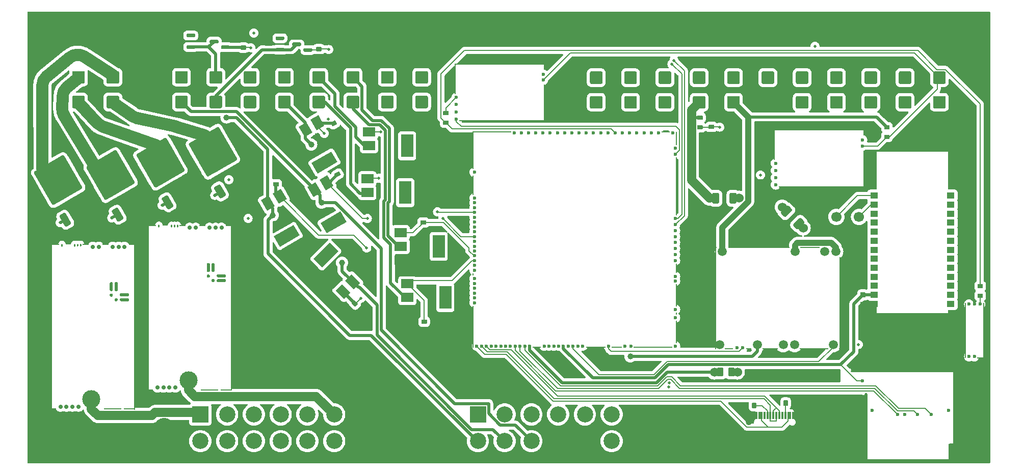
<source format=gtl>
G04 #@! TF.GenerationSoftware,KiCad,Pcbnew,7.0.9-7.0.9~ubuntu22.04.1*
G04 #@! TF.CreationDate,2023-12-28T23:09:45+00:00*
G04 #@! TF.ProjectId,uaeficopiedtovfr,75616566-6963-46f7-9069-6564746f7666,rev?*
G04 #@! TF.SameCoordinates,Original*
G04 #@! TF.FileFunction,Copper,L1,Top*
G04 #@! TF.FilePolarity,Positive*
%FSLAX46Y46*%
G04 Gerber Fmt 4.6, Leading zero omitted, Abs format (unit mm)*
G04 Created by KiCad (PCBNEW 7.0.9-7.0.9~ubuntu22.04.1) date 2023-12-28 23:09:45*
%MOMM*%
%LPD*%
G01*
G04 APERTURE LIST*
G04 #@! TA.AperFunction,ComponentPad*
%ADD10C,1.524000*%
G04 #@! TD*
G04 #@! TA.AperFunction,SMDPad,CuDef*
%ADD11R,2.000000X1.500000*%
G04 #@! TD*
G04 #@! TA.AperFunction,SMDPad,CuDef*
%ADD12R,2.000000X3.800000*%
G04 #@! TD*
G04 #@! TA.AperFunction,ComponentPad*
%ADD13R,2.682000X2.682000*%
G04 #@! TD*
G04 #@! TA.AperFunction,ComponentPad*
%ADD14C,2.682000*%
G04 #@! TD*
G04 #@! TA.AperFunction,ComponentPad*
%ADD15C,3.240000*%
G04 #@! TD*
G04 #@! TA.AperFunction,ComponentPad*
%ADD16C,5.600000*%
G04 #@! TD*
G04 #@! TA.AperFunction,ComponentPad*
%ADD17C,0.600000*%
G04 #@! TD*
G04 #@! TA.AperFunction,SMDPad,CuDef*
%ADD18O,1.225000X0.200000*%
G04 #@! TD*
G04 #@! TA.AperFunction,SMDPad,CuDef*
%ADD19O,0.200000X9.300000*%
G04 #@! TD*
G04 #@! TA.AperFunction,SMDPad,CuDef*
%ADD20R,0.250000X6.185000*%
G04 #@! TD*
G04 #@! TA.AperFunction,SMDPad,CuDef*
%ADD21R,0.250000X1.115000*%
G04 #@! TD*
G04 #@! TA.AperFunction,SMDPad,CuDef*
%ADD22R,14.275000X0.250000*%
G04 #@! TD*
G04 #@! TA.AperFunction,SMDPad,CuDef*
%ADD23R,15.100000X0.250000*%
G04 #@! TD*
G04 #@! TA.AperFunction,SMDPad,CuDef*
%ADD24R,0.250000X5.175000*%
G04 #@! TD*
G04 #@! TA.AperFunction,SMDPad,CuDef*
%ADD25O,0.499999X11.400000*%
G04 #@! TD*
G04 #@! TA.AperFunction,SMDPad,CuDef*
%ADD26O,17.400001X0.399999*%
G04 #@! TD*
G04 #@! TA.AperFunction,SMDPad,CuDef*
%ADD27O,14.449999X0.499999*%
G04 #@! TD*
G04 #@! TA.AperFunction,SMDPad,CuDef*
%ADD28O,0.499999X2.999999*%
G04 #@! TD*
G04 #@! TA.AperFunction,SMDPad,CuDef*
%ADD29O,1.200000X0.499999*%
G04 #@! TD*
G04 #@! TA.AperFunction,SMDPad,CuDef*
%ADD30O,0.499999X12.700000*%
G04 #@! TD*
G04 #@! TA.AperFunction,ComponentPad*
%ADD31C,0.599999*%
G04 #@! TD*
G04 #@! TA.AperFunction,ComponentPad*
%ADD32C,0.700000*%
G04 #@! TD*
G04 #@! TA.AperFunction,SMDPad,CuDef*
%ADD33C,3.000000*%
G04 #@! TD*
G04 #@! TA.AperFunction,SMDPad,CuDef*
%ADD34R,3.000000X0.250000*%
G04 #@! TD*
G04 #@! TA.AperFunction,SMDPad,CuDef*
%ADD35R,1.100000X0.250000*%
G04 #@! TD*
G04 #@! TA.AperFunction,SMDPad,CuDef*
%ADD36R,0.980000X0.250000*%
G04 #@! TD*
G04 #@! TA.AperFunction,SMDPad,CuDef*
%ADD37R,1.450000X0.250000*%
G04 #@! TD*
G04 #@! TA.AperFunction,SMDPad,CuDef*
%ADD38R,0.250000X27.600000*%
G04 #@! TD*
G04 #@! TA.AperFunction,SMDPad,CuDef*
%ADD39R,1.950000X0.250000*%
G04 #@! TD*
G04 #@! TA.AperFunction,SMDPad,CuDef*
%ADD40R,0.950000X0.250000*%
G04 #@! TD*
G04 #@! TA.AperFunction,ComponentPad*
%ADD41C,1.500000*%
G04 #@! TD*
G04 #@! TA.AperFunction,SMDPad,CuDef*
%ADD42O,3.300000X0.200000*%
G04 #@! TD*
G04 #@! TA.AperFunction,SMDPad,CuDef*
%ADD43O,10.200000X0.200000*%
G04 #@! TD*
G04 #@! TA.AperFunction,SMDPad,CuDef*
%ADD44O,0.300000X0.200000*%
G04 #@! TD*
G04 #@! TA.AperFunction,SMDPad,CuDef*
%ADD45O,0.200000X17.000000*%
G04 #@! TD*
G04 #@! TA.AperFunction,SMDPad,CuDef*
%ADD46O,0.200000X15.400000*%
G04 #@! TD*
G04 #@! TA.AperFunction,SMDPad,CuDef*
%ADD47O,4.800000X0.200000*%
G04 #@! TD*
G04 #@! TA.AperFunction,SMDPad,CuDef*
%ADD48O,2.600000X0.200000*%
G04 #@! TD*
G04 #@! TA.AperFunction,SMDPad,CuDef*
%ADD49O,1.000000X0.200000*%
G04 #@! TD*
G04 #@! TA.AperFunction,SMDPad,CuDef*
%ADD50O,1.500000X0.200000*%
G04 #@! TD*
G04 #@! TA.AperFunction,ComponentPad*
%ADD51C,1.700000*%
G04 #@! TD*
G04 #@! TA.AperFunction,SMDPad,CuDef*
%ADD52R,0.300000X1.150000*%
G04 #@! TD*
G04 #@! TA.AperFunction,ComponentPad*
%ADD53O,1.000000X2.100000*%
G04 #@! TD*
G04 #@! TA.AperFunction,ComponentPad*
%ADD54O,1.000000X1.600000*%
G04 #@! TD*
G04 #@! TA.AperFunction,SMDPad,CuDef*
%ADD55R,0.200000X3.700000*%
G04 #@! TD*
G04 #@! TA.AperFunction,SMDPad,CuDef*
%ADD56R,0.200000X0.400000*%
G04 #@! TD*
G04 #@! TA.AperFunction,SMDPad,CuDef*
%ADD57R,0.200000X1.600000*%
G04 #@! TD*
G04 #@! TA.AperFunction,SMDPad,CuDef*
%ADD58R,0.200000X9.700000*%
G04 #@! TD*
G04 #@! TA.AperFunction,SMDPad,CuDef*
%ADD59R,0.200000X2.300000*%
G04 #@! TD*
G04 #@! TA.AperFunction,SMDPad,CuDef*
%ADD60R,1.400000X0.200000*%
G04 #@! TD*
G04 #@! TA.AperFunction,SMDPad,CuDef*
%ADD61R,6.400000X0.200000*%
G04 #@! TD*
G04 #@! TA.AperFunction,SMDPad,CuDef*
%ADD62R,1.700000X0.200000*%
G04 #@! TD*
G04 #@! TA.AperFunction,SMDPad,CuDef*
%ADD63R,3.300000X0.200000*%
G04 #@! TD*
G04 #@! TA.AperFunction,SMDPad,CuDef*
%ADD64R,0.200000X7.000000*%
G04 #@! TD*
G04 #@! TA.AperFunction,SMDPad,CuDef*
%ADD65R,0.200000X3.300000*%
G04 #@! TD*
G04 #@! TA.AperFunction,SMDPad,CuDef*
%ADD66R,0.200000X6.300000*%
G04 #@! TD*
G04 #@! TA.AperFunction,SMDPad,CuDef*
%ADD67R,1.300000X1.000000*%
G04 #@! TD*
G04 #@! TA.AperFunction,ViaPad*
%ADD68C,0.500000*%
G04 #@! TD*
G04 #@! TA.AperFunction,ViaPad*
%ADD69C,1.000000*%
G04 #@! TD*
G04 #@! TA.AperFunction,ViaPad*
%ADD70C,1.524000*%
G04 #@! TD*
G04 #@! TA.AperFunction,Conductor*
%ADD71C,0.200000*%
G04 #@! TD*
G04 #@! TA.AperFunction,Conductor*
%ADD72C,0.500000*%
G04 #@! TD*
G04 #@! TA.AperFunction,Conductor*
%ADD73C,1.000000*%
G04 #@! TD*
G04 #@! TA.AperFunction,Conductor*
%ADD74C,1.500000*%
G04 #@! TD*
G04 #@! TA.AperFunction,Conductor*
%ADD75C,2.000000*%
G04 #@! TD*
G04 APERTURE END LIST*
D10*
G04 #@! TO.P,R4,1,1*
G04 #@! TO.N,Net-(M1-PG_5VP)*
X118105000Y15275000D03*
G04 #@! TA.AperFunction,SMDPad,CuDef*
G36*
G01*
X117650001Y15900000D02*
X117650001Y14650000D01*
G75*
G02*
X117550001Y14550000I-100000J0D01*
G01*
X116750001Y14550000D01*
G75*
G02*
X116650001Y14650000I0J100000D01*
G01*
X116650001Y15900000D01*
G75*
G02*
X116750001Y16000000I100000J0D01*
G01*
X117550001Y16000000D01*
G75*
G02*
X117650001Y15900000I0J-100000D01*
G01*
G37*
G04 #@! TD.AperFunction*
G04 #@! TO.P,R4,2,2*
G04 #@! TO.N,/PG_5VP*
G04 #@! TA.AperFunction,SMDPad,CuDef*
G36*
G01*
X115749979Y15900000D02*
X115749979Y14650000D01*
G75*
G02*
X115649979Y14550000I-100000J0D01*
G01*
X114849979Y14550000D01*
G75*
G02*
X114749979Y14650000I0J100000D01*
G01*
X114749979Y15900000D01*
G75*
G02*
X114849979Y16000000I100000J0D01*
G01*
X115649979Y16000000D01*
G75*
G02*
X115749979Y15900000I0J-100000D01*
G01*
G37*
G04 #@! TD.AperFunction*
X114295000Y15275000D03*
G04 #@! TD*
G04 #@! TO.P,R1,1*
G04 #@! TO.N,+5VP*
G04 #@! TA.AperFunction,SMDPad,CuDef*
G36*
G01*
X142560000Y56325000D02*
X143340000Y56325000D01*
G75*
G02*
X143410000Y56255000I0J-70000D01*
G01*
X143410000Y55695000D01*
G75*
G02*
X143340000Y55625000I-70000J0D01*
G01*
X142560000Y55625000D01*
G75*
G02*
X142490000Y55695000I0J70000D01*
G01*
X142490000Y56255000D01*
G75*
G02*
X142560000Y56325000I70000J0D01*
G01*
G37*
G04 #@! TD.AperFunction*
G04 #@! TO.P,R1,2*
G04 #@! TO.N,/CAM{slash}CRANK-*
G04 #@! TA.AperFunction,SMDPad,CuDef*
G36*
G01*
X142560000Y54725000D02*
X143340000Y54725000D01*
G75*
G02*
X143410000Y54655000I0J-70000D01*
G01*
X143410000Y54095000D01*
G75*
G02*
X143340000Y54025000I-70000J0D01*
G01*
X142560000Y54025000D01*
G75*
G02*
X142490000Y54095000I0J70000D01*
G01*
X142490000Y54655000D01*
G75*
G02*
X142560000Y54725000I70000J0D01*
G01*
G37*
G04 #@! TD.AperFunction*
G04 #@! TD*
D11*
G04 #@! TO.P,Q14,1,G*
G04 #@! TO.N,/INJ2*
X56950000Y55200000D03*
G04 #@! TO.P,Q14,2,D*
G04 #@! TO.N,/INJOUT2*
X56950000Y52900000D03*
G04 #@! TO.P,Q14,3,S*
G04 #@! TO.N,GND*
X56950000Y50600000D03*
D12*
G04 #@! TO.P,Q14,4*
G04 #@! TO.N,N/C*
X63250000Y52900000D03*
G04 #@! TD*
D13*
G04 #@! TO.P,J4,1,1*
G04 #@! TO.N,unconnected-(J4-Pad1)*
X75010000Y8225000D03*
D14*
G04 #@! TO.P,J4,2,2*
G04 #@! TO.N,unconnected-(J4-Pad2)*
X79460000Y8225000D03*
G04 #@! TO.P,J4,3,3*
G04 #@! TO.N,/IN_FLEX*
X83900000Y8225000D03*
G04 #@! TO.P,J4,4,4*
G04 #@! TO.N,/IN_KNOCK_RAW*
X88350000Y8225000D03*
G04 #@! TO.P,J4,5,5*
G04 #@! TO.N,+12V_RAW*
X92790000Y8225000D03*
G04 #@! TO.P,J4,6,6*
G04 #@! TO.N,/CAN-*
X97240000Y8225000D03*
G04 #@! TO.P,J4,7,7*
G04 #@! TO.N,/CAN+*
X97240000Y3775000D03*
G04 #@! TO.P,J4,8,8*
G04 #@! TO.N,GND*
X92790000Y3775000D03*
G04 #@! TO.P,J4,9,9*
X88350000Y3775000D03*
G04 #@! TO.P,J4,10,10*
G04 #@! TO.N,/OUT_LS2*
X83900000Y3775000D03*
G04 #@! TO.P,J4,11,11*
G04 #@! TO.N,/INTAKEFLAP*
X79460000Y3775000D03*
G04 #@! TO.P,J4,12,12*
G04 #@! TO.N,/OUT_LS3*
X75010000Y3775000D03*
D15*
G04 #@! TO.P,J4,MH1,MH1*
G04 #@! TO.N,GND*
X68975000Y5995000D03*
G04 #@! TO.P,J4,MH2,MH2*
X103265000Y5995000D03*
G04 #@! TD*
D16*
G04 #@! TO.P,H2,1,1*
G04 #@! TO.N,GND*
X41350000Y19550000D03*
G04 #@! TD*
G04 #@! TA.AperFunction,SMDPad,CuDef*
G04 #@! TO.P,Q8,1,G*
G04 #@! TO.N,/LS2*
G36*
X48717339Y47244005D02*
G01*
X50016377Y47994005D01*
X51016377Y46261955D01*
X49717339Y45511955D01*
X48717339Y47244005D01*
G37*
G04 #@! TD.AperFunction*
G04 #@! TA.AperFunction,SMDPad,CuDef*
G04 #@! TO.P,Q8,2,D*
G04 #@! TO.N,/OUT_LS2*
G36*
X46725481Y46094005D02*
G01*
X48024519Y46844005D01*
X49024519Y45111955D01*
X47725481Y44361955D01*
X46725481Y46094005D01*
G37*
G04 #@! TD.AperFunction*
G04 #@! TA.AperFunction,SMDPad,CuDef*
G04 #@! TO.P,Q8,3,S*
G04 #@! TO.N,GND*
G36*
X44733623Y44944005D02*
G01*
X46032661Y45694005D01*
X47032661Y43961955D01*
X45733623Y43211955D01*
X44733623Y44944005D01*
G37*
G04 #@! TD.AperFunction*
G04 #@! TA.AperFunction,SMDPad,CuDef*
G04 #@! TO.P,Q8,4*
G04 #@! TO.N,N/C*
G36*
X48879552Y40063045D02*
G01*
X52170448Y41963045D01*
X53170448Y40230995D01*
X49879552Y38330995D01*
X48879552Y40063045D01*
G37*
G04 #@! TD.AperFunction*
G04 #@! TD*
G04 #@! TO.P,R8,1*
G04 #@! TO.N,GND*
G04 #@! TA.AperFunction,SMDPad,CuDef*
G36*
G01*
X128100000Y10490000D02*
X128100000Y9710000D01*
G75*
G02*
X128030000Y9640000I-70000J0D01*
G01*
X127470000Y9640000D01*
G75*
G02*
X127400000Y9710000I0J70000D01*
G01*
X127400000Y10490000D01*
G75*
G02*
X127470000Y10560000I70000J0D01*
G01*
X128030000Y10560000D01*
G75*
G02*
X128100000Y10490000I0J-70000D01*
G01*
G37*
G04 #@! TD.AperFunction*
G04 #@! TO.P,R8,2*
G04 #@! TO.N,Net-(J9-CC2)*
G04 #@! TA.AperFunction,SMDPad,CuDef*
G36*
G01*
X126500000Y10490000D02*
X126500000Y9710000D01*
G75*
G02*
X126430000Y9640000I-70000J0D01*
G01*
X125870000Y9640000D01*
G75*
G02*
X125800000Y9710000I0J70000D01*
G01*
X125800000Y10490000D01*
G75*
G02*
X125870000Y10560000I70000J0D01*
G01*
X126430000Y10560000D01*
G75*
G02*
X126500000Y10490000I0J-70000D01*
G01*
G37*
G04 #@! TD.AperFunction*
G04 #@! TD*
G04 #@! TA.AperFunction,SMDPad,CuDef*
G04 #@! TO.P,Q10,1,G*
G04 #@! TO.N,/LS4*
G36*
X53838478Y28469491D02*
G01*
X52777818Y27408831D01*
X51363604Y28823045D01*
X52424264Y29883705D01*
X53838478Y28469491D01*
G37*
G04 #@! TD.AperFunction*
G04 #@! TA.AperFunction,SMDPad,CuDef*
G04 #@! TO.P,Q10,2,D*
G04 #@! TO.N,/INTAKEFLAP*
G36*
X55464823Y30095837D02*
G01*
X54404163Y29035177D01*
X52989949Y30449391D01*
X54050609Y31510051D01*
X55464823Y30095837D01*
G37*
G04 #@! TD.AperFunction*
G04 #@! TA.AperFunction,SMDPad,CuDef*
G04 #@! TO.P,Q10,3,S*
G04 #@! TO.N,GND*
G36*
X57091169Y31722182D02*
G01*
X56030509Y30661522D01*
X54616295Y32075736D01*
X55676955Y33136396D01*
X57091169Y31722182D01*
G37*
G04 #@! TD.AperFunction*
G04 #@! TA.AperFunction,SMDPad,CuDef*
G04 #@! TO.P,Q10,4*
G04 #@! TO.N,N/C*
G36*
X51823224Y35363782D02*
G01*
X49136218Y32676776D01*
X47722004Y34090990D01*
X50409010Y36777996D01*
X51823224Y35363782D01*
G37*
G04 #@! TD.AperFunction*
G04 #@! TD*
G04 #@! TO.P,R32,1*
G04 #@! TO.N,GND*
G04 #@! TA.AperFunction,SMDPad,CuDef*
G36*
G01*
X65560000Y42100000D02*
X66340000Y42100000D01*
G75*
G02*
X66410000Y42030000I0J-70000D01*
G01*
X66410000Y41470000D01*
G75*
G02*
X66340000Y41400000I-70000J0D01*
G01*
X65560000Y41400000D01*
G75*
G02*
X65490000Y41470000I0J70000D01*
G01*
X65490000Y42030000D01*
G75*
G02*
X65560000Y42100000I70000J0D01*
G01*
G37*
G04 #@! TD.AperFunction*
G04 #@! TO.P,R32,2*
G04 #@! TO.N,/INJ4*
G04 #@! TA.AperFunction,SMDPad,CuDef*
G36*
G01*
X65560000Y40500000D02*
X66340000Y40500000D01*
G75*
G02*
X66410000Y40430000I0J-70000D01*
G01*
X66410000Y39870000D01*
G75*
G02*
X66340000Y39800000I-70000J0D01*
G01*
X65560000Y39800000D01*
G75*
G02*
X65490000Y39870000I0J70000D01*
G01*
X65490000Y40430000D01*
G75*
G02*
X65560000Y40500000I70000J0D01*
G01*
G37*
G04 #@! TD.AperFunction*
G04 #@! TD*
D17*
G04 #@! TO.P,M2,E1,V5A*
G04 #@! TO.N,+5VA*
X156575002Y26550000D03*
D18*
G04 #@! TO.P,M2,E2,GND*
G04 #@! TO.N,GND*
X158550002Y17650000D03*
D19*
X155975002Y22200000D03*
X159075002Y22200000D03*
D17*
X157525002Y26550000D03*
G04 #@! TO.P,M2,E3,OUT_KNOCK*
G04 #@! TO.N,/IN_KNOCK*
X158475000Y26550000D03*
G04 #@! TO.P,M2,W1,IN_KNOCK*
G04 #@! TO.N,/IN_KNOCK_RAW*
X157475002Y17850000D03*
G04 #@! TO.P,M2,W2,VREF*
G04 #@! TO.N,/VREF1*
X156575002Y17850000D03*
G04 #@! TD*
G04 #@! TO.P,M3,E1,Thresh_IN*
G04 #@! TO.N,/VR1_THRESHOLD*
X71425000Y59750000D03*
G04 #@! TO.P,M3,E2,OUT_A*
G04 #@! TO.N,/VR1_A*
X71425000Y60950000D03*
G04 #@! TO.P,M3,E3,OUT*
G04 #@! TO.N,/VR1*
X71425000Y58550000D03*
G04 #@! TO.P,M3,E4,V5_IN*
G04 #@! TO.N,+5VA*
X71425000Y57350000D03*
D20*
G04 #@! TO.P,M3,G,GND*
G04 #@! TO.N,GND*
X86075000Y60017500D03*
D21*
X86075000Y66067500D03*
D22*
X79062500Y57050000D03*
D23*
X78650000Y66500000D03*
D24*
X71225000Y64037500D03*
D17*
G04 #@! TO.P,M3,W1,VR-*
G04 #@! TO.N,/CAM{slash}CRANK-*
X85850000Y63810000D03*
G04 #@! TO.P,M3,W2,VR+*
G04 #@! TO.N,/CAM+*
X85850000Y64810000D03*
G04 #@! TD*
G04 #@! TO.P,R2,1*
G04 #@! TO.N,/IN_VMAIN*
G04 #@! TA.AperFunction,SMDPad,CuDef*
G36*
G01*
X112290000Y55625000D02*
X111510000Y55625000D01*
G75*
G02*
X111440000Y55695000I0J70000D01*
G01*
X111440000Y56255000D01*
G75*
G02*
X111510000Y56325000I70000J0D01*
G01*
X112290000Y56325000D01*
G75*
G02*
X112360000Y56255000I0J-70000D01*
G01*
X112360000Y55695000D01*
G75*
G02*
X112290000Y55625000I-70000J0D01*
G01*
G37*
G04 #@! TD.AperFunction*
G04 #@! TO.P,R2,2*
G04 #@! TO.N,+12V*
G04 #@! TA.AperFunction,SMDPad,CuDef*
G36*
G01*
X112290000Y57225000D02*
X111510000Y57225000D01*
G75*
G02*
X111440000Y57295000I0J70000D01*
G01*
X111440000Y57855000D01*
G75*
G02*
X111510000Y57925000I70000J0D01*
G01*
X112290000Y57925000D01*
G75*
G02*
X112360000Y57855000I0J-70000D01*
G01*
X112360000Y57295000D01*
G75*
G02*
X112290000Y57225000I-70000J0D01*
G01*
G37*
G04 #@! TD.AperFunction*
G04 #@! TD*
G04 #@! TO.P,R31,1*
G04 #@! TO.N,GND*
G04 #@! TA.AperFunction,SMDPad,CuDef*
G36*
G01*
X66490000Y21700000D02*
X65710000Y21700000D01*
G75*
G02*
X65640000Y21770000I0J70000D01*
G01*
X65640000Y22330000D01*
G75*
G02*
X65710000Y22400000I70000J0D01*
G01*
X66490000Y22400000D01*
G75*
G02*
X66560000Y22330000I0J-70000D01*
G01*
X66560000Y21770000D01*
G75*
G02*
X66490000Y21700000I-70000J0D01*
G01*
G37*
G04 #@! TD.AperFunction*
G04 #@! TO.P,R31,2*
G04 #@! TO.N,/INJ3*
G04 #@! TA.AperFunction,SMDPad,CuDef*
G36*
G01*
X66490000Y23300000D02*
X65710000Y23300000D01*
G75*
G02*
X65640000Y23370000I0J70000D01*
G01*
X65640000Y23930000D01*
G75*
G02*
X65710000Y24000000I70000J0D01*
G01*
X66490000Y24000000D01*
G75*
G02*
X66560000Y23930000I0J-70000D01*
G01*
X66560000Y23370000D01*
G75*
G02*
X66490000Y23300000I-70000J0D01*
G01*
G37*
G04 #@! TD.AperFunction*
G04 #@! TD*
G04 #@! TO.P,R23,1*
G04 #@! TO.N,GND*
G04 #@! TA.AperFunction,SMDPad,CuDef*
G36*
G01*
X41110000Y48450000D02*
X41890000Y48450000D01*
G75*
G02*
X41960000Y48380000I0J-70000D01*
G01*
X41960000Y47820000D01*
G75*
G02*
X41890000Y47750000I-70000J0D01*
G01*
X41110000Y47750000D01*
G75*
G02*
X41040000Y47820000I0J70000D01*
G01*
X41040000Y48380000D01*
G75*
G02*
X41110000Y48450000I70000J0D01*
G01*
G37*
G04 #@! TD.AperFunction*
G04 #@! TO.P,R23,2*
G04 #@! TO.N,/LS3*
G04 #@! TA.AperFunction,SMDPad,CuDef*
G36*
G01*
X41110000Y46850000D02*
X41890000Y46850000D01*
G75*
G02*
X41960000Y46780000I0J-70000D01*
G01*
X41960000Y46220000D01*
G75*
G02*
X41890000Y46150000I-70000J0D01*
G01*
X41110000Y46150000D01*
G75*
G02*
X41040000Y46220000I0J70000D01*
G01*
X41040000Y46780000D01*
G75*
G02*
X41110000Y46850000I70000J0D01*
G01*
G37*
G04 #@! TD.AperFunction*
G04 #@! TD*
D25*
G04 #@! TO.P,M8,G,GND*
G04 #@! TO.N,GND*
X139474996Y6087499D03*
D26*
X145675004Y15375017D03*
D27*
X146444998Y550000D03*
D28*
X153424996Y1825034D03*
D29*
X153774998Y3100028D03*
D30*
X154174997Y9212502D03*
D31*
G04 #@! TO.P,M8,V1,V33*
G04 #@! TO.N,+3.3VA*
X138924992Y13775010D03*
G04 #@! TO.P,M8,V2,GND*
G04 #@! TO.N,GND*
X140500006Y8870001D03*
G04 #@! TO.P,M8,V3,GND*
X153204024Y8879064D03*
G04 #@! TO.P,M8,V4,SD_CS*
G04 #@! TO.N,Net-(M6-SPI3_CS_(PA15))*
X144724996Y8200000D03*
G04 #@! TO.P,M8,V5,SD_MOSI*
G04 #@! TO.N,/PG_5VP*
X145900000Y8200000D03*
G04 #@! TO.P,M8,V6,SD_SCK*
G04 #@! TO.N,Net-(M6-SPI3_SCK_(PC10))*
X148074994Y8200000D03*
G04 #@! TO.P,M8,V7,SD_MISO*
G04 #@! TO.N,Net-(M6-SPI3_MISO_(PC11))*
X150299996Y8200000D03*
G04 #@! TD*
D11*
G04 #@! TO.P,Q16,1,G*
G04 #@! TO.N,/INJ4*
X62200000Y38450000D03*
G04 #@! TO.P,Q16,2,D*
G04 #@! TO.N,/INJOUT4*
X62200000Y36150000D03*
G04 #@! TO.P,Q16,3,S*
G04 #@! TO.N,GND*
X62200000Y33850000D03*
D12*
G04 #@! TO.P,Q16,4*
G04 #@! TO.N,N/C*
X68500000Y36150000D03*
G04 #@! TD*
G04 #@! TA.AperFunction,SMDPad,CuDef*
G04 #@! TO.P,Q9,1,G*
G04 #@! TO.N,/LS3*
G36*
X40967339Y44994005D02*
G01*
X42266377Y45744005D01*
X43266377Y44011955D01*
X41967339Y43261955D01*
X40967339Y44994005D01*
G37*
G04 #@! TD.AperFunction*
G04 #@! TA.AperFunction,SMDPad,CuDef*
G04 #@! TO.P,Q9,2,D*
G04 #@! TO.N,/OUT_LS3*
G36*
X38975481Y43844005D02*
G01*
X40274519Y44594005D01*
X41274519Y42861955D01*
X39975481Y42111955D01*
X38975481Y43844005D01*
G37*
G04 #@! TD.AperFunction*
G04 #@! TA.AperFunction,SMDPad,CuDef*
G04 #@! TO.P,Q9,3,S*
G04 #@! TO.N,GND*
G36*
X36983623Y42694005D02*
G01*
X38282661Y43444005D01*
X39282661Y41711955D01*
X37983623Y40961955D01*
X36983623Y42694005D01*
G37*
G04 #@! TD.AperFunction*
G04 #@! TA.AperFunction,SMDPad,CuDef*
G04 #@! TO.P,Q9,4*
G04 #@! TO.N,N/C*
G36*
X41129552Y37813045D02*
G01*
X44420448Y39713045D01*
X45420448Y37980995D01*
X42129552Y36080995D01*
X41129552Y37813045D01*
G37*
G04 #@! TD.AperFunction*
G04 #@! TD*
D32*
G04 #@! TO.P,M7,E1,LSU_Un*
G04 #@! TO.N,/WBO2_Un*
X5675000Y9500000D03*
G04 #@! TO.P,M7,E2,LSU_Vm*
G04 #@! TO.N,/WBO2_Vm*
X8675000Y9500000D03*
G04 #@! TO.P,M7,E3,LSU_Ip*
G04 #@! TO.N,/WBO2_Ip*
X7675000Y9500000D03*
G04 #@! TO.P,M7,E4,LSU_Rtrim*
G04 #@! TO.N,/WBO2_Rtrim*
X6675000Y9500000D03*
D33*
G04 #@! TO.P,M7,E5,LSU_H+*
G04 #@! TO.N,/WBO2_Heater*
X10825000Y10750000D03*
D34*
G04 #@! TO.P,M7,E6,LSU_H-*
G04 #@! TO.N,GND*
X14325000Y9125000D03*
D35*
G04 #@! TO.P,M7,G,GND*
X17525000Y36475000D03*
D36*
X13185000Y36475000D03*
X9885000Y36475000D03*
D37*
X4800000Y36475000D03*
D38*
X17950000Y22800000D03*
X4200000Y22800000D03*
D39*
X17100000Y9125000D03*
D40*
X4550000Y9125000D03*
G04 #@! TO.P,M7,J1,SEL1*
G04 #@! TO.N,Net-(M7-PULL_DOWN1)*
G04 #@! TA.AperFunction,SMDPad,CuDef*
G36*
G01*
X16925000Y27050000D02*
X15675000Y27050000D01*
G75*
G02*
X15550000Y27175000I0J125000D01*
G01*
X15550000Y27425000D01*
G75*
G02*
X15675000Y27550000I125000J0D01*
G01*
X16925000Y27550000D01*
G75*
G02*
X17050000Y27425000I0J-125000D01*
G01*
X17050000Y27175000D01*
G75*
G02*
X16925000Y27050000I-125000J0D01*
G01*
G37*
G04 #@! TD.AperFunction*
G04 #@! TO.P,M7,J2,SEL2*
G04 #@! TO.N,unconnected-(M7-SEL2-PadJ2)*
G04 #@! TA.AperFunction,SMDPad,CuDef*
G36*
G01*
X14250000Y28725000D02*
X14000000Y28725000D01*
G75*
G02*
X13875000Y28850000I0J125000D01*
G01*
X13875000Y30100000D01*
G75*
G02*
X14000000Y30225000I125000J0D01*
G01*
X14250000Y30225000D01*
G75*
G02*
X14375000Y30100000I0J-125000D01*
G01*
X14375000Y28850000D01*
G75*
G02*
X14250000Y28725000I-125000J0D01*
G01*
G37*
G04 #@! TD.AperFunction*
G04 #@! TO.P,M7,J_GND1,PULL_DOWN1*
G04 #@! TO.N,Net-(M7-PULL_DOWN1)*
G04 #@! TA.AperFunction,SMDPad,CuDef*
G36*
G01*
X16925000Y27850000D02*
X15675000Y27850000D01*
G75*
G02*
X15550000Y27975000I0J125000D01*
G01*
X15550000Y28225000D01*
G75*
G02*
X15675000Y28350000I125000J0D01*
G01*
X16925000Y28350000D01*
G75*
G02*
X17050000Y28225000I0J-125000D01*
G01*
X17050000Y27975000D01*
G75*
G02*
X16925000Y27850000I-125000J0D01*
G01*
G37*
G04 #@! TD.AperFunction*
G04 #@! TO.P,M7,J_GND2,PULL_DOWN2*
G04 #@! TO.N,unconnected-(M7-PULL_DOWN2-PadJ_GND2)*
G04 #@! TA.AperFunction,SMDPad,CuDef*
G36*
G01*
X14375000Y28175000D02*
X14375000Y27925000D01*
G75*
G02*
X14250000Y27800000I-125000J0D01*
G01*
X14000000Y27800000D01*
G75*
G02*
X13875000Y27925000I0J125000D01*
G01*
X13875000Y28175000D01*
G75*
G02*
X14000000Y28300000I125000J0D01*
G01*
X14250000Y28300000D01*
G75*
G02*
X14375000Y28175000I0J-125000D01*
G01*
G37*
G04 #@! TD.AperFunction*
G04 #@! TO.P,M7,J_VCC1,PULL_UP1*
G04 #@! TO.N,unconnected-(M7-PULL_UP1-PadJ_VCC1)*
G04 #@! TA.AperFunction,SMDPad,CuDef*
G36*
G01*
X15050000Y27050000D02*
X14800000Y27050000D01*
G75*
G02*
X14675000Y27175000I0J125000D01*
G01*
X14675000Y27425000D01*
G75*
G02*
X14800000Y27550000I125000J0D01*
G01*
X15050000Y27550000D01*
G75*
G02*
X15175000Y27425000I0J-125000D01*
G01*
X15175000Y27175000D01*
G75*
G02*
X15050000Y27050000I-125000J0D01*
G01*
G37*
G04 #@! TD.AperFunction*
G04 #@! TO.P,M7,J_VCC2,PULL_UP2*
G04 #@! TO.N,unconnected-(M7-PULL_UP2-PadJ_VCC2)*
G04 #@! TA.AperFunction,SMDPad,CuDef*
G36*
G01*
X15050000Y28725000D02*
X14800000Y28725000D01*
G75*
G02*
X14675000Y28850000I0J125000D01*
G01*
X14675000Y30100000D01*
G75*
G02*
X14800000Y30225000I125000J0D01*
G01*
X15050000Y30225000D01*
G75*
G02*
X15175000Y30100000I0J-125000D01*
G01*
X15175000Y28850000D01*
G75*
G02*
X15050000Y28725000I-125000J0D01*
G01*
G37*
G04 #@! TD.AperFunction*
D32*
G04 #@! TO.P,M7,W1,V5_IN*
G04 #@! TO.N,+5VA*
X15325000Y36091200D03*
G04 #@! TO.P,M7,W2,CAN_VIO*
G04 #@! TO.N,unconnected-(M7-CAN_VIO-PadW2)*
X14325000Y36091200D03*
G04 #@! TO.P,M7,W3,CANL*
G04 #@! TO.N,/CAN-*
X11029000Y36091200D03*
G04 #@! TO.P,M7,W4,CANH*
G04 #@! TO.N,/CAN+*
X12045000Y36091200D03*
G04 #@! TO.P,M7,W5,nReset*
G04 #@! TO.N,Net-(J3-Pin_5)*
G04 #@! TA.AperFunction,SMDPad,CuDef*
G36*
G01*
X9025000Y36600000D02*
X9025000Y36600000D01*
G75*
G02*
X9150000Y36475000I0J-125000D01*
G01*
X9150000Y36225000D01*
G75*
G02*
X9025000Y36100000I-125000J0D01*
G01*
X9025000Y36100000D01*
G75*
G02*
X8900000Y36225000I0J125000D01*
G01*
X8900000Y36475000D01*
G75*
G02*
X9025000Y36600000I125000J0D01*
G01*
G37*
G04 #@! TD.AperFunction*
G04 #@! TO.P,M7,W6,SWDIO*
G04 #@! TO.N,Net-(J3-Pin_4)*
G04 #@! TA.AperFunction,SMDPad,CuDef*
G36*
G01*
X8525000Y36600000D02*
X8525000Y36600000D01*
G75*
G02*
X8650000Y36475000I0J-125000D01*
G01*
X8650000Y36225000D01*
G75*
G02*
X8525000Y36100000I-125000J0D01*
G01*
X8525000Y36100000D01*
G75*
G02*
X8400000Y36225000I0J125000D01*
G01*
X8400000Y36475000D01*
G75*
G02*
X8525000Y36600000I125000J0D01*
G01*
G37*
G04 #@! TD.AperFunction*
G04 #@! TO.P,M7,W7,SWCLK*
G04 #@! TO.N,Net-(J3-Pin_2)*
G04 #@! TA.AperFunction,SMDPad,CuDef*
G36*
G01*
X8025000Y36600000D02*
X8025000Y36600000D01*
G75*
G02*
X8150000Y36475000I0J-125000D01*
G01*
X8150000Y36225000D01*
G75*
G02*
X8025000Y36100000I-125000J0D01*
G01*
X8025000Y36100000D01*
G75*
G02*
X7900000Y36225000I0J125000D01*
G01*
X7900000Y36475000D01*
G75*
G02*
X8025000Y36600000I125000J0D01*
G01*
G37*
G04 #@! TD.AperFunction*
G04 #@! TO.P,M7,W8,V33_OUT*
G04 #@! TO.N,Net-(J3-Pin_1)*
G04 #@! TA.AperFunction,SMDPad,CuDef*
G36*
G01*
X5925000Y36600000D02*
X5925000Y36600000D01*
G75*
G02*
X6050000Y36475000I0J-125000D01*
G01*
X6050000Y36225000D01*
G75*
G02*
X5925000Y36100000I-125000J0D01*
G01*
X5925000Y36100000D01*
G75*
G02*
X5800000Y36225000I0J125000D01*
G01*
X5800000Y36475000D01*
G75*
G02*
X5925000Y36600000I125000J0D01*
G01*
G37*
G04 #@! TD.AperFunction*
G04 #@! TO.P,M7,W9,VDDA*
G04 #@! TO.N,unconnected-(M7-VDDA-PadW9)*
X16325000Y36091200D03*
G04 #@! TD*
D41*
G04 #@! TO.P,M1,E1,VBAT*
G04 #@! TO.N,/VBAT*
X134024999Y19800005D03*
G04 #@! TO.P,M1,E2,V12*
G04 #@! TO.N,unconnected-(M1-V12-PadE2)*
X127625002Y19800005D03*
G04 #@! TO.P,M1,E3,VIGN*
G04 #@! TO.N,/VIGN*
X125724999Y19800005D03*
G04 #@! TO.P,M1,E4,V5*
G04 #@! TO.N,+5V*
X121424999Y19800005D03*
D17*
G04 #@! TO.P,M1,E5,EN_5VP*
G04 #@! TO.N,/PWR_EN*
X119025002Y19350006D03*
G04 #@! TO.P,M1,E6,PG_5VP*
G04 #@! TO.N,Net-(M1-PG_5VP)*
X118025001Y19350006D03*
D42*
G04 #@! TO.P,M1,S1,GND*
G04 #@! TO.N,GND*
X130174999Y35950001D03*
D43*
X121675001Y35950001D03*
D44*
X114574999Y35950001D03*
D45*
X114524999Y27550003D03*
D46*
X135124999Y26750002D03*
D41*
X115174999Y19800005D03*
D44*
X135074999Y19150004D03*
D47*
X130875001Y19150004D03*
D48*
X123524999Y19150004D03*
D49*
X120025002Y19150004D03*
D50*
X116725001Y19150004D03*
D41*
G04 #@! TO.P,M1,V1,V12_PERM*
G04 #@! TO.N,+12V_RAW*
X134475001Y35300002D03*
G04 #@! TO.P,M1,V2,IN_VIGN*
G04 #@! TO.N,/IN_VIGN*
X132625002Y35300002D03*
G04 #@! TO.P,M1,V3,V12_RAW*
G04 #@! TO.N,+12V_RAW*
X127674999Y35300002D03*
G04 #@! TO.P,M1,V4,5VP*
G04 #@! TO.N,+5VP*
X115625001Y35300002D03*
G04 #@! TD*
D11*
G04 #@! TO.P,Q13,1,G*
G04 #@! TO.N,/INJ1*
X56650000Y47400000D03*
G04 #@! TO.P,Q13,2,D*
G04 #@! TO.N,/INJOUT1*
X56650000Y45100000D03*
G04 #@! TO.P,Q13,3,S*
G04 #@! TO.N,GND*
X56650000Y42800000D03*
D12*
G04 #@! TO.P,Q13,4*
G04 #@! TO.N,N/C*
X62950000Y45100000D03*
G04 #@! TD*
G04 #@! TO.P,R26,1*
G04 #@! TO.N,/LS_WEAK2*
G04 #@! TA.AperFunction,SMDPad,CuDef*
G36*
G01*
X36440000Y68875000D02*
X35660000Y68875000D01*
G75*
G02*
X35590000Y68945000I0J70000D01*
G01*
X35590000Y69505000D01*
G75*
G02*
X35660000Y69575000I70000J0D01*
G01*
X36440000Y69575000D01*
G75*
G02*
X36510000Y69505000I0J-70000D01*
G01*
X36510000Y68945000D01*
G75*
G02*
X36440000Y68875000I-70000J0D01*
G01*
G37*
G04 #@! TD.AperFunction*
G04 #@! TO.P,R26,2*
G04 #@! TO.N,GND*
G04 #@! TA.AperFunction,SMDPad,CuDef*
G36*
G01*
X36440000Y70475000D02*
X35660000Y70475000D01*
G75*
G02*
X35590000Y70545000I0J70000D01*
G01*
X35590000Y71105000D01*
G75*
G02*
X35660000Y71175000I70000J0D01*
G01*
X36440000Y71175000D01*
G75*
G02*
X36510000Y71105000I0J-70000D01*
G01*
X36510000Y70545000D01*
G75*
G02*
X36440000Y70475000I-70000J0D01*
G01*
G37*
G04 #@! TD.AperFunction*
G04 #@! TD*
G04 #@! TO.P,C1,1*
G04 #@! TO.N,GND*
G04 #@! TA.AperFunction,SMDPad,CuDef*
G36*
G01*
X139290000Y26084999D02*
X138610000Y26084999D01*
G75*
G02*
X138525000Y26169999I0J85000D01*
G01*
X138525000Y26849999D01*
G75*
G02*
X138610000Y26934999I85000J0D01*
G01*
X139290000Y26934999D01*
G75*
G02*
X139375000Y26849999I0J-85000D01*
G01*
X139375000Y26169999D01*
G75*
G02*
X139290000Y26084999I-85000J0D01*
G01*
G37*
G04 #@! TD.AperFunction*
G04 #@! TO.P,C1,2*
G04 #@! TO.N,+3.3VA*
G04 #@! TA.AperFunction,SMDPad,CuDef*
G36*
G01*
X139290000Y27665001D02*
X138610000Y27665001D01*
G75*
G02*
X138525000Y27750001I0J85000D01*
G01*
X138525000Y28430001D01*
G75*
G02*
X138610000Y28515001I85000J0D01*
G01*
X139290000Y28515001D01*
G75*
G02*
X139375000Y28430001I0J-85000D01*
G01*
X139375000Y27750001D01*
G75*
G02*
X139290000Y27665001I-85000J0D01*
G01*
G37*
G04 #@! TD.AperFunction*
G04 #@! TD*
G04 #@! TA.AperFunction,SMDPad,CuDef*
G04 #@! TO.P,Q7,1,G*
G04 #@! TO.N,/LS1*
G36*
X47217339Y57219005D02*
G01*
X48516377Y57969005D01*
X49516377Y56236955D01*
X48217339Y55486955D01*
X47217339Y57219005D01*
G37*
G04 #@! TD.AperFunction*
G04 #@! TA.AperFunction,SMDPad,CuDef*
G04 #@! TO.P,Q7,2,D*
G04 #@! TO.N,/FUELPUMP_LS*
G36*
X45225481Y56069005D02*
G01*
X46524519Y56819005D01*
X47524519Y55086955D01*
X46225481Y54336955D01*
X45225481Y56069005D01*
G37*
G04 #@! TD.AperFunction*
G04 #@! TA.AperFunction,SMDPad,CuDef*
G04 #@! TO.P,Q7,3,S*
G04 #@! TO.N,GND*
G36*
X43233623Y54919005D02*
G01*
X44532661Y55669005D01*
X45532661Y53936955D01*
X44233623Y53186955D01*
X43233623Y54919005D01*
G37*
G04 #@! TD.AperFunction*
G04 #@! TA.AperFunction,SMDPad,CuDef*
G04 #@! TO.P,Q7,4*
G04 #@! TO.N,N/C*
G36*
X47379552Y50038045D02*
G01*
X50670448Y51938045D01*
X51670448Y50205995D01*
X48379552Y48305995D01*
X47379552Y50038045D01*
G37*
G04 #@! TD.AperFunction*
G04 #@! TD*
G04 #@! TO.P,U1,A1,A1*
G04 #@! TO.N,unconnected-(U1-PadA1)*
G04 #@! TA.AperFunction,ComponentPad*
G36*
G01*
X64625000Y59375001D02*
X64625000Y60974999D01*
G75*
G02*
X64875001Y61225000I250001J0D01*
G01*
X66474999Y61225000D01*
G75*
G02*
X66725000Y60974999I0J-250001D01*
G01*
X66725000Y59375001D01*
G75*
G02*
X66474999Y59125000I-250001J0D01*
G01*
X64875001Y59125000D01*
G75*
G02*
X64625000Y59375001I0J250001D01*
G01*
G37*
G04 #@! TD.AperFunction*
G04 #@! TO.P,U1,A2,A2*
G04 #@! TO.N,unconnected-(U1-PadA2)*
G04 #@! TA.AperFunction,ComponentPad*
G36*
G01*
X58925000Y59375001D02*
X58925000Y60974999D01*
G75*
G02*
X59175001Y61225000I250001J0D01*
G01*
X60774999Y61225000D01*
G75*
G02*
X61025000Y60974999I0J-250001D01*
G01*
X61025000Y59375001D01*
G75*
G02*
X60774999Y59125000I-250001J0D01*
G01*
X59175001Y59125000D01*
G75*
G02*
X58925000Y59375001I0J250001D01*
G01*
G37*
G04 #@! TD.AperFunction*
G04 #@! TO.P,U1,A3,A3*
G04 #@! TO.N,/INJOUT3*
G04 #@! TA.AperFunction,ComponentPad*
G36*
G01*
X53225000Y59375001D02*
X53225000Y60974999D01*
G75*
G02*
X53475001Y61225000I250001J0D01*
G01*
X55074999Y61225000D01*
G75*
G02*
X55325000Y60974999I0J-250001D01*
G01*
X55325000Y59375001D01*
G75*
G02*
X55074999Y59125000I-250001J0D01*
G01*
X53475001Y59125000D01*
G75*
G02*
X53225000Y59375001I0J250001D01*
G01*
G37*
G04 #@! TD.AperFunction*
G04 #@! TO.P,U1,A4,A4*
G04 #@! TO.N,/INJOUT1*
G04 #@! TA.AperFunction,ComponentPad*
G36*
G01*
X47525000Y59375001D02*
X47525000Y60974999D01*
G75*
G02*
X47775001Y61225000I250001J0D01*
G01*
X49374999Y61225000D01*
G75*
G02*
X49625000Y60974999I0J-250001D01*
G01*
X49625000Y59375001D01*
G75*
G02*
X49374999Y59125000I-250001J0D01*
G01*
X47775001Y59125000D01*
G75*
G02*
X47525000Y59375001I0J250001D01*
G01*
G37*
G04 #@! TD.AperFunction*
G04 #@! TO.P,U1,A5,A5*
G04 #@! TO.N,/FUELPUMP_LS*
G04 #@! TA.AperFunction,ComponentPad*
G36*
G01*
X41825000Y59375001D02*
X41825000Y60974999D01*
G75*
G02*
X42075001Y61225000I250001J0D01*
G01*
X43674999Y61225000D01*
G75*
G02*
X43925000Y60974999I0J-250001D01*
G01*
X43925000Y59375001D01*
G75*
G02*
X43674999Y59125000I-250001J0D01*
G01*
X42075001Y59125000D01*
G75*
G02*
X41825000Y59375001I0J250001D01*
G01*
G37*
G04 #@! TD.AperFunction*
G04 #@! TO.P,U1,A6,A6*
G04 #@! TO.N,unconnected-(U1-PadA6)*
G04 #@! TA.AperFunction,ComponentPad*
G36*
G01*
X36125000Y59375001D02*
X36125000Y60974999D01*
G75*
G02*
X36375001Y61225000I250001J0D01*
G01*
X37974999Y61225000D01*
G75*
G02*
X38225000Y60974999I0J-250001D01*
G01*
X38225000Y59375001D01*
G75*
G02*
X37974999Y59125000I-250001J0D01*
G01*
X36375001Y59125000D01*
G75*
G02*
X36125000Y59375001I0J250001D01*
G01*
G37*
G04 #@! TD.AperFunction*
G04 #@! TO.P,U1,A7,A7*
G04 #@! TO.N,/FILIGHT*
G04 #@! TA.AperFunction,ComponentPad*
G36*
G01*
X30425000Y59375001D02*
X30425000Y60974999D01*
G75*
G02*
X30675001Y61225000I250001J0D01*
G01*
X32274999Y61225000D01*
G75*
G02*
X32525000Y60974999I0J-250001D01*
G01*
X32525000Y59375001D01*
G75*
G02*
X32274999Y59125000I-250001J0D01*
G01*
X30675001Y59125000D01*
G75*
G02*
X30425000Y59375001I0J250001D01*
G01*
G37*
G04 #@! TD.AperFunction*
G04 #@! TO.P,U1,A8,A8*
G04 #@! TO.N,/OUT_LS2*
G04 #@! TA.AperFunction,ComponentPad*
G36*
G01*
X24725000Y59375001D02*
X24725000Y60974999D01*
G75*
G02*
X24975001Y61225000I250001J0D01*
G01*
X26574999Y61225000D01*
G75*
G02*
X26825000Y60974999I0J-250001D01*
G01*
X26825000Y59375001D01*
G75*
G02*
X26574999Y59125000I-250001J0D01*
G01*
X24975001Y59125000D01*
G75*
G02*
X24725000Y59375001I0J250001D01*
G01*
G37*
G04 #@! TD.AperFunction*
G04 #@! TO.P,U1,A9,A9*
G04 #@! TO.N,GND*
G04 #@! TA.AperFunction,ComponentPad*
G36*
G01*
X19025000Y59375001D02*
X19025000Y60974999D01*
G75*
G02*
X19275001Y61225000I250001J0D01*
G01*
X20874999Y61225000D01*
G75*
G02*
X21125000Y60974999I0J-250001D01*
G01*
X21125000Y59375001D01*
G75*
G02*
X20874999Y59125000I-250001J0D01*
G01*
X19275001Y59125000D01*
G75*
G02*
X19025000Y59375001I0J250001D01*
G01*
G37*
G04 #@! TD.AperFunction*
G04 #@! TO.P,U1,A10,A10*
G04 #@! TO.N,/IGNOUT1*
G04 #@! TA.AperFunction,ComponentPad*
G36*
G01*
X13325000Y59375001D02*
X13325000Y60974999D01*
G75*
G02*
X13575001Y61225000I250001J0D01*
G01*
X15174999Y61225000D01*
G75*
G02*
X15425000Y60974999I0J-250001D01*
G01*
X15425000Y59375001D01*
G75*
G02*
X15174999Y59125000I-250001J0D01*
G01*
X13575001Y59125000D01*
G75*
G02*
X13325000Y59375001I0J250001D01*
G01*
G37*
G04 #@! TD.AperFunction*
G04 #@! TO.P,U1,A11,A11*
G04 #@! TO.N,/IGNOUT3*
G04 #@! TA.AperFunction,ComponentPad*
G36*
G01*
X7625000Y59375001D02*
X7625000Y60974999D01*
G75*
G02*
X7875001Y61225000I250001J0D01*
G01*
X9474999Y61225000D01*
G75*
G02*
X9725000Y60974999I0J-250001D01*
G01*
X9725000Y59375001D01*
G75*
G02*
X9474999Y59125000I-250001J0D01*
G01*
X7875001Y59125000D01*
G75*
G02*
X7625000Y59375001I0J250001D01*
G01*
G37*
G04 #@! TD.AperFunction*
G04 #@! TO.P,U1,A12,A12*
G04 #@! TO.N,unconnected-(U1-PadA12)*
G04 #@! TA.AperFunction,ComponentPad*
G36*
G01*
X64625000Y63475001D02*
X64625000Y65074999D01*
G75*
G02*
X64875001Y65325000I250001J0D01*
G01*
X66474999Y65325000D01*
G75*
G02*
X66725000Y65074999I0J-250001D01*
G01*
X66725000Y63475001D01*
G75*
G02*
X66474999Y63225000I-250001J0D01*
G01*
X64875001Y63225000D01*
G75*
G02*
X64625000Y63475001I0J250001D01*
G01*
G37*
G04 #@! TD.AperFunction*
G04 #@! TO.P,U1,A13,A13*
G04 #@! TO.N,unconnected-(U1-PadA13)*
G04 #@! TA.AperFunction,ComponentPad*
G36*
G01*
X58925000Y63475001D02*
X58925000Y65074999D01*
G75*
G02*
X59175001Y65325000I250001J0D01*
G01*
X60774999Y65325000D01*
G75*
G02*
X61025000Y65074999I0J-250001D01*
G01*
X61025000Y63475001D01*
G75*
G02*
X60774999Y63225000I-250001J0D01*
G01*
X59175001Y63225000D01*
G75*
G02*
X58925000Y63475001I0J250001D01*
G01*
G37*
G04 #@! TD.AperFunction*
G04 #@! TO.P,U1,A14,A14*
G04 #@! TO.N,/INJOUT4*
G04 #@! TA.AperFunction,ComponentPad*
G36*
G01*
X53225000Y63475001D02*
X53225000Y65074999D01*
G75*
G02*
X53475001Y65325000I250001J0D01*
G01*
X55074999Y65325000D01*
G75*
G02*
X55325000Y65074999I0J-250001D01*
G01*
X55325000Y63475001D01*
G75*
G02*
X55074999Y63225000I-250001J0D01*
G01*
X53475001Y63225000D01*
G75*
G02*
X53225000Y63475001I0J250001D01*
G01*
G37*
G04 #@! TD.AperFunction*
G04 #@! TO.P,U1,A15,A15*
G04 #@! TO.N,/INJOUT2*
G04 #@! TA.AperFunction,ComponentPad*
G36*
G01*
X47525000Y63475001D02*
X47525000Y65074999D01*
G75*
G02*
X47775001Y65325000I250001J0D01*
G01*
X49374999Y65325000D01*
G75*
G02*
X49625000Y65074999I0J-250001D01*
G01*
X49625000Y63475001D01*
G75*
G02*
X49374999Y63225000I-250001J0D01*
G01*
X47775001Y63225000D01*
G75*
G02*
X47525000Y63475001I0J250001D01*
G01*
G37*
G04 #@! TD.AperFunction*
G04 #@! TO.P,U1,A16,A16*
G04 #@! TO.N,/INTAKEFLAP*
G04 #@! TA.AperFunction,ComponentPad*
G36*
G01*
X41825000Y63475001D02*
X41825000Y65074999D01*
G75*
G02*
X42075001Y65325000I250001J0D01*
G01*
X43674999Y65325000D01*
G75*
G02*
X43925000Y65074999I0J-250001D01*
G01*
X43925000Y63475001D01*
G75*
G02*
X43674999Y63225000I-250001J0D01*
G01*
X42075001Y63225000D01*
G75*
G02*
X41825000Y63475001I0J250001D01*
G01*
G37*
G04 #@! TD.AperFunction*
G04 #@! TO.P,U1,A17,A17*
G04 #@! TO.N,unconnected-(U1-PadA17)*
G04 #@! TA.AperFunction,ComponentPad*
G36*
G01*
X36125000Y63475001D02*
X36125000Y65074999D01*
G75*
G02*
X36375001Y65325000I250001J0D01*
G01*
X37974999Y65325000D01*
G75*
G02*
X38225000Y65074999I0J-250001D01*
G01*
X38225000Y63475001D01*
G75*
G02*
X37974999Y63225000I-250001J0D01*
G01*
X36375001Y63225000D01*
G75*
G02*
X36125000Y63475001I0J250001D01*
G01*
G37*
G04 #@! TD.AperFunction*
G04 #@! TO.P,U1,A18,A18*
G04 #@! TO.N,/OUT_LS_WEAK2*
G04 #@! TA.AperFunction,ComponentPad*
G36*
G01*
X30425000Y63475001D02*
X30425000Y65074999D01*
G75*
G02*
X30675001Y65325000I250001J0D01*
G01*
X32274999Y65325000D01*
G75*
G02*
X32525000Y65074999I0J-250001D01*
G01*
X32525000Y63475001D01*
G75*
G02*
X32274999Y63225000I-250001J0D01*
G01*
X30675001Y63225000D01*
G75*
G02*
X30425000Y63475001I0J250001D01*
G01*
G37*
G04 #@! TD.AperFunction*
G04 #@! TO.P,U1,A19,A19*
G04 #@! TO.N,/OUT_LS3*
G04 #@! TA.AperFunction,ComponentPad*
G36*
G01*
X24725000Y63475001D02*
X24725000Y65074999D01*
G75*
G02*
X24975001Y65325000I250001J0D01*
G01*
X26574999Y65325000D01*
G75*
G02*
X26825000Y65074999I0J-250001D01*
G01*
X26825000Y63475001D01*
G75*
G02*
X26574999Y63225000I-250001J0D01*
G01*
X24975001Y63225000D01*
G75*
G02*
X24725000Y63475001I0J250001D01*
G01*
G37*
G04 #@! TD.AperFunction*
G04 #@! TO.P,U1,A20,A20*
G04 #@! TO.N,GND*
G04 #@! TA.AperFunction,ComponentPad*
G36*
G01*
X19025000Y63475001D02*
X19025000Y65074999D01*
G75*
G02*
X19275001Y65325000I250001J0D01*
G01*
X20874999Y65325000D01*
G75*
G02*
X21125000Y65074999I0J-250001D01*
G01*
X21125000Y63475001D01*
G75*
G02*
X20874999Y63225000I-250001J0D01*
G01*
X19275001Y63225000D01*
G75*
G02*
X19025000Y63475001I0J250001D01*
G01*
G37*
G04 #@! TD.AperFunction*
G04 #@! TO.P,U1,A21,A21*
G04 #@! TO.N,/IGNOUT2*
G04 #@! TA.AperFunction,ComponentPad*
G36*
G01*
X13325000Y63475001D02*
X13325000Y65074999D01*
G75*
G02*
X13575001Y65325000I250001J0D01*
G01*
X15174999Y65325000D01*
G75*
G02*
X15425000Y65074999I0J-250001D01*
G01*
X15425000Y63475001D01*
G75*
G02*
X15174999Y63225000I-250001J0D01*
G01*
X13575001Y63225000D01*
G75*
G02*
X13325000Y63475001I0J250001D01*
G01*
G37*
G04 #@! TD.AperFunction*
G04 #@! TO.P,U1,A22,A22*
G04 #@! TO.N,/IGNOUT4*
G04 #@! TA.AperFunction,ComponentPad*
G36*
G01*
X7625000Y63475001D02*
X7625000Y65074999D01*
G75*
G02*
X7875001Y65325000I250001J0D01*
G01*
X9474999Y65325000D01*
G75*
G02*
X9725000Y65074999I0J-250001D01*
G01*
X9725000Y63475001D01*
G75*
G02*
X9474999Y63225000I-250001J0D01*
G01*
X7875001Y63225000D01*
G75*
G02*
X7625000Y63475001I0J250001D01*
G01*
G37*
G04 #@! TD.AperFunction*
G04 #@! TO.P,U1,B1,B1*
G04 #@! TO.N,unconnected-(U1-PadB1)*
G04 #@! TA.AperFunction,ComponentPad*
G36*
G01*
X150625000Y59325001D02*
X150625000Y60924999D01*
G75*
G02*
X150875001Y61175000I250001J0D01*
G01*
X152474999Y61175000D01*
G75*
G02*
X152725000Y60924999I0J-250001D01*
G01*
X152725000Y59325001D01*
G75*
G02*
X152474999Y59075000I-250001J0D01*
G01*
X150875001Y59075000D01*
G75*
G02*
X150625000Y59325001I0J250001D01*
G01*
G37*
G04 #@! TD.AperFunction*
G04 #@! TO.P,U1,B2,B2*
G04 #@! TO.N,GNDA*
G04 #@! TA.AperFunction,ComponentPad*
G36*
G01*
X144925000Y59325001D02*
X144925000Y60924999D01*
G75*
G02*
X145175001Y61175000I250001J0D01*
G01*
X146774999Y61175000D01*
G75*
G02*
X147025000Y60924999I0J-250001D01*
G01*
X147025000Y59325001D01*
G75*
G02*
X146774999Y59075000I-250001J0D01*
G01*
X145175001Y59075000D01*
G75*
G02*
X144925000Y59325001I0J250001D01*
G01*
G37*
G04 #@! TD.AperFunction*
G04 #@! TO.P,U1,B3,B3*
G04 #@! TO.N,/IN_MAP*
G04 #@! TA.AperFunction,ComponentPad*
G36*
G01*
X139225000Y59325001D02*
X139225000Y60924999D01*
G75*
G02*
X139475001Y61175000I250001J0D01*
G01*
X141074999Y61175000D01*
G75*
G02*
X141325000Y60924999I0J-250001D01*
G01*
X141325000Y59325001D01*
G75*
G02*
X141074999Y59075000I-250001J0D01*
G01*
X139475001Y59075000D01*
G75*
G02*
X139225000Y59325001I0J250001D01*
G01*
G37*
G04 #@! TD.AperFunction*
G04 #@! TO.P,U1,B4,B4*
G04 #@! TO.N,/BARO*
G04 #@! TA.AperFunction,ComponentPad*
G36*
G01*
X133525000Y59325001D02*
X133525000Y60924999D01*
G75*
G02*
X133775001Y61175000I250001J0D01*
G01*
X135374999Y61175000D01*
G75*
G02*
X135625000Y60924999I0J-250001D01*
G01*
X135625000Y59325001D01*
G75*
G02*
X135374999Y59075000I-250001J0D01*
G01*
X133775001Y59075000D01*
G75*
G02*
X133525000Y59325001I0J250001D01*
G01*
G37*
G04 #@! TD.AperFunction*
G04 #@! TO.P,U1,B5,B5*
G04 #@! TO.N,/IAT_SENSOR*
G04 #@! TA.AperFunction,ComponentPad*
G36*
G01*
X127825000Y59325001D02*
X127825000Y60924999D01*
G75*
G02*
X128075001Y61175000I250001J0D01*
G01*
X129674999Y61175000D01*
G75*
G02*
X129925000Y60924999I0J-250001D01*
G01*
X129925000Y59325001D01*
G75*
G02*
X129674999Y59075000I-250001J0D01*
G01*
X128075001Y59075000D01*
G75*
G02*
X127825000Y59325001I0J250001D01*
G01*
G37*
G04 #@! TD.AperFunction*
G04 #@! TO.P,U1,B6,B6*
G04 #@! TO.N,GND*
G04 #@! TA.AperFunction,ComponentPad*
G36*
G01*
X122125000Y59325001D02*
X122125000Y60924999D01*
G75*
G02*
X122375001Y61175000I250001J0D01*
G01*
X123974999Y61175000D01*
G75*
G02*
X124225000Y60924999I0J-250001D01*
G01*
X124225000Y59325001D01*
G75*
G02*
X123974999Y59075000I-250001J0D01*
G01*
X122375001Y59075000D01*
G75*
G02*
X122125000Y59325001I0J250001D01*
G01*
G37*
G04 #@! TD.AperFunction*
G04 #@! TO.P,U1,B7,B7*
G04 #@! TO.N,+5VP*
G04 #@! TA.AperFunction,ComponentPad*
G36*
G01*
X116425000Y59325001D02*
X116425000Y60924999D01*
G75*
G02*
X116675001Y61175000I250001J0D01*
G01*
X118274999Y61175000D01*
G75*
G02*
X118525000Y60924999I0J-250001D01*
G01*
X118525000Y59325001D01*
G75*
G02*
X118274999Y59075000I-250001J0D01*
G01*
X116675001Y59075000D01*
G75*
G02*
X116425000Y59325001I0J250001D01*
G01*
G37*
G04 #@! TD.AperFunction*
G04 #@! TO.P,U1,B8,B8*
G04 #@! TO.N,+12V*
G04 #@! TA.AperFunction,ComponentPad*
G36*
G01*
X110725000Y59325001D02*
X110725000Y60924999D01*
G75*
G02*
X110975001Y61175000I250001J0D01*
G01*
X112574999Y61175000D01*
G75*
G02*
X112825000Y60924999I0J-250001D01*
G01*
X112825000Y59325001D01*
G75*
G02*
X112574999Y59075000I-250001J0D01*
G01*
X110975001Y59075000D01*
G75*
G02*
X110725000Y59325001I0J250001D01*
G01*
G37*
G04 #@! TD.AperFunction*
G04 #@! TO.P,U1,B9,B9*
G04 #@! TO.N,unconnected-(U1-PadB9)*
G04 #@! TA.AperFunction,ComponentPad*
G36*
G01*
X105025000Y59325001D02*
X105025000Y60924999D01*
G75*
G02*
X105275001Y61175000I250001J0D01*
G01*
X106874999Y61175000D01*
G75*
G02*
X107125000Y60924999I0J-250001D01*
G01*
X107125000Y59325001D01*
G75*
G02*
X106874999Y59075000I-250001J0D01*
G01*
X105275001Y59075000D01*
G75*
G02*
X105025000Y59325001I0J250001D01*
G01*
G37*
G04 #@! TD.AperFunction*
G04 #@! TO.P,U1,B10,B10*
G04 #@! TO.N,unconnected-(U1-PadB10)*
G04 #@! TA.AperFunction,ComponentPad*
G36*
G01*
X99325000Y59325001D02*
X99325000Y60924999D01*
G75*
G02*
X99575001Y61175000I250001J0D01*
G01*
X101174999Y61175000D01*
G75*
G02*
X101425000Y60924999I0J-250001D01*
G01*
X101425000Y59325001D01*
G75*
G02*
X101174999Y59075000I-250001J0D01*
G01*
X99575001Y59075000D01*
G75*
G02*
X99325000Y59325001I0J250001D01*
G01*
G37*
G04 #@! TD.AperFunction*
G04 #@! TO.P,U1,B11,B11*
G04 #@! TO.N,/CAM+*
G04 #@! TA.AperFunction,ComponentPad*
G36*
G01*
X93625000Y59325001D02*
X93625000Y60924999D01*
G75*
G02*
X93875001Y61175000I250001J0D01*
G01*
X95474999Y61175000D01*
G75*
G02*
X95725000Y60924999I0J-250001D01*
G01*
X95725000Y59325001D01*
G75*
G02*
X95474999Y59075000I-250001J0D01*
G01*
X93875001Y59075000D01*
G75*
G02*
X93625000Y59325001I0J250001D01*
G01*
G37*
G04 #@! TD.AperFunction*
G04 #@! TO.P,U1,B12,B12*
G04 #@! TO.N,/CAM{slash}CRANK-*
G04 #@! TA.AperFunction,ComponentPad*
G36*
G01*
X150625000Y63425001D02*
X150625000Y65024999D01*
G75*
G02*
X150875001Y65275000I250001J0D01*
G01*
X152474999Y65275000D01*
G75*
G02*
X152725000Y65024999I0J-250001D01*
G01*
X152725000Y63425001D01*
G75*
G02*
X152474999Y63175000I-250001J0D01*
G01*
X150875001Y63175000D01*
G75*
G02*
X150625000Y63425001I0J250001D01*
G01*
G37*
G04 #@! TD.AperFunction*
G04 #@! TO.P,U1,B13,B13*
G04 #@! TO.N,unconnected-(U1-PadB13)*
G04 #@! TA.AperFunction,ComponentPad*
G36*
G01*
X144925000Y63425001D02*
X144925000Y65024999D01*
G75*
G02*
X145175001Y65275000I250001J0D01*
G01*
X146774999Y65275000D01*
G75*
G02*
X147025000Y65024999I0J-250001D01*
G01*
X147025000Y63425001D01*
G75*
G02*
X146774999Y63175000I-250001J0D01*
G01*
X145175001Y63175000D01*
G75*
G02*
X144925000Y63425001I0J250001D01*
G01*
G37*
G04 #@! TD.AperFunction*
G04 #@! TO.P,U1,B14,B14*
G04 #@! TO.N,/IN_TPS1*
G04 #@! TA.AperFunction,ComponentPad*
G36*
G01*
X139225000Y63425001D02*
X139225000Y65024999D01*
G75*
G02*
X139475001Y65275000I250001J0D01*
G01*
X141074999Y65275000D01*
G75*
G02*
X141325000Y65024999I0J-250001D01*
G01*
X141325000Y63425001D01*
G75*
G02*
X141074999Y63175000I-250001J0D01*
G01*
X139475001Y63175000D01*
G75*
G02*
X139225000Y63425001I0J250001D01*
G01*
G37*
G04 #@! TD.AperFunction*
G04 #@! TO.P,U1,B15,B15*
G04 #@! TO.N,/CLT*
G04 #@! TA.AperFunction,ComponentPad*
G36*
G01*
X133525000Y63425001D02*
X133525000Y65024999D01*
G75*
G02*
X133775001Y65275000I250001J0D01*
G01*
X135374999Y65275000D01*
G75*
G02*
X135625000Y65024999I0J-250001D01*
G01*
X135625000Y63425001D01*
G75*
G02*
X135374999Y63175000I-250001J0D01*
G01*
X133775001Y63175000D01*
G75*
G02*
X133525000Y63425001I0J250001D01*
G01*
G37*
G04 #@! TD.AperFunction*
G04 #@! TO.P,U1,B16,B16*
G04 #@! TO.N,unconnected-(U1-PadB16)*
G04 #@! TA.AperFunction,ComponentPad*
G36*
G01*
X127825000Y63425001D02*
X127825000Y65024999D01*
G75*
G02*
X128075001Y65275000I250001J0D01*
G01*
X129674999Y65275000D01*
G75*
G02*
X129925000Y65024999I0J-250001D01*
G01*
X129925000Y63425001D01*
G75*
G02*
X129674999Y63175000I-250001J0D01*
G01*
X128075001Y63175000D01*
G75*
G02*
X127825000Y63425001I0J250001D01*
G01*
G37*
G04 #@! TD.AperFunction*
G04 #@! TO.P,U1,B17,B17*
G04 #@! TO.N,/IN_HALL1*
G04 #@! TA.AperFunction,ComponentPad*
G36*
G01*
X122125000Y63425001D02*
X122125000Y65024999D01*
G75*
G02*
X122375001Y65275000I250001J0D01*
G01*
X123974999Y65275000D01*
G75*
G02*
X124225000Y65024999I0J-250001D01*
G01*
X124225000Y63425001D01*
G75*
G02*
X123974999Y63175000I-250001J0D01*
G01*
X122375001Y63175000D01*
G75*
G02*
X122125000Y63425001I0J250001D01*
G01*
G37*
G04 #@! TD.AperFunction*
G04 #@! TO.P,U1,B18,B18*
G04 #@! TO.N,unconnected-(U1-PadB18)*
G04 #@! TA.AperFunction,ComponentPad*
G36*
G01*
X116425000Y63425001D02*
X116425000Y65024999D01*
G75*
G02*
X116675001Y65275000I250001J0D01*
G01*
X118274999Y65275000D01*
G75*
G02*
X118525000Y65024999I0J-250001D01*
G01*
X118525000Y63425001D01*
G75*
G02*
X118274999Y63175000I-250001J0D01*
G01*
X116675001Y63175000D01*
G75*
G02*
X116425000Y63425001I0J250001D01*
G01*
G37*
G04 #@! TD.AperFunction*
G04 #@! TO.P,U1,B19,B19*
G04 #@! TO.N,unconnected-(U1-PadB19)*
G04 #@! TA.AperFunction,ComponentPad*
G36*
G01*
X110725000Y63425001D02*
X110725000Y65024999D01*
G75*
G02*
X110975001Y65275000I250001J0D01*
G01*
X112574999Y65275000D01*
G75*
G02*
X112825000Y65024999I0J-250001D01*
G01*
X112825000Y63425001D01*
G75*
G02*
X112574999Y63175000I-250001J0D01*
G01*
X110975001Y63175000D01*
G75*
G02*
X110725000Y63425001I0J250001D01*
G01*
G37*
G04 #@! TD.AperFunction*
G04 #@! TO.P,U1,B20,B20*
G04 #@! TO.N,unconnected-(U1-PadB20)*
G04 #@! TA.AperFunction,ComponentPad*
G36*
G01*
X105025000Y63425001D02*
X105025000Y65024999D01*
G75*
G02*
X105275001Y65275000I250001J0D01*
G01*
X106874999Y65275000D01*
G75*
G02*
X107125000Y65024999I0J-250001D01*
G01*
X107125000Y63425001D01*
G75*
G02*
X106874999Y63175000I-250001J0D01*
G01*
X105275001Y63175000D01*
G75*
G02*
X105025000Y63425001I0J250001D01*
G01*
G37*
G04 #@! TD.AperFunction*
G04 #@! TO.P,U1,B21,B21*
G04 #@! TO.N,unconnected-(U1-PadB21)*
G04 #@! TA.AperFunction,ComponentPad*
G36*
G01*
X99325000Y63425001D02*
X99325000Y65024999D01*
G75*
G02*
X99575001Y65275000I250001J0D01*
G01*
X101174999Y65275000D01*
G75*
G02*
X101425000Y65024999I0J-250001D01*
G01*
X101425000Y63425001D01*
G75*
G02*
X101174999Y63175000I-250001J0D01*
G01*
X99575001Y63175000D01*
G75*
G02*
X99325000Y63425001I0J250001D01*
G01*
G37*
G04 #@! TD.AperFunction*
G04 #@! TO.P,U1,B22,B22*
G04 #@! TO.N,/CRANK+*
G04 #@! TA.AperFunction,ComponentPad*
G36*
G01*
X93625000Y63425001D02*
X93625000Y65024999D01*
G75*
G02*
X93875001Y65275000I250001J0D01*
G01*
X95474999Y65275000D01*
G75*
G02*
X95725000Y65024999I0J-250001D01*
G01*
X95725000Y63425001D01*
G75*
G02*
X95474999Y63175000I-250001J0D01*
G01*
X93875001Y63175000D01*
G75*
G02*
X93625000Y63425001I0J250001D01*
G01*
G37*
G04 #@! TD.AperFunction*
G04 #@! TD*
G04 #@! TO.P,R24,1*
G04 #@! TO.N,GND*
G04 #@! TA.AperFunction,SMDPad,CuDef*
G36*
G01*
X53462600Y25011056D02*
X52911056Y25562600D01*
G75*
G02*
X52911056Y25661594I49497J49497D01*
G01*
X53307036Y26057574D01*
G75*
G02*
X53406030Y26057574I49497J-49497D01*
G01*
X53957574Y25506030D01*
G75*
G02*
X53957574Y25407036I-49497J-49497D01*
G01*
X53561594Y25011056D01*
G75*
G02*
X53462600Y25011056I-49497J49497D01*
G01*
G37*
G04 #@! TD.AperFunction*
G04 #@! TO.P,R24,2*
G04 #@! TO.N,/LS4*
G04 #@! TA.AperFunction,SMDPad,CuDef*
G36*
G01*
X54593970Y26142426D02*
X54042426Y26693970D01*
G75*
G02*
X54042426Y26792964I49497J49497D01*
G01*
X54438406Y27188944D01*
G75*
G02*
X54537400Y27188944I49497J-49497D01*
G01*
X55088944Y26637400D01*
G75*
G02*
X55088944Y26538406I-49497J-49497D01*
G01*
X54692964Y26142426D01*
G75*
G02*
X54593970Y26142426I-49497J49497D01*
G01*
G37*
G04 #@! TD.AperFunction*
G04 #@! TD*
D17*
G04 #@! TO.P,M4,E1,NC*
G04 #@! TO.N,unconnected-(M4-NC-PadE1)*
X124475000Y48800000D03*
G04 #@! TO.P,M4,E2,NC*
G04 #@! TO.N,unconnected-(M4-NC-PadE2)*
X124475000Y50000000D03*
G04 #@! TO.P,M4,E3,OUT*
G04 #@! TO.N,/VR2*
X124475000Y47600000D03*
G04 #@! TO.P,M4,E4,V5_IN*
G04 #@! TO.N,+5VA*
X124475000Y46400000D03*
D20*
G04 #@! TO.P,M4,G,GND*
G04 #@! TO.N,GND*
X139125000Y49067500D03*
D21*
X139125000Y55117500D03*
D22*
X132112500Y46100000D03*
D23*
X131700000Y55550000D03*
D24*
X124275000Y53087500D03*
D17*
G04 #@! TO.P,M4,W1,VR-*
G04 #@! TO.N,/CAM{slash}CRANK-*
X138900000Y52860000D03*
G04 #@! TO.P,M4,W2,VR+*
G04 #@! TO.N,/CRANK+*
X138900000Y53860000D03*
G04 #@! TD*
D51*
G04 #@! TO.P,P3,1,Pin_1*
G04 #@! TO.N,Net-(M6-UART2_RX_(PD6))*
X134550000Y41075000D03*
G04 #@! TD*
D52*
G04 #@! TO.P,J9,A1,GND*
G04 #@! TO.N,GND*
X121000000Y8020000D03*
G04 #@! TO.P,J9,A4,VBUS*
G04 #@! TO.N,/VBUS*
X121800000Y8020000D03*
G04 #@! TO.P,J9,A5,CC1*
G04 #@! TO.N,Net-(J9-CC1)*
X123100000Y8020000D03*
G04 #@! TO.P,J9,A6,D+*
G04 #@! TO.N,/USB+*
X124100000Y8020000D03*
G04 #@! TO.P,J9,A7,D-*
G04 #@! TO.N,/USB-*
X124600000Y8020000D03*
G04 #@! TO.P,J9,A8,SBU1*
G04 #@! TO.N,unconnected-(J9-SBU1-PadA8)*
X125600000Y8020000D03*
G04 #@! TO.P,J9,A9,VBUS*
G04 #@! TO.N,/VBUS*
X126900000Y8020000D03*
G04 #@! TO.P,J9,A12,GND*
G04 #@! TO.N,GND*
X127700000Y8020000D03*
G04 #@! TO.P,J9,B1,GND*
X127400000Y8020000D03*
G04 #@! TO.P,J9,B4,VBUS*
G04 #@! TO.N,/VBUS*
X126600000Y8020000D03*
G04 #@! TO.P,J9,B5,CC2*
G04 #@! TO.N,Net-(J9-CC2)*
X126100000Y8020000D03*
G04 #@! TO.P,J9,B6,D+*
G04 #@! TO.N,/USB+*
X125100000Y8020000D03*
G04 #@! TO.P,J9,B7,D-*
G04 #@! TO.N,/USB-*
X123600000Y8020000D03*
G04 #@! TO.P,J9,B8,SBU2*
G04 #@! TO.N,unconnected-(J9-SBU2-PadB8)*
X122600000Y8020000D03*
G04 #@! TO.P,J9,B9,VBUS*
G04 #@! TO.N,/VBUS*
X122100000Y8020000D03*
G04 #@! TO.P,J9,B12,GND*
G04 #@! TO.N,GND*
X121300000Y8020000D03*
D53*
G04 #@! TO.P,J9,S1,SHIELD*
X120030000Y7455000D03*
D54*
X120030000Y3275000D03*
D53*
X128670000Y7455000D03*
D54*
X128670000Y3275000D03*
G04 #@! TD*
D16*
G04 #@! TO.P,H1,1,1*
G04 #@! TO.N,GND*
X146050000Y19550000D03*
G04 #@! TD*
G04 #@! TO.P,Q3,1,G*
G04 #@! TO.N,Net-(Q3-G)*
G04 #@! TA.AperFunction,SMDPad,CuDef*
G36*
G01*
X24320382Y42714505D02*
X23714164Y42364505D01*
G75*
G02*
X23372658Y42456011I-125000J216506D01*
G01*
X22522658Y43928255D01*
G75*
G02*
X22614164Y44269761I216506J125000D01*
G01*
X23220382Y44619761D01*
G75*
G02*
X23561888Y44528255I125000J-216506D01*
G01*
X24411888Y43056011D01*
G75*
G02*
X24320382Y42714505I-216506J-125000D01*
G01*
G37*
G04 #@! TD.AperFunction*
G04 #@! TO.P,Q3,2,C*
G04 #@! TO.N,/IGNOUT3*
G04 #@! TA.AperFunction,SMDPad,CuDef*
G36*
G01*
X23545401Y47116812D02*
X21596843Y45991812D01*
G75*
G02*
X21255337Y46083318I-125000J216506D01*
G01*
X19980337Y48291682D01*
G75*
G02*
X20071843Y48633188I216506J125000D01*
G01*
X22020401Y49758188D01*
G75*
G02*
X22361907Y49666682I125000J-216506D01*
G01*
X23636907Y47458318D01*
G75*
G02*
X23545401Y47116812I-216506J-125000D01*
G01*
G37*
G04 #@! TD.AperFunction*
G04 #@! TA.AperFunction,SMDPad,CuDef*
G36*
G01*
X26186779Y48641812D02*
X24238221Y47516812D01*
G75*
G02*
X23896715Y47608318I-125000J216506D01*
G01*
X22621715Y49816682D01*
G75*
G02*
X22713221Y50158188I216506J125000D01*
G01*
X24661779Y51283188D01*
G75*
G02*
X25003285Y51191682I125000J-216506D01*
G01*
X26278285Y48983318D01*
G75*
G02*
X26186779Y48641812I-216506J-125000D01*
G01*
G37*
G04 #@! TD.AperFunction*
G04 #@! TA.AperFunction,SMDPad,CuDef*
G36*
G01*
X26186781Y48641813D02*
X21596842Y45991810D01*
G75*
G02*
X21255339Y46083315I-124999J216504D01*
G01*
X18305336Y51192870D01*
G75*
G02*
X18396842Y51534373I216504J124999D01*
G01*
X22986781Y54184376D01*
G75*
G02*
X23328283Y54092870I124998J-216504D01*
G01*
X26278286Y48983315D01*
G75*
G02*
X26186781Y48641813I-216504J-124998D01*
G01*
G37*
G04 #@! TD.AperFunction*
G04 #@! TA.AperFunction,SMDPad,CuDef*
G36*
G01*
X21870401Y50017998D02*
X19921843Y48892998D01*
G75*
G02*
X19580337Y48984504I-125000J216506D01*
G01*
X18305337Y51192868D01*
G75*
G02*
X18396843Y51534374I216506J125000D01*
G01*
X20345401Y52659374D01*
G75*
G02*
X20686907Y52567868I125000J-216506D01*
G01*
X21961907Y50359504D01*
G75*
G02*
X21870401Y50017998I-216506J-125000D01*
G01*
G37*
G04 #@! TD.AperFunction*
G04 #@! TA.AperFunction,SMDPad,CuDef*
G36*
G01*
X24511779Y51542998D02*
X22563221Y50417998D01*
G75*
G02*
X22221715Y50509504I-125000J216506D01*
G01*
X20946715Y52717868D01*
G75*
G02*
X21038221Y53059374I216506J125000D01*
G01*
X22986779Y54184374D01*
G75*
G02*
X23328285Y54092868I125000J-216506D01*
G01*
X24603285Y51884504D01*
G75*
G02*
X24511779Y51542998I-216506J-125000D01*
G01*
G37*
G04 #@! TD.AperFunction*
G04 #@! TO.P,Q3,3,E*
G04 #@! TO.N,GND*
G04 #@! TA.AperFunction,SMDPad,CuDef*
G36*
G01*
X28269458Y44994505D02*
X27663240Y44644505D01*
G75*
G02*
X27321734Y44736011I-125000J216506D01*
G01*
X26471734Y46208255D01*
G75*
G02*
X26563240Y46549761I216506J125000D01*
G01*
X27169458Y46899761D01*
G75*
G02*
X27510964Y46808255I125000J-216506D01*
G01*
X28360964Y45336011D01*
G75*
G02*
X28269458Y44994505I-216506J-125000D01*
G01*
G37*
G04 #@! TD.AperFunction*
G04 #@! TD*
G04 #@! TO.P,D7,1*
G04 #@! TO.N,/OUT_LS_WEAK2*
G04 #@! TA.AperFunction,SMDPad,CuDef*
G36*
G01*
X28075000Y69475000D02*
X28075000Y69175000D01*
G75*
G02*
X27925000Y69025000I-150000J0D01*
G01*
X26750000Y69025000D01*
G75*
G02*
X26600000Y69175000I0J150000D01*
G01*
X26600000Y69475000D01*
G75*
G02*
X26750000Y69625000I150000J0D01*
G01*
X27925000Y69625000D01*
G75*
G02*
X28075000Y69475000I0J-150000D01*
G01*
G37*
G04 #@! TD.AperFunction*
G04 #@! TO.P,D7,2*
G04 #@! TO.N,GND*
G04 #@! TA.AperFunction,SMDPad,CuDef*
G36*
G01*
X26200000Y70425000D02*
X26200000Y70125000D01*
G75*
G02*
X26050000Y69975000I-150000J0D01*
G01*
X24875000Y69975000D01*
G75*
G02*
X24725000Y70125000I0J150000D01*
G01*
X24725000Y70425000D01*
G75*
G02*
X24875000Y70575000I150000J0D01*
G01*
X26050000Y70575000D01*
G75*
G02*
X26200000Y70425000I0J-150000D01*
G01*
G37*
G04 #@! TD.AperFunction*
G04 #@! TO.P,D7,3*
G04 #@! TO.N,unconnected-(D7-Pad3)*
G04 #@! TA.AperFunction,SMDPad,CuDef*
G36*
G01*
X28075000Y71375000D02*
X28075000Y71075000D01*
G75*
G02*
X27925000Y70925000I-150000J0D01*
G01*
X26750000Y70925000D01*
G75*
G02*
X26600000Y71075000I0J150000D01*
G01*
X26600000Y71375000D01*
G75*
G02*
X26750000Y71525000I150000J0D01*
G01*
X27925000Y71525000D01*
G75*
G02*
X28075000Y71375000I0J-150000D01*
G01*
G37*
G04 #@! TD.AperFunction*
G04 #@! TD*
G04 #@! TO.P,R5,1*
G04 #@! TO.N,/VR1_A*
G04 #@! TA.AperFunction,SMDPad,CuDef*
G36*
G01*
X69310000Y58675000D02*
X70090000Y58675000D01*
G75*
G02*
X70160000Y58605000I0J-70000D01*
G01*
X70160000Y58045000D01*
G75*
G02*
X70090000Y57975000I-70000J0D01*
G01*
X69310000Y57975000D01*
G75*
G02*
X69240000Y58045000I0J70000D01*
G01*
X69240000Y58605000D01*
G75*
G02*
X69310000Y58675000I70000J0D01*
G01*
G37*
G04 #@! TD.AperFunction*
G04 #@! TO.P,R5,2*
G04 #@! TO.N,/ADC3*
G04 #@! TA.AperFunction,SMDPad,CuDef*
G36*
G01*
X69310000Y57075000D02*
X70090000Y57075000D01*
G75*
G02*
X70160000Y57005000I0J-70000D01*
G01*
X70160000Y56445000D01*
G75*
G02*
X70090000Y56375000I-70000J0D01*
G01*
X69310000Y56375000D01*
G75*
G02*
X69240000Y56445000I0J70000D01*
G01*
X69240000Y57005000D01*
G75*
G02*
X69310000Y57075000I70000J0D01*
G01*
G37*
G04 #@! TD.AperFunction*
G04 #@! TD*
G04 #@! TO.P,Q1,1,G*
G04 #@! TO.N,Net-(Q1-G)*
G04 #@! TA.AperFunction,SMDPad,CuDef*
G36*
G01*
X33028571Y44526412D02*
X32422353Y44176412D01*
G75*
G02*
X32080847Y44267918I-125000J216506D01*
G01*
X31230847Y45740162D01*
G75*
G02*
X31322353Y46081668I216506J125000D01*
G01*
X31928571Y46431668D01*
G75*
G02*
X32270077Y46340162I125000J-216506D01*
G01*
X33120077Y44867918D01*
G75*
G02*
X33028571Y44526412I-216506J-125000D01*
G01*
G37*
G04 #@! TD.AperFunction*
G04 #@! TO.P,Q1,2,C*
G04 #@! TO.N,/IGNOUT1*
G04 #@! TA.AperFunction,SMDPad,CuDef*
G36*
G01*
X32253590Y48928719D02*
X30305032Y47803719D01*
G75*
G02*
X29963526Y47895225I-125000J216506D01*
G01*
X28688526Y50103589D01*
G75*
G02*
X28780032Y50445095I216506J125000D01*
G01*
X30728590Y51570095D01*
G75*
G02*
X31070096Y51478589I125000J-216506D01*
G01*
X32345096Y49270225D01*
G75*
G02*
X32253590Y48928719I-216506J-125000D01*
G01*
G37*
G04 #@! TD.AperFunction*
G04 #@! TA.AperFunction,SMDPad,CuDef*
G36*
G01*
X34894968Y50453719D02*
X32946410Y49328719D01*
G75*
G02*
X32604904Y49420225I-125000J216506D01*
G01*
X31329904Y51628589D01*
G75*
G02*
X31421410Y51970095I216506J125000D01*
G01*
X33369968Y53095095D01*
G75*
G02*
X33711474Y53003589I125000J-216506D01*
G01*
X34986474Y50795225D01*
G75*
G02*
X34894968Y50453719I-216506J-125000D01*
G01*
G37*
G04 #@! TD.AperFunction*
G04 #@! TA.AperFunction,SMDPad,CuDef*
G36*
G01*
X34894970Y50453720D02*
X30305031Y47803717D01*
G75*
G02*
X29963528Y47895222I-124999J216504D01*
G01*
X27013525Y53004777D01*
G75*
G02*
X27105031Y53346280I216504J124999D01*
G01*
X31694970Y55996283D01*
G75*
G02*
X32036472Y55904777I124998J-216504D01*
G01*
X34986475Y50795222D01*
G75*
G02*
X34894970Y50453720I-216504J-124998D01*
G01*
G37*
G04 #@! TD.AperFunction*
G04 #@! TA.AperFunction,SMDPad,CuDef*
G36*
G01*
X30578590Y51829905D02*
X28630032Y50704905D01*
G75*
G02*
X28288526Y50796411I-125000J216506D01*
G01*
X27013526Y53004775D01*
G75*
G02*
X27105032Y53346281I216506J125000D01*
G01*
X29053590Y54471281D01*
G75*
G02*
X29395096Y54379775I125000J-216506D01*
G01*
X30670096Y52171411D01*
G75*
G02*
X30578590Y51829905I-216506J-125000D01*
G01*
G37*
G04 #@! TD.AperFunction*
G04 #@! TA.AperFunction,SMDPad,CuDef*
G36*
G01*
X33219968Y53354905D02*
X31271410Y52229905D01*
G75*
G02*
X30929904Y52321411I-125000J216506D01*
G01*
X29654904Y54529775D01*
G75*
G02*
X29746410Y54871281I216506J125000D01*
G01*
X31694968Y55996281D01*
G75*
G02*
X32036474Y55904775I125000J-216506D01*
G01*
X33311474Y53696411D01*
G75*
G02*
X33219968Y53354905I-216506J-125000D01*
G01*
G37*
G04 #@! TD.AperFunction*
G04 #@! TO.P,Q1,3,E*
G04 #@! TO.N,GND*
G04 #@! TA.AperFunction,SMDPad,CuDef*
G36*
G01*
X36977647Y46806412D02*
X36371429Y46456412D01*
G75*
G02*
X36029923Y46547918I-125000J216506D01*
G01*
X35179923Y48020162D01*
G75*
G02*
X35271429Y48361668I216506J125000D01*
G01*
X35877647Y48711668D01*
G75*
G02*
X36219153Y48620162I125000J-216506D01*
G01*
X37069153Y47147918D01*
G75*
G02*
X36977647Y46806412I-216506J-125000D01*
G01*
G37*
G04 #@! TD.AperFunction*
G04 #@! TD*
G04 #@! TO.P,R25,1*
G04 #@! TO.N,/LS_WEAK1*
G04 #@! TA.AperFunction,SMDPad,CuDef*
G36*
G01*
X48990000Y68625000D02*
X48210000Y68625000D01*
G75*
G02*
X48140000Y68695000I0J70000D01*
G01*
X48140000Y69255000D01*
G75*
G02*
X48210000Y69325000I70000J0D01*
G01*
X48990000Y69325000D01*
G75*
G02*
X49060000Y69255000I0J-70000D01*
G01*
X49060000Y68695000D01*
G75*
G02*
X48990000Y68625000I-70000J0D01*
G01*
G37*
G04 #@! TD.AperFunction*
G04 #@! TO.P,R25,2*
G04 #@! TO.N,GND*
G04 #@! TA.AperFunction,SMDPad,CuDef*
G36*
G01*
X48990000Y70225000D02*
X48210000Y70225000D01*
G75*
G02*
X48140000Y70295000I0J70000D01*
G01*
X48140000Y70855000D01*
G75*
G02*
X48210000Y70925000I70000J0D01*
G01*
X48990000Y70925000D01*
G75*
G02*
X49060000Y70855000I0J-70000D01*
G01*
X49060000Y70295000D01*
G75*
G02*
X48990000Y70225000I-70000J0D01*
G01*
G37*
G04 #@! TD.AperFunction*
G04 #@! TD*
G04 #@! TO.P,R6,1*
G04 #@! TO.N,/IN_KNOCK*
G04 #@! TA.AperFunction,SMDPad,CuDef*
G36*
G01*
X158840000Y27625000D02*
X158060000Y27625000D01*
G75*
G02*
X157990000Y27695000I0J70000D01*
G01*
X157990000Y28255000D01*
G75*
G02*
X158060000Y28325000I70000J0D01*
G01*
X158840000Y28325000D01*
G75*
G02*
X158910000Y28255000I0J-70000D01*
G01*
X158910000Y27695000D01*
G75*
G02*
X158840000Y27625000I-70000J0D01*
G01*
G37*
G04 #@! TD.AperFunction*
G04 #@! TO.P,R6,2*
G04 #@! TO.N,/ADC3*
G04 #@! TA.AperFunction,SMDPad,CuDef*
G36*
G01*
X158840000Y29225000D02*
X158060000Y29225000D01*
G75*
G02*
X157990000Y29295000I0J70000D01*
G01*
X157990000Y29855000D01*
G75*
G02*
X158060000Y29925000I70000J0D01*
G01*
X158840000Y29925000D01*
G75*
G02*
X158910000Y29855000I0J-70000D01*
G01*
X158910000Y29295000D01*
G75*
G02*
X158840000Y29225000I-70000J0D01*
G01*
G37*
G04 #@! TD.AperFunction*
G04 #@! TD*
G04 #@! TO.P,Q4,1,G*
G04 #@! TO.N,Net-(Q4-G)*
G04 #@! TA.AperFunction,SMDPad,CuDef*
G36*
G01*
X16028571Y40651412D02*
X15422353Y40301412D01*
G75*
G02*
X15080847Y40392918I-125000J216506D01*
G01*
X14230847Y41865162D01*
G75*
G02*
X14322353Y42206668I216506J125000D01*
G01*
X14928571Y42556668D01*
G75*
G02*
X15270077Y42465162I125000J-216506D01*
G01*
X16120077Y40992918D01*
G75*
G02*
X16028571Y40651412I-216506J-125000D01*
G01*
G37*
G04 #@! TD.AperFunction*
G04 #@! TO.P,Q4,2,C*
G04 #@! TO.N,/IGNOUT4*
G04 #@! TA.AperFunction,SMDPad,CuDef*
G36*
G01*
X15253590Y45053719D02*
X13305032Y43928719D01*
G75*
G02*
X12963526Y44020225I-125000J216506D01*
G01*
X11688526Y46228589D01*
G75*
G02*
X11780032Y46570095I216506J125000D01*
G01*
X13728590Y47695095D01*
G75*
G02*
X14070096Y47603589I125000J-216506D01*
G01*
X15345096Y45395225D01*
G75*
G02*
X15253590Y45053719I-216506J-125000D01*
G01*
G37*
G04 #@! TD.AperFunction*
G04 #@! TA.AperFunction,SMDPad,CuDef*
G36*
G01*
X17894968Y46578719D02*
X15946410Y45453719D01*
G75*
G02*
X15604904Y45545225I-125000J216506D01*
G01*
X14329904Y47753589D01*
G75*
G02*
X14421410Y48095095I216506J125000D01*
G01*
X16369968Y49220095D01*
G75*
G02*
X16711474Y49128589I125000J-216506D01*
G01*
X17986474Y46920225D01*
G75*
G02*
X17894968Y46578719I-216506J-125000D01*
G01*
G37*
G04 #@! TD.AperFunction*
G04 #@! TA.AperFunction,SMDPad,CuDef*
G36*
G01*
X17894970Y46578720D02*
X13305031Y43928717D01*
G75*
G02*
X12963528Y44020222I-124999J216504D01*
G01*
X10013525Y49129777D01*
G75*
G02*
X10105031Y49471280I216504J124999D01*
G01*
X14694970Y52121283D01*
G75*
G02*
X15036472Y52029777I124998J-216504D01*
G01*
X17986475Y46920222D01*
G75*
G02*
X17894970Y46578720I-216504J-124998D01*
G01*
G37*
G04 #@! TD.AperFunction*
G04 #@! TA.AperFunction,SMDPad,CuDef*
G36*
G01*
X13578590Y47954905D02*
X11630032Y46829905D01*
G75*
G02*
X11288526Y46921411I-125000J216506D01*
G01*
X10013526Y49129775D01*
G75*
G02*
X10105032Y49471281I216506J125000D01*
G01*
X12053590Y50596281D01*
G75*
G02*
X12395096Y50504775I125000J-216506D01*
G01*
X13670096Y48296411D01*
G75*
G02*
X13578590Y47954905I-216506J-125000D01*
G01*
G37*
G04 #@! TD.AperFunction*
G04 #@! TA.AperFunction,SMDPad,CuDef*
G36*
G01*
X16219968Y49479905D02*
X14271410Y48354905D01*
G75*
G02*
X13929904Y48446411I-125000J216506D01*
G01*
X12654904Y50654775D01*
G75*
G02*
X12746410Y50996281I216506J125000D01*
G01*
X14694968Y52121281D01*
G75*
G02*
X15036474Y52029775I125000J-216506D01*
G01*
X16311474Y49821411D01*
G75*
G02*
X16219968Y49479905I-216506J-125000D01*
G01*
G37*
G04 #@! TD.AperFunction*
G04 #@! TO.P,Q4,3,E*
G04 #@! TO.N,GND*
G04 #@! TA.AperFunction,SMDPad,CuDef*
G36*
G01*
X19977647Y42931412D02*
X19371429Y42581412D01*
G75*
G02*
X19029923Y42672918I-125000J216506D01*
G01*
X18179923Y44145162D01*
G75*
G02*
X18271429Y44486668I216506J125000D01*
G01*
X18877647Y44836668D01*
G75*
G02*
X19219153Y44745162I125000J-216506D01*
G01*
X20069153Y43272918D01*
G75*
G02*
X19977647Y42931412I-216506J-125000D01*
G01*
G37*
G04 #@! TD.AperFunction*
G04 #@! TD*
G04 #@! TO.P,Q12,1,G*
G04 #@! TO.N,/LS_WEAK2*
G04 #@! TA.AperFunction,SMDPad,CuDef*
G36*
G01*
X33812500Y69425000D02*
X33812500Y69125000D01*
G75*
G02*
X33662500Y68975000I-150000J0D01*
G01*
X32487500Y68975000D01*
G75*
G02*
X32337500Y69125000I0J150000D01*
G01*
X32337500Y69425000D01*
G75*
G02*
X32487500Y69575000I150000J0D01*
G01*
X33662500Y69575000D01*
G75*
G02*
X33812500Y69425000I0J-150000D01*
G01*
G37*
G04 #@! TD.AperFunction*
G04 #@! TO.P,Q12,2,D*
G04 #@! TO.N,/OUT_LS_WEAK2*
G04 #@! TA.AperFunction,SMDPad,CuDef*
G36*
G01*
X31937500Y70375000D02*
X31937500Y70075000D01*
G75*
G02*
X31787500Y69925000I-150000J0D01*
G01*
X30612500Y69925000D01*
G75*
G02*
X30462500Y70075000I0J150000D01*
G01*
X30462500Y70375000D01*
G75*
G02*
X30612500Y70525000I150000J0D01*
G01*
X31787500Y70525000D01*
G75*
G02*
X31937500Y70375000I0J-150000D01*
G01*
G37*
G04 #@! TD.AperFunction*
G04 #@! TO.P,Q12,3,S*
G04 #@! TO.N,GND*
G04 #@! TA.AperFunction,SMDPad,CuDef*
G36*
G01*
X33812500Y71325000D02*
X33812500Y71025000D01*
G75*
G02*
X33662500Y70875000I-150000J0D01*
G01*
X32487500Y70875000D01*
G75*
G02*
X32337500Y71025000I0J150000D01*
G01*
X32337500Y71325000D01*
G75*
G02*
X32487500Y71475000I150000J0D01*
G01*
X33662500Y71475000D01*
G75*
G02*
X33812500Y71325000I0J-150000D01*
G01*
G37*
G04 #@! TD.AperFunction*
G04 #@! TD*
D51*
G04 #@! TO.P,P4,1,Pin_1*
G04 #@! TO.N,Net-(M6-UART2_TX_(PD5))*
X138330000Y41075000D03*
G04 #@! TD*
G04 #@! TO.P,D6,1*
G04 #@! TO.N,/FILIGHT*
G04 #@! TA.AperFunction,SMDPad,CuDef*
G36*
G01*
X42875000Y69025000D02*
X42875000Y68725000D01*
G75*
G02*
X42725000Y68575000I-150000J0D01*
G01*
X41550000Y68575000D01*
G75*
G02*
X41400000Y68725000I0J150000D01*
G01*
X41400000Y69025000D01*
G75*
G02*
X41550000Y69175000I150000J0D01*
G01*
X42725000Y69175000D01*
G75*
G02*
X42875000Y69025000I0J-150000D01*
G01*
G37*
G04 #@! TD.AperFunction*
G04 #@! TO.P,D6,2*
G04 #@! TO.N,GND*
G04 #@! TA.AperFunction,SMDPad,CuDef*
G36*
G01*
X41000000Y69975000D02*
X41000000Y69675000D01*
G75*
G02*
X40850000Y69525000I-150000J0D01*
G01*
X39675000Y69525000D01*
G75*
G02*
X39525000Y69675000I0J150000D01*
G01*
X39525000Y69975000D01*
G75*
G02*
X39675000Y70125000I150000J0D01*
G01*
X40850000Y70125000D01*
G75*
G02*
X41000000Y69975000I0J-150000D01*
G01*
G37*
G04 #@! TD.AperFunction*
G04 #@! TO.P,D6,3*
G04 #@! TO.N,unconnected-(D6-Pad3)*
G04 #@! TA.AperFunction,SMDPad,CuDef*
G36*
G01*
X42875000Y70925000D02*
X42875000Y70625000D01*
G75*
G02*
X42725000Y70475000I-150000J0D01*
G01*
X41550000Y70475000D01*
G75*
G02*
X41400000Y70625000I0J150000D01*
G01*
X41400000Y70925000D01*
G75*
G02*
X41550000Y71075000I150000J0D01*
G01*
X42725000Y71075000D01*
G75*
G02*
X42875000Y70925000I0J-150000D01*
G01*
G37*
G04 #@! TD.AperFunction*
G04 #@! TD*
D11*
G04 #@! TO.P,Q15,1,G*
G04 #@! TO.N,/INJ3*
X63300000Y29950000D03*
G04 #@! TO.P,Q15,2,D*
G04 #@! TO.N,/INJOUT3*
X63300000Y27650000D03*
G04 #@! TO.P,Q15,3,S*
G04 #@! TO.N,GND*
X63300000Y25350000D03*
D12*
G04 #@! TO.P,Q15,4*
G04 #@! TO.N,N/C*
X69600000Y27650000D03*
G04 #@! TD*
G04 #@! TO.P,R21,1*
G04 #@! TO.N,GND*
G04 #@! TA.AperFunction,SMDPad,CuDef*
G36*
G01*
X52412750Y55124071D02*
X51737250Y54734071D01*
G75*
G02*
X51641628Y54759693I-35000J60622D01*
G01*
X51361628Y55244667D01*
G75*
G02*
X51387250Y55340289I60622J35000D01*
G01*
X52062750Y55730289D01*
G75*
G02*
X52158372Y55704667I35000J-60622D01*
G01*
X52438372Y55219693D01*
G75*
G02*
X52412750Y55124071I-60622J-35000D01*
G01*
G37*
G04 #@! TD.AperFunction*
G04 #@! TO.P,R21,2*
G04 #@! TO.N,/LS1*
G04 #@! TA.AperFunction,SMDPad,CuDef*
G36*
G01*
X51612750Y56509711D02*
X50937250Y56119711D01*
G75*
G02*
X50841628Y56145333I-35000J60622D01*
G01*
X50561628Y56630307D01*
G75*
G02*
X50587250Y56725929I60622J35000D01*
G01*
X51262750Y57115929D01*
G75*
G02*
X51358372Y57090307I35000J-60622D01*
G01*
X51638372Y56605333D01*
G75*
G02*
X51612750Y56509711I-60622J-35000D01*
G01*
G37*
G04 #@! TD.AperFunction*
G04 #@! TD*
G04 #@! TO.P,Q11,1,G*
G04 #@! TO.N,/LS_WEAK1*
G04 #@! TA.AperFunction,SMDPad,CuDef*
G36*
G01*
X47525000Y68975000D02*
X47525000Y68675000D01*
G75*
G02*
X47375000Y68525000I-150000J0D01*
G01*
X46200000Y68525000D01*
G75*
G02*
X46050000Y68675000I0J150000D01*
G01*
X46050000Y68975000D01*
G75*
G02*
X46200000Y69125000I150000J0D01*
G01*
X47375000Y69125000D01*
G75*
G02*
X47525000Y68975000I0J-150000D01*
G01*
G37*
G04 #@! TD.AperFunction*
G04 #@! TO.P,Q11,2,D*
G04 #@! TO.N,/FILIGHT*
G04 #@! TA.AperFunction,SMDPad,CuDef*
G36*
G01*
X45650000Y69925000D02*
X45650000Y69625000D01*
G75*
G02*
X45500000Y69475000I-150000J0D01*
G01*
X44325000Y69475000D01*
G75*
G02*
X44175000Y69625000I0J150000D01*
G01*
X44175000Y69925000D01*
G75*
G02*
X44325000Y70075000I150000J0D01*
G01*
X45500000Y70075000D01*
G75*
G02*
X45650000Y69925000I0J-150000D01*
G01*
G37*
G04 #@! TD.AperFunction*
G04 #@! TO.P,Q11,3,S*
G04 #@! TO.N,GND*
G04 #@! TA.AperFunction,SMDPad,CuDef*
G36*
G01*
X47525000Y70875000D02*
X47525000Y70575000D01*
G75*
G02*
X47375000Y70425000I-150000J0D01*
G01*
X46200000Y70425000D01*
G75*
G02*
X46050000Y70575000I0J150000D01*
G01*
X46050000Y70875000D01*
G75*
G02*
X46200000Y71025000I150000J0D01*
G01*
X47375000Y71025000D01*
G75*
G02*
X47525000Y70875000I0J-150000D01*
G01*
G37*
G04 #@! TD.AperFunction*
G04 #@! TD*
D10*
G04 #@! TO.P,F2,1,1*
G04 #@! TO.N,+12V*
X113500000Y44175000D03*
G04 #@! TA.AperFunction,SMDPad,CuDef*
G36*
G01*
X114844990Y43275000D02*
X114154990Y43275000D01*
G75*
G02*
X113924990Y43505000I0J230000D01*
G01*
X113924990Y44845000D01*
G75*
G02*
X114154990Y45075000I230000J0D01*
G01*
X114844990Y45075000D01*
G75*
G02*
X115074990Y44845000I0J-230000D01*
G01*
X115074990Y43505000D01*
G75*
G02*
X114844990Y43275000I-230000J0D01*
G01*
G37*
G04 #@! TD.AperFunction*
G04 #@! TO.P,F2,2,2*
G04 #@! TO.N,+12V_RAW*
G04 #@! TA.AperFunction,SMDPad,CuDef*
G36*
G01*
X117745010Y43275000D02*
X117055010Y43275000D01*
G75*
G02*
X116825010Y43505000I0J230000D01*
G01*
X116825010Y44845000D01*
G75*
G02*
X117055010Y45075000I230000J0D01*
G01*
X117745010Y45075000D01*
G75*
G02*
X117975010Y44845000I0J-230000D01*
G01*
X117975010Y43505000D01*
G75*
G02*
X117745010Y43275000I-230000J0D01*
G01*
G37*
G04 #@! TD.AperFunction*
X118400000Y44175000D03*
G04 #@! TD*
D17*
G04 #@! TO.P,M6,E1,V5A_SWITCHABLE*
G04 #@! TO.N,+5VA*
X74425005Y48500005D03*
G04 #@! TO.P,M6,E2,GNDA*
G04 #@! TO.N,unconnected-(M6-GNDA-PadE2)*
X74424995Y44200005D03*
G04 #@! TO.P,M6,E3,I2C_SCL_(PB10)*
G04 #@! TO.N,unconnected-(M6-I2C_SCL_(PB10)-PadE3)*
X74424995Y43400015D03*
G04 #@! TO.P,M6,E4,I2C_SDA_(PB11)*
G04 #@! TO.N,unconnected-(M6-I2C_SDA_(PB11)-PadE4)*
X74424995Y42600005D03*
G04 #@! TO.P,M6,E5,IN_VIGN_(PA5)*
G04 #@! TO.N,/VIGN*
X74424995Y41800005D03*
G04 #@! TO.P,M6,E6,SPI2_CS_/_CAN2_RX_(PB12)*
G04 #@! TO.N,unconnected-(M6-SPI2_CS_{slash}_CAN2_RX_(PB12)-PadE6)*
X74424995Y41000005D03*
G04 #@! TO.P,M6,E7,SPI2_SCK_/_CAN2_TX_(PB13)*
G04 #@! TO.N,unconnected-(M6-SPI2_SCK_{slash}_CAN2_TX_(PB13)-PadE7)*
X74424995Y40200005D03*
G04 #@! TO.P,M6,E8,SPI2_MISO_(PB14)*
G04 #@! TO.N,/DC1_DIS*
X74424995Y39400005D03*
G04 #@! TO.P,M6,E9,SPI2_MOSI_(PB15)*
G04 #@! TO.N,/DC2_DIR*
X74424995Y38600005D03*
G04 #@! TO.P,M6,E10,OUT_INJ8_(PD12)*
G04 #@! TO.N,/LS2*
X74424995Y37800005D03*
G04 #@! TO.P,M6,E11,OUT_INJ7_(PD15)*
G04 #@! TO.N,/LS1*
X74424995Y37000005D03*
G04 #@! TO.P,M6,E12,OUT_INJ6_(PA8)*
G04 #@! TO.N,/INJ6*
X74424995Y36200005D03*
G04 #@! TO.P,M6,E13,OUT_INJ5_(PD2)*
G04 #@! TO.N,/INJ5*
X74424995Y35400005D03*
G04 #@! TO.P,M6,E14,OUT_INJ4_(PD10)*
G04 #@! TO.N,/INJ4*
X74424995Y34600005D03*
G04 #@! TO.P,M6,E15,OUT_INJ3_(PD11)*
G04 #@! TO.N,/INJ3*
X74424995Y33800005D03*
G04 #@! TO.P,M6,E16,OUT_INJ2_(PA9)*
G04 #@! TO.N,/INJ2*
X74425005Y33000015D03*
G04 #@! TO.P,M6,E17,OUT_INJ1_(PD3)*
G04 #@! TO.N,/INJ1*
X74424995Y32200005D03*
G04 #@! TO.P,M6,E18,OUT_PWM1_(PD13)*
G04 #@! TO.N,/LS3*
X74424995Y30800005D03*
G04 #@! TO.P,M6,E19,OUT_PWM2_(PC6)*
G04 #@! TO.N,/LS4*
X74424995Y30000015D03*
G04 #@! TO.P,M6,E20,OUT_PWM3_(PC7)*
G04 #@! TO.N,/DC1_PWM*
X74424995Y29200015D03*
G04 #@! TO.P,M6,E21,OUT_PWM4_(PC8)*
G04 #@! TO.N,/DC1_DIR*
X74424995Y28400015D03*
G04 #@! TO.P,M6,E22,OUT_PWM5_(PC9)*
G04 #@! TO.N,/DC2_PWM*
X74424995Y27600015D03*
G04 #@! TO.P,M6,E23,OUT_PWM6_(PD14)*
G04 #@! TO.N,/VR1_THRESHOLD*
X74424995Y26800005D03*
D55*
G04 #@! TO.P,M6,G,GND*
G04 #@! TO.N,GND*
X108025005Y21950015D03*
D56*
X108025005Y25000005D03*
D55*
X108025005Y28050015D03*
D57*
X108025005Y32500005D03*
D58*
X108025005Y46150005D03*
D59*
X108025005Y54150005D03*
D60*
X106224995Y55200015D03*
D61*
X104125005Y19400015D03*
D62*
X98075005Y19400015D03*
D63*
X94575005Y19400015D03*
D60*
X84825005Y19400015D03*
D61*
X77325005Y55200015D03*
D64*
X74224995Y22799995D03*
D56*
X74224995Y31500015D03*
D65*
X74224995Y46350015D03*
D66*
X74224995Y52150015D03*
D17*
G04 #@! TO.P,M6,N1,VBUS*
G04 #@! TO.N,/VBUS*
X74824995Y19600005D03*
G04 #@! TO.P,M6,N2,USBM_(PA11)*
G04 #@! TO.N,/USB-*
X75624995Y19600005D03*
G04 #@! TO.P,M6,N3,USBP_(PA12)*
G04 #@! TO.N,/USB+*
X76424995Y19600005D03*
G04 #@! TO.P,M6,N4,USBID_(PA10)*
G04 #@! TO.N,/DC2_DIS*
X77225005Y19600005D03*
G04 #@! TO.P,M6,N5,SWDIO_(PA13)*
G04 #@! TO.N,unconnected-(M6-SWDIO_(PA13)-PadN5)*
X78024995Y19600005D03*
G04 #@! TO.P,M6,N6,SWCLK_(PA14)*
G04 #@! TO.N,unconnected-(M6-SWCLK_(PA14)-PadN6)*
X78824995Y19600005D03*
G04 #@! TO.P,M6,N7,nReset*
G04 #@! TO.N,unconnected-(M6-nReset-PadN7)*
X79624995Y19600005D03*
G04 #@! TO.P,M6,N8,SWO_(PB3)*
G04 #@! TO.N,unconnected-(M6-SWO_(PB3)-PadN8)*
X80425005Y19600005D03*
G04 #@! TO.P,M6,N9,SPI3_CS_(PA15)*
G04 #@! TO.N,Net-(M6-SPI3_CS_(PA15))*
X81224995Y19600015D03*
G04 #@! TO.P,M6,N10,SPI3_SCK_(PC10)*
G04 #@! TO.N,Net-(M6-SPI3_SCK_(PC10))*
X82024995Y19600015D03*
G04 #@! TO.P,M6,N11,SPI3_MISO_(PC11)*
G04 #@! TO.N,Net-(M6-SPI3_MISO_(PC11))*
X82824995Y19600015D03*
G04 #@! TO.P,M6,N12,SPI3_MOSI_(PC12)*
G04 #@! TO.N,/PG_5VP*
X83624995Y19600015D03*
G04 #@! TO.P,M6,N13,UART2_TX_(PD5)*
G04 #@! TO.N,Net-(M6-UART2_TX_(PD5))*
X86025005Y19600015D03*
G04 #@! TO.P,M6,N14,UART2_RX_(PD6)*
G04 #@! TO.N,Net-(M6-UART2_RX_(PD6))*
X86825005Y19600015D03*
G04 #@! TO.P,M6,N14a,LED_GREEN*
G04 #@! TO.N,Net-(M6-LED_GREEN)*
X87624995Y19600005D03*
G04 #@! TO.P,M6,N14b,LED_YELLOW*
G04 #@! TO.N,Net-(M6-LED_YELLOW)*
X88425005Y19600005D03*
G04 #@! TO.P,M6,N15,V33_SWITCHABLE*
G04 #@! TO.N,+3.3VA*
X89225005Y19600005D03*
G04 #@! TO.P,M6,N16,BOOT0*
G04 #@! TO.N,unconnected-(M6-BOOT0-PadN16)*
X90025005Y19600005D03*
G04 #@! TO.P,M6,N17,VBAT*
G04 #@! TO.N,/VBAT*
X90825005Y19600005D03*
G04 #@! TO.P,M6,N18,UART8_RX_(PE0)*
G04 #@! TO.N,/VR1*
X91625005Y19600015D03*
G04 #@! TO.P,M6,N19,UART8_TX_(PE1)*
G04 #@! TO.N,/VR2*
X92425005Y19600015D03*
G04 #@! TO.P,M6,N20,OUT_PWR_EN_(PE10)*
G04 #@! TO.N,/PWR_EN*
X96725005Y19600015D03*
G04 #@! TO.P,M6,N21,V33*
G04 #@! TO.N,+3.3V*
X99425005Y19600015D03*
G04 #@! TO.P,M6,N22,VCC*
G04 #@! TO.N,+5V*
X100424995Y19600015D03*
G04 #@! TO.P,M6,N23,V33*
G04 #@! TO.N,unconnected-(M6-V33-PadN23)*
X107825005Y19600015D03*
G04 #@! TO.P,M6,S1,IN_D4_(PE15)*
G04 #@! TO.N,/IN_BUTTON3*
X81024985Y55000015D03*
G04 #@! TO.P,M6,S2,IN_D3_(PE14)*
G04 #@! TO.N,/IN_HALL3*
X82224995Y55000015D03*
G04 #@! TO.P,M6,S3,IN_D2_(PE13)*
G04 #@! TO.N,/IN_HALL2*
X83424995Y55000015D03*
G04 #@! TO.P,M6,S4,IN_D1_(PE12)*
G04 #@! TO.N,/IN_HALL1*
X84624995Y55000015D03*
G04 #@! TO.P,M6,S5,VREF2*
G04 #@! TO.N,unconnected-(M6-VREF2-PadS5)*
X85824995Y55000015D03*
G04 #@! TO.P,M6,S6,IN_AUX4_(PA7)*
G04 #@! TO.N,/IN_VMAIN*
X87024995Y55000015D03*
G04 #@! TO.P,M6,S7,IN_AUX3_(PC5)*
G04 #@! TO.N,/BARO*
X88224995Y55000015D03*
G04 #@! TO.P,M6,S8,IN_AUX2_(PC4/PE9)*
G04 #@! TO.N,/IN_PPS2*
X89424995Y55000015D03*
G04 #@! TO.P,M6,S9,IN_AUX1_(PB0)*
G04 #@! TO.N,/IN_TPS2*
X90624995Y55000015D03*
G04 #@! TO.P,M6,S10,IN_O2S2_(PA1)*
G04 #@! TO.N,/IN_AUX2*
X91824995Y55000015D03*
G04 #@! TO.P,M6,S11,IN_O2S_/_CAN_WAKEUP_(PA0)*
G04 #@! TO.N,/IN_AUX1*
X93024995Y55000015D03*
G04 #@! TO.P,M6,S12,IN_MAP2_(PC1)*
G04 #@! TO.N,/INTERNAL_MAP*
X94224995Y55000015D03*
G04 #@! TO.P,M6,S13,IN_MAP1_(PC0)*
G04 #@! TO.N,/IN_MAP*
X95424995Y55000015D03*
G04 #@! TO.P,M6,S14,IN_CRANK_(PB1)*
G04 #@! TO.N,/IN_BUTTON1*
X96624995Y55000015D03*
G04 #@! TO.P,M6,S15,IN_KNOCK_(PA2)*
G04 #@! TO.N,/ADC3*
X97824995Y55000015D03*
G04 #@! TO.P,M6,S16,IN_CAM_(PA6)*
G04 #@! TO.N,/IN_BUTTON2*
X99024995Y55000015D03*
G04 #@! TO.P,M6,S17,IN_VSS_(PE11)*
G04 #@! TO.N,/IN_FLEX*
X100224995Y55000015D03*
G04 #@! TO.P,M6,S18,IN_TPS_(PA4)*
G04 #@! TO.N,/IN_TPS1*
X101425005Y55000015D03*
G04 #@! TO.P,M6,S19,IN_PPS_(PA3)*
G04 #@! TO.N,/IN_PPS1*
X102625005Y55000015D03*
G04 #@! TO.P,M6,S20,IN_IAT_(PC3)*
G04 #@! TO.N,/IAT_SENSOR*
X103825005Y55000015D03*
G04 #@! TO.P,M6,S21,IN_CLT_(PC2)*
G04 #@! TO.N,/CLT*
X105025005Y55000015D03*
G04 #@! TO.P,M6,S22,VREF1*
G04 #@! TO.N,/VREF1*
X107425005Y55000015D03*
G04 #@! TO.P,M6,W1,GNDA*
G04 #@! TO.N,GNDA*
X107825005Y52500005D03*
G04 #@! TO.P,M6,W2,V5A_SWITCHABLE*
G04 #@! TO.N,+5VA*
X107825005Y51500005D03*
G04 #@! TO.P,M6,W3,IGN8_(PE6)*
G04 #@! TO.N,/LS_WEAK2*
X107825005Y40800015D03*
G04 #@! TO.P,M6,W4,IGN7_(PB9)*
G04 #@! TO.N,/LS_WEAK1*
X107825005Y39800005D03*
G04 #@! TO.P,M6,W5,IGN6_(PB8)*
G04 #@! TO.N,unconnected-(M6-IGN6_(PB8)-PadW5)*
X107825005Y38800015D03*
G04 #@! TO.P,M6,W6,IGN5_(PE2)*
G04 #@! TO.N,unconnected-(M6-IGN5_(PE2)-PadW6)*
X107825005Y37800015D03*
G04 #@! TO.P,M6,W7,IGN4_(PE3)*
G04 #@! TO.N,/IGN4*
X107825005Y36800015D03*
G04 #@! TO.P,M6,W8,IGN3_(PE4)*
G04 #@! TO.N,/IGN3*
X107825005Y35800015D03*
G04 #@! TO.P,M6,W9,IGN2_(PE5)*
G04 #@! TO.N,/IGN2*
X107825005Y34800015D03*
G04 #@! TO.P,M6,W10,IGN1_(PC13)*
G04 #@! TO.N,/IGN1*
X107825005Y33800015D03*
G04 #@! TO.P,M6,W11,CANH*
G04 #@! TO.N,/CAN+*
X107825005Y31200015D03*
G04 #@! TO.P,M6,W12,CANL*
G04 #@! TO.N,/CAN-*
X107825005Y30400015D03*
G04 #@! TO.P,M6,W13,V33_REF*
G04 #@! TO.N,unconnected-(M6-V33_REF-PadW13)*
X107825005Y25700005D03*
G04 #@! TO.P,M6,W14,V5A_SWITCHABLE*
G04 #@! TO.N,unconnected-(M6-V5A_SWITCHABLE-PadW14)*
X107825005Y24300015D03*
G04 #@! TD*
D67*
G04 #@! TO.P,U2,1,TXD*
G04 #@! TO.N,Net-(M6-UART2_RX_(PD6))*
X140862500Y44600000D03*
G04 #@! TO.P,U2,2,RXD*
G04 #@! TO.N,Net-(M6-UART2_TX_(PD5))*
X140862500Y43100000D03*
G04 #@! TO.P,U2,3*
G04 #@! TO.N,N/C*
X140862500Y41600000D03*
G04 #@! TO.P,U2,4*
X140862500Y40100000D03*
G04 #@! TO.P,U2,5,IO1*
G04 #@! TO.N,unconnected-(U2-IO1-Pad5)*
X140862500Y38600000D03*
G04 #@! TO.P,U2,6,IO2*
G04 #@! TO.N,unconnected-(U2-IO2-Pad6)*
X140862500Y37100000D03*
G04 #@! TO.P,U2,7*
G04 #@! TO.N,N/C*
X140862500Y35600000D03*
G04 #@! TO.P,U2,8*
X140862500Y34100000D03*
G04 #@! TO.P,U2,9*
X140862500Y32600000D03*
G04 #@! TO.P,U2,10*
X140862500Y31100000D03*
G04 #@! TO.P,U2,11*
X140862500Y29600000D03*
G04 #@! TO.P,U2,12,3V3*
G04 #@! TO.N,+3.3VA*
X140862500Y28100000D03*
G04 #@! TO.P,U2,13,GND*
G04 #@! TO.N,GND*
X140862500Y26600000D03*
G04 #@! TO.P,U2,14*
G04 #@! TO.N,N/C*
X153562500Y26600000D03*
G04 #@! TO.P,U2,15,EN*
G04 #@! TO.N,unconnected-(U2-EN-Pad15)*
X153562500Y28100000D03*
G04 #@! TO.P,U2,16,ALED*
G04 #@! TO.N,unconnected-(U2-ALED-Pad16)*
X153562500Y29600000D03*
G04 #@! TO.P,U2,17,STAT*
G04 #@! TO.N,unconnected-(U2-STAT-Pad17)*
X153562500Y31100000D03*
G04 #@! TO.P,U2,18*
G04 #@! TO.N,N/C*
X153562500Y32600000D03*
G04 #@! TO.P,U2,19*
X153562500Y34100000D03*
G04 #@! TO.P,U2,20*
X153562500Y35600000D03*
G04 #@! TO.P,U2,21*
X153562500Y37100000D03*
G04 #@! TO.P,U2,22*
X153562500Y38600000D03*
G04 #@! TO.P,U2,23*
X153562500Y40100000D03*
G04 #@! TO.P,U2,24*
X153562500Y41600000D03*
G04 #@! TO.P,U2,25*
X153562500Y43100000D03*
G04 #@! TO.P,U2,26*
X153562500Y44600000D03*
G04 #@! TD*
D13*
G04 #@! TO.P,J1,1,1*
G04 #@! TO.N,/WBO2_Heater*
X28910000Y8225000D03*
D14*
G04 #@! TO.P,J1,2,2*
G04 #@! TO.N,/WBO2_Rtrim*
X33360000Y8225000D03*
G04 #@! TO.P,J1,3,3*
G04 #@! TO.N,+12V_RAW*
X37800000Y8225000D03*
G04 #@! TO.P,J1,4,4*
X42250000Y8225000D03*
G04 #@! TO.P,J1,5,5*
G04 #@! TO.N,/WBO_Rtrim*
X46690000Y8225000D03*
G04 #@! TO.P,J1,6,6*
G04 #@! TO.N,/WBO_Heater*
X51140000Y8225000D03*
G04 #@! TO.P,J1,7,7*
G04 #@! TO.N,/WBO_Vm*
X51140000Y3775000D03*
G04 #@! TO.P,J1,8,8*
G04 #@! TO.N,/WBO_Ip*
X46690000Y3775000D03*
G04 #@! TO.P,J1,9,9*
G04 #@! TO.N,/WBO_Un*
X42250000Y3775000D03*
G04 #@! TO.P,J1,10,10*
G04 #@! TO.N,/WBO2_Un*
X37800000Y3775000D03*
G04 #@! TO.P,J1,11,11*
G04 #@! TO.N,/WBO2_Ip*
X33360000Y3775000D03*
G04 #@! TO.P,J1,12,12*
G04 #@! TO.N,/WBO2_Vm*
X28910000Y3775000D03*
D15*
G04 #@! TO.P,J1,MH1,MH1*
G04 #@! TO.N,GND*
X22875000Y5995000D03*
G04 #@! TO.P,J1,MH2,MH2*
X57165000Y5995000D03*
G04 #@! TD*
G04 #@! TO.P,Q2,1,G*
G04 #@! TO.N,Net-(Q2-G)*
G04 #@! TA.AperFunction,SMDPad,CuDef*
G36*
G01*
X7320382Y39814505D02*
X6714164Y39464505D01*
G75*
G02*
X6372658Y39556011I-125000J216506D01*
G01*
X5522658Y41028255D01*
G75*
G02*
X5614164Y41369761I216506J125000D01*
G01*
X6220382Y41719761D01*
G75*
G02*
X6561888Y41628255I125000J-216506D01*
G01*
X7411888Y40156011D01*
G75*
G02*
X7320382Y39814505I-216506J-125000D01*
G01*
G37*
G04 #@! TD.AperFunction*
G04 #@! TO.P,Q2,2,C*
G04 #@! TO.N,/IGNOUT2*
G04 #@! TA.AperFunction,SMDPad,CuDef*
G36*
G01*
X6545401Y44216812D02*
X4596843Y43091812D01*
G75*
G02*
X4255337Y43183318I-125000J216506D01*
G01*
X2980337Y45391682D01*
G75*
G02*
X3071843Y45733188I216506J125000D01*
G01*
X5020401Y46858188D01*
G75*
G02*
X5361907Y46766682I125000J-216506D01*
G01*
X6636907Y44558318D01*
G75*
G02*
X6545401Y44216812I-216506J-125000D01*
G01*
G37*
G04 #@! TD.AperFunction*
G04 #@! TA.AperFunction,SMDPad,CuDef*
G36*
G01*
X9186779Y45741812D02*
X7238221Y44616812D01*
G75*
G02*
X6896715Y44708318I-125000J216506D01*
G01*
X5621715Y46916682D01*
G75*
G02*
X5713221Y47258188I216506J125000D01*
G01*
X7661779Y48383188D01*
G75*
G02*
X8003285Y48291682I125000J-216506D01*
G01*
X9278285Y46083318D01*
G75*
G02*
X9186779Y45741812I-216506J-125000D01*
G01*
G37*
G04 #@! TD.AperFunction*
G04 #@! TA.AperFunction,SMDPad,CuDef*
G36*
G01*
X9186781Y45741813D02*
X4596842Y43091810D01*
G75*
G02*
X4255339Y43183315I-124999J216504D01*
G01*
X1305336Y48292870D01*
G75*
G02*
X1396842Y48634373I216504J124999D01*
G01*
X5986781Y51284376D01*
G75*
G02*
X6328283Y51192870I124998J-216504D01*
G01*
X9278286Y46083315D01*
G75*
G02*
X9186781Y45741813I-216504J-124998D01*
G01*
G37*
G04 #@! TD.AperFunction*
G04 #@! TA.AperFunction,SMDPad,CuDef*
G36*
G01*
X4870401Y47117998D02*
X2921843Y45992998D01*
G75*
G02*
X2580337Y46084504I-125000J216506D01*
G01*
X1305337Y48292868D01*
G75*
G02*
X1396843Y48634374I216506J125000D01*
G01*
X3345401Y49759374D01*
G75*
G02*
X3686907Y49667868I125000J-216506D01*
G01*
X4961907Y47459504D01*
G75*
G02*
X4870401Y47117998I-216506J-125000D01*
G01*
G37*
G04 #@! TD.AperFunction*
G04 #@! TA.AperFunction,SMDPad,CuDef*
G36*
G01*
X7511779Y48642998D02*
X5563221Y47517998D01*
G75*
G02*
X5221715Y47609504I-125000J216506D01*
G01*
X3946715Y49817868D01*
G75*
G02*
X4038221Y50159374I216506J125000D01*
G01*
X5986779Y51284374D01*
G75*
G02*
X6328285Y51192868I125000J-216506D01*
G01*
X7603285Y48984504D01*
G75*
G02*
X7511779Y48642998I-216506J-125000D01*
G01*
G37*
G04 #@! TD.AperFunction*
G04 #@! TO.P,Q2,3,E*
G04 #@! TO.N,GND*
G04 #@! TA.AperFunction,SMDPad,CuDef*
G36*
G01*
X11269458Y42094505D02*
X10663240Y41744505D01*
G75*
G02*
X10321734Y41836011I-125000J216506D01*
G01*
X9471734Y43308255D01*
G75*
G02*
X9563240Y43649761I216506J125000D01*
G01*
X10169458Y43999761D01*
G75*
G02*
X10510964Y43908255I125000J-216506D01*
G01*
X11360964Y42436011D01*
G75*
G02*
X11269458Y42094505I-216506J-125000D01*
G01*
G37*
G04 #@! TD.AperFunction*
G04 #@! TD*
D10*
G04 #@! TO.P,F1,1,1*
G04 #@! TO.N,+12V*
X125567588Y42707412D03*
G04 #@! TA.AperFunction,SMDPad,CuDef*
G36*
G01*
X125882243Y41119964D02*
X125394340Y41607867D01*
G75*
G02*
X125394340Y41933137I162635J162635D01*
G01*
X126341863Y42880660D01*
G75*
G02*
X126667133Y42880660I162635J-162635D01*
G01*
X127155036Y42392757D01*
G75*
G02*
X127155036Y42067487I-162635J-162635D01*
G01*
X126207513Y41119964D01*
G75*
G02*
X125882243Y41119964I-162635J162635D01*
G01*
G37*
G04 #@! TD.AperFunction*
G04 #@! TO.P,F1,2,2*
G04 #@! TO.N,/IN_VIGN*
G04 #@! TA.AperFunction,SMDPad,CuDef*
G36*
G01*
X127932867Y39069340D02*
X127444964Y39557243D01*
G75*
G02*
X127444964Y39882513I162635J162635D01*
G01*
X128392487Y40830036D01*
G75*
G02*
X128717757Y40830036I162635J-162635D01*
G01*
X129205660Y40342133D01*
G75*
G02*
X129205660Y40016863I-162635J-162635D01*
G01*
X128258137Y39069340D01*
G75*
G02*
X127932867Y39069340I-162635J162635D01*
G01*
G37*
G04 #@! TD.AperFunction*
X129032412Y39242588D03*
G04 #@! TD*
D32*
G04 #@! TO.P,M5,E1,LSU_Un*
G04 #@! TO.N,/WBO_Un*
X21775000Y12675000D03*
G04 #@! TO.P,M5,E2,LSU_Vm*
G04 #@! TO.N,/WBO_Vm*
X24775000Y12675000D03*
G04 #@! TO.P,M5,E3,LSU_Ip*
G04 #@! TO.N,/WBO_Ip*
X23775000Y12675000D03*
G04 #@! TO.P,M5,E4,LSU_Rtrim*
G04 #@! TO.N,/WBO_Rtrim*
X22775000Y12675000D03*
D33*
G04 #@! TO.P,M5,E5,LSU_H+*
G04 #@! TO.N,/WBO_Heater*
X26925000Y13925000D03*
D34*
G04 #@! TO.P,M5,E6,LSU_H-*
G04 #@! TO.N,GND*
X30425000Y12300000D03*
D35*
G04 #@! TO.P,M5,G,GND*
X33625000Y39650000D03*
D36*
X29285000Y39650000D03*
X25985000Y39650000D03*
D37*
X20900000Y39650000D03*
D38*
X34050000Y25975000D03*
X20300000Y25975000D03*
D39*
X33200000Y12300000D03*
D40*
X20650000Y12300000D03*
G04 #@! TO.P,M5,J1,SEL1*
G04 #@! TO.N,Net-(M5-PULL_DOWN1)*
G04 #@! TA.AperFunction,SMDPad,CuDef*
G36*
G01*
X33025000Y30225000D02*
X31775000Y30225000D01*
G75*
G02*
X31650000Y30350000I0J125000D01*
G01*
X31650000Y30600000D01*
G75*
G02*
X31775000Y30725000I125000J0D01*
G01*
X33025000Y30725000D01*
G75*
G02*
X33150000Y30600000I0J-125000D01*
G01*
X33150000Y30350000D01*
G75*
G02*
X33025000Y30225000I-125000J0D01*
G01*
G37*
G04 #@! TD.AperFunction*
G04 #@! TO.P,M5,J2,SEL2*
G04 #@! TO.N,unconnected-(M5-SEL2-PadJ2)*
G04 #@! TA.AperFunction,SMDPad,CuDef*
G36*
G01*
X30350000Y31900000D02*
X30100000Y31900000D01*
G75*
G02*
X29975000Y32025000I0J125000D01*
G01*
X29975000Y33275000D01*
G75*
G02*
X30100000Y33400000I125000J0D01*
G01*
X30350000Y33400000D01*
G75*
G02*
X30475000Y33275000I0J-125000D01*
G01*
X30475000Y32025000D01*
G75*
G02*
X30350000Y31900000I-125000J0D01*
G01*
G37*
G04 #@! TD.AperFunction*
G04 #@! TO.P,M5,J_GND1,PULL_DOWN1*
G04 #@! TO.N,Net-(M5-PULL_DOWN1)*
G04 #@! TA.AperFunction,SMDPad,CuDef*
G36*
G01*
X33025000Y31025000D02*
X31775000Y31025000D01*
G75*
G02*
X31650000Y31150000I0J125000D01*
G01*
X31650000Y31400000D01*
G75*
G02*
X31775000Y31525000I125000J0D01*
G01*
X33025000Y31525000D01*
G75*
G02*
X33150000Y31400000I0J-125000D01*
G01*
X33150000Y31150000D01*
G75*
G02*
X33025000Y31025000I-125000J0D01*
G01*
G37*
G04 #@! TD.AperFunction*
G04 #@! TO.P,M5,J_GND2,PULL_DOWN2*
G04 #@! TO.N,unconnected-(M5-PULL_DOWN2-PadJ_GND2)*
G04 #@! TA.AperFunction,SMDPad,CuDef*
G36*
G01*
X30475000Y31350000D02*
X30475000Y31100000D01*
G75*
G02*
X30350000Y30975000I-125000J0D01*
G01*
X30100000Y30975000D01*
G75*
G02*
X29975000Y31100000I0J125000D01*
G01*
X29975000Y31350000D01*
G75*
G02*
X30100000Y31475000I125000J0D01*
G01*
X30350000Y31475000D01*
G75*
G02*
X30475000Y31350000I0J-125000D01*
G01*
G37*
G04 #@! TD.AperFunction*
G04 #@! TO.P,M5,J_VCC1,PULL_UP1*
G04 #@! TO.N,unconnected-(M5-PULL_UP1-PadJ_VCC1)*
G04 #@! TA.AperFunction,SMDPad,CuDef*
G36*
G01*
X31150000Y30225000D02*
X30900000Y30225000D01*
G75*
G02*
X30775000Y30350000I0J125000D01*
G01*
X30775000Y30600000D01*
G75*
G02*
X30900000Y30725000I125000J0D01*
G01*
X31150000Y30725000D01*
G75*
G02*
X31275000Y30600000I0J-125000D01*
G01*
X31275000Y30350000D01*
G75*
G02*
X31150000Y30225000I-125000J0D01*
G01*
G37*
G04 #@! TD.AperFunction*
G04 #@! TO.P,M5,J_VCC2,PULL_UP2*
G04 #@! TO.N,unconnected-(M5-PULL_UP2-PadJ_VCC2)*
G04 #@! TA.AperFunction,SMDPad,CuDef*
G36*
G01*
X31150000Y31900000D02*
X30900000Y31900000D01*
G75*
G02*
X30775000Y32025000I0J125000D01*
G01*
X30775000Y33275000D01*
G75*
G02*
X30900000Y33400000I125000J0D01*
G01*
X31150000Y33400000D01*
G75*
G02*
X31275000Y33275000I0J-125000D01*
G01*
X31275000Y32025000D01*
G75*
G02*
X31150000Y31900000I-125000J0D01*
G01*
G37*
G04 #@! TD.AperFunction*
D32*
G04 #@! TO.P,M5,W1,V5_IN*
G04 #@! TO.N,+5VA*
X31425000Y39266200D03*
G04 #@! TO.P,M5,W2,CAN_VIO*
G04 #@! TO.N,unconnected-(M5-CAN_VIO-PadW2)*
X30425000Y39266200D03*
G04 #@! TO.P,M5,W3,CANL*
G04 #@! TO.N,/CAN-*
X27129000Y39266200D03*
G04 #@! TO.P,M5,W4,CANH*
G04 #@! TO.N,/CAN+*
X28145000Y39266200D03*
G04 #@! TO.P,M5,W5,nReset*
G04 #@! TO.N,Net-(J6-Pin_5)*
G04 #@! TA.AperFunction,SMDPad,CuDef*
G36*
G01*
X25125000Y39775000D02*
X25125000Y39775000D01*
G75*
G02*
X25250000Y39650000I0J-125000D01*
G01*
X25250000Y39400000D01*
G75*
G02*
X25125000Y39275000I-125000J0D01*
G01*
X25125000Y39275000D01*
G75*
G02*
X25000000Y39400000I0J125000D01*
G01*
X25000000Y39650000D01*
G75*
G02*
X25125000Y39775000I125000J0D01*
G01*
G37*
G04 #@! TD.AperFunction*
G04 #@! TO.P,M5,W6,SWDIO*
G04 #@! TO.N,Net-(J6-Pin_4)*
G04 #@! TA.AperFunction,SMDPad,CuDef*
G36*
G01*
X24625000Y39775000D02*
X24625000Y39775000D01*
G75*
G02*
X24750000Y39650000I0J-125000D01*
G01*
X24750000Y39400000D01*
G75*
G02*
X24625000Y39275000I-125000J0D01*
G01*
X24625000Y39275000D01*
G75*
G02*
X24500000Y39400000I0J125000D01*
G01*
X24500000Y39650000D01*
G75*
G02*
X24625000Y39775000I125000J0D01*
G01*
G37*
G04 #@! TD.AperFunction*
G04 #@! TO.P,M5,W7,SWCLK*
G04 #@! TO.N,Net-(J6-Pin_2)*
G04 #@! TA.AperFunction,SMDPad,CuDef*
G36*
G01*
X24125000Y39775000D02*
X24125000Y39775000D01*
G75*
G02*
X24250000Y39650000I0J-125000D01*
G01*
X24250000Y39400000D01*
G75*
G02*
X24125000Y39275000I-125000J0D01*
G01*
X24125000Y39275000D01*
G75*
G02*
X24000000Y39400000I0J125000D01*
G01*
X24000000Y39650000D01*
G75*
G02*
X24125000Y39775000I125000J0D01*
G01*
G37*
G04 #@! TD.AperFunction*
G04 #@! TO.P,M5,W8,V33_OUT*
G04 #@! TO.N,Net-(J6-Pin_1)*
G04 #@! TA.AperFunction,SMDPad,CuDef*
G36*
G01*
X22025000Y39775000D02*
X22025000Y39775000D01*
G75*
G02*
X22150000Y39650000I0J-125000D01*
G01*
X22150000Y39400000D01*
G75*
G02*
X22025000Y39275000I-125000J0D01*
G01*
X22025000Y39275000D01*
G75*
G02*
X21900000Y39400000I0J125000D01*
G01*
X21900000Y39650000D01*
G75*
G02*
X22025000Y39775000I125000J0D01*
G01*
G37*
G04 #@! TD.AperFunction*
G04 #@! TO.P,M5,W9,VDDA*
G04 #@! TO.N,unconnected-(M5-VDDA-PadW9)*
X32425000Y39266200D03*
G04 #@! TD*
G04 #@! TO.P,R3,1*
G04 #@! TO.N,GND*
G04 #@! TA.AperFunction,SMDPad,CuDef*
G36*
G01*
X114190000Y54075000D02*
X113410000Y54075000D01*
G75*
G02*
X113340000Y54145000I0J70000D01*
G01*
X113340000Y54705000D01*
G75*
G02*
X113410000Y54775000I70000J0D01*
G01*
X114190000Y54775000D01*
G75*
G02*
X114260000Y54705000I0J-70000D01*
G01*
X114260000Y54145000D01*
G75*
G02*
X114190000Y54075000I-70000J0D01*
G01*
G37*
G04 #@! TD.AperFunction*
G04 #@! TO.P,R3,2*
G04 #@! TO.N,/IN_VMAIN*
G04 #@! TA.AperFunction,SMDPad,CuDef*
G36*
G01*
X114190000Y55675000D02*
X113410000Y55675000D01*
G75*
G02*
X113340000Y55745000I0J70000D01*
G01*
X113340000Y56305000D01*
G75*
G02*
X113410000Y56375000I70000J0D01*
G01*
X114190000Y56375000D01*
G75*
G02*
X114260000Y56305000I0J-70000D01*
G01*
X114260000Y55745000D01*
G75*
G02*
X114190000Y55675000I-70000J0D01*
G01*
G37*
G04 #@! TD.AperFunction*
G04 #@! TD*
G04 #@! TO.P,R22,1*
G04 #@! TO.N,GND*
G04 #@! TA.AperFunction,SMDPad,CuDef*
G36*
G01*
X53012750Y46649071D02*
X52337250Y46259071D01*
G75*
G02*
X52241628Y46284693I-35000J60622D01*
G01*
X51961628Y46769667D01*
G75*
G02*
X51987250Y46865289I60622J35000D01*
G01*
X52662750Y47255289D01*
G75*
G02*
X52758372Y47229667I35000J-60622D01*
G01*
X53038372Y46744693D01*
G75*
G02*
X53012750Y46649071I-60622J-35000D01*
G01*
G37*
G04 #@! TD.AperFunction*
G04 #@! TO.P,R22,2*
G04 #@! TO.N,/LS2*
G04 #@! TA.AperFunction,SMDPad,CuDef*
G36*
G01*
X52212750Y48034711D02*
X51537250Y47644711D01*
G75*
G02*
X51441628Y47670333I-35000J60622D01*
G01*
X51161628Y48155307D01*
G75*
G02*
X51187250Y48250929I60622J35000D01*
G01*
X51862750Y48640929D01*
G75*
G02*
X51958372Y48615307I35000J-60622D01*
G01*
X52238372Y48130333D01*
G75*
G02*
X52212750Y48034711I-60622J-35000D01*
G01*
G37*
G04 #@! TD.AperFunction*
G04 #@! TD*
G04 #@! TO.P,R7,1*
G04 #@! TO.N,GND*
G04 #@! TA.AperFunction,SMDPad,CuDef*
G36*
G01*
X118950000Y9310000D02*
X118950000Y10090000D01*
G75*
G02*
X119020000Y10160000I70000J0D01*
G01*
X119580000Y10160000D01*
G75*
G02*
X119650000Y10090000I0J-70000D01*
G01*
X119650000Y9310000D01*
G75*
G02*
X119580000Y9240000I-70000J0D01*
G01*
X119020000Y9240000D01*
G75*
G02*
X118950000Y9310000I0J70000D01*
G01*
G37*
G04 #@! TD.AperFunction*
G04 #@! TO.P,R7,2*
G04 #@! TO.N,Net-(J9-CC1)*
G04 #@! TA.AperFunction,SMDPad,CuDef*
G36*
G01*
X120550000Y9310000D02*
X120550000Y10090000D01*
G75*
G02*
X120620000Y10160000I70000J0D01*
G01*
X121180000Y10160000D01*
G75*
G02*
X121250000Y10090000I0J-70000D01*
G01*
X121250000Y9310000D01*
G75*
G02*
X121180000Y9240000I-70000J0D01*
G01*
X120620000Y9240000D01*
G75*
G02*
X120550000Y9310000I0J70000D01*
G01*
G37*
G04 #@! TD.AperFunction*
G04 #@! TD*
D68*
G04 #@! TO.N,GND*
X33350000Y67000000D03*
D69*
X65300000Y35500000D03*
D68*
X11600000Y53200000D03*
D69*
X57450000Y29600000D03*
X148650000Y62400000D03*
X59150000Y69250000D03*
D68*
X124500000Y14650000D03*
D69*
X44350000Y46700000D03*
D68*
X25850000Y42950000D03*
X73050000Y39850000D03*
G04 #@! TO.N,/IGN1*
X37800000Y71650000D03*
X33650000Y47250000D03*
G04 #@! TO.N,/BARO*
X131000000Y69450000D03*
D69*
G04 #@! TO.N,/INTAKEFLAP*
X52450000Y33450000D03*
D68*
G04 #@! TO.N,/INJ2*
X58900000Y55200000D03*
D69*
G04 #@! TO.N,/FUELPUMP_LS*
X47350000Y53100000D03*
D68*
G04 #@! TO.N,/INJ1*
X58550000Y47500000D03*
G04 #@! TO.N,+5VA*
X36850000Y40799500D03*
X50200000Y57350000D03*
X121950000Y48050000D03*
D69*
G04 #@! TO.N,/OUT_LS2*
X49050000Y43400000D03*
G04 #@! TO.N,/OUT_LS3*
X33250000Y57600000D03*
X40950000Y41350000D03*
D68*
G04 #@! TO.N,/VIGN*
X68300000Y41900000D03*
D69*
G04 #@! TO.N,+5V*
X100350000Y17850000D03*
D68*
G04 #@! TO.N,/VREF1*
X138250000Y19850000D03*
G04 #@! TO.N,/LS2*
X56650000Y40800000D03*
X69200000Y40800000D03*
G04 #@! TO.N,/LS1*
X49500000Y54950000D03*
G04 #@! TO.N,/LS3*
X56550000Y35900000D03*
G04 #@! TO.N,/LS4*
X55600000Y27550000D03*
G04 #@! TO.N,Net-(M6-UART2_TX_(PD5))*
X106750000Y12800000D03*
G04 #@! TO.N,Net-(M6-UART2_RX_(PD6))*
X106800000Y13500000D03*
G04 #@! TO.N,/IN_VMAIN*
X115200000Y56000000D03*
G04 #@! TO.N,/LS_WEAK2*
X37300000Y69200000D03*
X107247541Y66495785D03*
G04 #@! TO.N,/LS_WEAK1*
X107600000Y67100000D03*
X50250000Y68900000D03*
G04 #@! TO.N,Net-(Q1-G)*
X31300000Y44650000D03*
G04 #@! TO.N,Net-(Q2-G)*
X5600000Y40100000D03*
G04 #@! TO.N,Net-(Q3-G)*
X22550000Y43000000D03*
G04 #@! TO.N,Net-(Q4-G)*
X14200000Y40900000D03*
D70*
G04 #@! TO.N,/IGNOUT1*
X27050000Y55434183D03*
G04 #@! TO.N,/IGNOUT2*
X2694746Y50650000D03*
G04 #@! TO.N,/IGNOUT3*
X19350000Y53736649D03*
G04 #@! TO.N,/IGNOUT4*
X10480612Y51030612D03*
G04 #@! TD*
D71*
G04 #@! TO.N,/CAM{slash}CRANK-*
X85850000Y63810000D02*
X90390000Y68350000D01*
X90390000Y68350000D02*
X147550000Y68350000D01*
X141435000Y52860000D02*
X142950000Y54375000D01*
X143375000Y54375000D02*
X142950000Y54375000D01*
X138900000Y52860000D02*
X141435000Y52860000D01*
X151675000Y64225000D02*
X151300000Y63850000D01*
X151300000Y62300000D02*
X143375000Y54375000D01*
X147550000Y68350000D02*
X151675000Y64225000D01*
X151300000Y63850000D02*
X151300000Y62300000D01*
D72*
G04 #@! TO.N,/INTAKEFLAP*
X58250000Y21403000D02*
X73953000Y5700000D01*
X77535000Y5700000D02*
X79460000Y3775000D01*
X58250000Y26450000D02*
X58250000Y21403000D01*
X52450000Y33450000D02*
X52450000Y32050000D01*
X55354772Y29345228D02*
X58250000Y26450000D01*
X55154772Y29345228D02*
X55354772Y29345228D01*
X73953000Y5700000D02*
X77535000Y5700000D01*
X52450000Y32050000D02*
X55154772Y29345228D01*
D71*
G04 #@! TO.N,/INJ2*
X58900000Y55200000D02*
X56950000Y55200000D01*
G04 #@! TO.N,/INJ4*
X64250000Y38450000D02*
X65950000Y40150000D01*
X62200000Y38450000D02*
X64250000Y38450000D01*
X74376466Y34600005D02*
X74424995Y34600005D01*
X73550000Y35884314D02*
X73550000Y35426471D01*
X65950000Y40150000D02*
X69284314Y40150000D01*
X69284314Y40150000D02*
X73550000Y35884314D01*
X73550000Y35426471D02*
X74376466Y34600005D01*
D72*
G04 #@! TO.N,/FILIGHT*
X44012500Y68875000D02*
X44912500Y69775000D01*
X31475000Y61164949D02*
X39185051Y68875000D01*
X31475000Y60175000D02*
X31475000Y61164949D01*
X42137500Y68875000D02*
X44012500Y68875000D01*
X39185051Y68875000D02*
X42137500Y68875000D01*
G04 #@! TO.N,/FUELPUMP_LS*
X46325000Y55302980D02*
X46325000Y54125000D01*
X46325000Y56725000D02*
X42875000Y60175000D01*
X46325000Y54125000D02*
X47350000Y53100000D01*
X46325000Y55302980D02*
X46325000Y56725000D01*
D71*
G04 #@! TO.N,/INJ1*
X58550000Y47500000D02*
X56750000Y47500000D01*
X56750000Y47500000D02*
X56650000Y47400000D01*
G04 #@! TO.N,/INJ3*
X74050005Y33800005D02*
X74424995Y33800005D01*
X63800000Y30450000D02*
X70700000Y30450000D01*
X63300000Y29950000D02*
X63800000Y30450000D01*
X63300000Y29950000D02*
X66100000Y27150000D01*
X66100000Y27150000D02*
X66100000Y23650000D01*
X70700000Y30450000D02*
X74050005Y33800005D01*
G04 #@! TO.N,+3.3VA*
X137998990Y13775010D02*
X135287000Y16487000D01*
D72*
X137450000Y18650000D02*
X135287000Y16487000D01*
X137450000Y26590001D02*
X137450000Y18650000D01*
X94100746Y14300000D02*
X89225005Y19175741D01*
X106653546Y16487000D02*
X104466546Y14300000D01*
X138950000Y28090001D02*
X137450000Y26590001D01*
X138950000Y28090001D02*
X140852501Y28090001D01*
X128460050Y16500000D02*
X128447050Y16487000D01*
X135287000Y16487000D02*
X135274000Y16500000D01*
X128447050Y16487000D02*
X106653546Y16487000D01*
X135274000Y16500000D02*
X128460050Y16500000D01*
X140852501Y28090001D02*
X140862500Y28100000D01*
X104466546Y14300000D02*
X94100746Y14300000D01*
D71*
X138924992Y13775010D02*
X137998990Y13775010D01*
D72*
X89225005Y19175741D02*
X89225005Y19600005D01*
D71*
G04 #@! TO.N,+5VA*
X71425000Y57350000D02*
X71425000Y56925736D01*
X71425000Y56925736D02*
X72250736Y56100000D01*
X107925010Y56100000D02*
X108500000Y55525010D01*
X72250736Y56100000D02*
X107925010Y56100000D01*
X108500000Y52175000D02*
X107825005Y51500005D01*
X108500000Y55525010D02*
X108500000Y52175000D01*
G04 #@! TO.N,/VBAT*
X95150746Y14850000D02*
X104238728Y14850000D01*
X125780768Y17037000D02*
X125793768Y17050000D01*
X106425728Y17037000D02*
X125780768Y17037000D01*
X125793768Y17050000D02*
X131640682Y17050000D01*
X134024999Y19434317D02*
X134024999Y19800005D01*
X90825005Y19600005D02*
X90825005Y19175741D01*
X104238728Y14850000D02*
X106425728Y17037000D01*
X90825005Y19175741D02*
X95150746Y14850000D01*
X131640682Y17050000D02*
X134024999Y19434317D01*
D73*
G04 #@! TO.N,+12V_RAW*
X134475001Y35974999D02*
X134475001Y35300002D01*
X127674999Y35300002D02*
X127674999Y36360662D01*
X133699998Y36750002D02*
X134475001Y35974999D01*
X127674999Y36360662D02*
X128064339Y36750002D01*
X128064339Y36750002D02*
X133699998Y36750002D01*
D72*
G04 #@! TO.N,/OUT_LS2*
X78718143Y6434000D02*
X76801000Y8351143D01*
X34877980Y58600000D02*
X27350000Y58600000D01*
X71173950Y10016000D02*
X58950000Y22239950D01*
X76801000Y10016000D02*
X71173950Y10016000D01*
X48800000Y44677980D02*
X47875000Y45602980D01*
X27350000Y58600000D02*
X25775000Y60175000D01*
X76801000Y8351143D02*
X76801000Y10016000D01*
X83900000Y3775000D02*
X81241000Y6434000D01*
X47875000Y45602980D02*
X34877980Y58600000D01*
X81241000Y6434000D02*
X78718143Y6434000D01*
X58950000Y35819891D02*
X51369891Y43400000D01*
X48800000Y43650000D02*
X48800000Y44677980D01*
X49050000Y43400000D02*
X48800000Y43650000D01*
X51369891Y43400000D02*
X49050000Y43400000D01*
X58950000Y22239950D02*
X58950000Y35819891D01*
G04 #@! TO.N,/OUT_LS3*
X40125000Y43352980D02*
X40125000Y52363030D01*
X33250000Y57600000D02*
X33200000Y57600000D01*
X40950000Y41350000D02*
X40950000Y42527980D01*
X75010000Y3775000D02*
X74888051Y3775000D01*
X74888051Y3775000D02*
X57313051Y21350000D01*
X40150000Y34950000D02*
X40150000Y40550000D01*
X34888030Y57600000D02*
X33250000Y57600000D01*
X57313051Y21350000D02*
X53750000Y21350000D01*
X40125000Y52363030D02*
X34888030Y57600000D01*
X53750000Y21350000D02*
X40150000Y34950000D01*
X40150000Y40550000D02*
X40950000Y41350000D01*
X40950000Y42527980D02*
X40125000Y43352980D01*
G04 #@! TO.N,/OUT_LS_WEAK2*
X31475000Y64275000D02*
X31475000Y68150000D01*
X30300000Y69325000D02*
X31200000Y70225000D01*
X27337500Y69325000D02*
X30300000Y69325000D01*
X31475000Y68150000D02*
X30300000Y69325000D01*
D74*
G04 #@! TO.N,+12V*
X110490000Y57550000D02*
X110490000Y47185000D01*
X110490000Y58840000D02*
X110490000Y57550000D01*
D72*
X111900000Y57575000D02*
X110515000Y57575000D01*
D74*
X111775000Y60125000D02*
X110490000Y58840000D01*
X110490000Y47185000D02*
X113500000Y44175000D01*
D72*
X110515000Y57575000D02*
X110490000Y57550000D01*
D74*
G04 #@! TO.N,/WBO_Heater*
X26925000Y13925000D02*
X26925000Y12275000D01*
X26925000Y12275000D02*
X28000000Y11200000D01*
X48165000Y11200000D02*
X51140000Y8225000D01*
X28000000Y11200000D02*
X48165000Y11200000D01*
D71*
G04 #@! TO.N,/VBUS*
X74824995Y19551476D02*
X76176466Y18200005D01*
X122100000Y8020000D02*
X122100000Y7195000D01*
X126550000Y7670000D02*
X126900000Y8020000D01*
X87499315Y10435000D02*
X115368629Y10435000D01*
X125505000Y6100000D02*
X126550000Y7145000D01*
X74824995Y19600005D02*
X74824995Y19551476D01*
X119703629Y6100000D02*
X123700000Y6100000D01*
X126550000Y7145000D02*
X126550000Y7670000D01*
X122100000Y7195000D02*
X123195000Y6100000D01*
X123195000Y6100000D02*
X125505000Y6100000D01*
X76176466Y18200005D02*
X79734309Y18200005D01*
X79734309Y18200005D02*
X87499315Y10435000D01*
X115368629Y10435000D02*
X119703629Y6100000D01*
G04 #@! TO.N,/USB-*
X75624995Y19551476D02*
X76576466Y18600005D01*
X123600000Y7150000D02*
X123600000Y8020000D01*
X75624995Y19600005D02*
X75624995Y19551476D01*
X87665000Y10835000D02*
X122544314Y10835000D01*
X79899995Y18600005D02*
X87665000Y10835000D01*
X124550000Y7145000D02*
X123605000Y7145000D01*
X76576466Y18600005D02*
X79899995Y18600005D01*
X124600000Y7195000D02*
X124550000Y7145000D01*
X123600000Y9779314D02*
X123600000Y8020000D01*
X124600000Y8020000D02*
X124600000Y7195000D01*
X123605000Y7145000D02*
X123600000Y7150000D01*
X122544314Y10835000D02*
X123600000Y9779314D01*
G04 #@! TO.N,/USB+*
X80534309Y19000005D02*
X76976476Y19000005D01*
X88234314Y11300000D02*
X80534309Y19000005D01*
X76424995Y19551486D02*
X76424995Y19600005D01*
X125100000Y8020000D02*
X125100000Y8845000D01*
X124100000Y8020000D02*
X124100000Y8845000D01*
X124100000Y8845000D02*
X124527500Y9272500D01*
X76976476Y19000005D02*
X76424995Y19551486D01*
X125100000Y8845000D02*
X124672500Y9272500D01*
X124672500Y9272500D02*
X122645000Y11300000D01*
X122645000Y11300000D02*
X88234314Y11300000D01*
X124527500Y9272500D02*
X124672500Y9272500D01*
G04 #@! TO.N,Net-(J9-CC1)*
X123100000Y8845000D02*
X123100000Y8020000D01*
X122245000Y9700000D02*
X123100000Y8845000D01*
X120900000Y9700000D02*
X122245000Y9700000D01*
G04 #@! TO.N,Net-(J9-CC2)*
X126100000Y8020000D02*
X126100000Y10050000D01*
X126100000Y10050000D02*
X126150000Y10100000D01*
G04 #@! TO.N,/VIGN*
X68300000Y41900000D02*
X68399995Y41800005D01*
X68399995Y41800005D02*
X74424995Y41800005D01*
D72*
G04 #@! TO.N,+5V*
X100350000Y17850000D02*
X100400000Y17900000D01*
X121424999Y18739345D02*
X120585654Y17900000D01*
X100500000Y17900000D02*
X100350000Y17850000D01*
X120585654Y17900000D02*
X100500000Y17900000D01*
X100400000Y17900000D02*
X100450000Y17900000D01*
X121424999Y19800005D02*
X121424999Y18739345D01*
D71*
G04 #@! TO.N,/PWR_EN*
X96725005Y19124995D02*
X96725005Y19600015D01*
X118374996Y18700000D02*
X97150000Y18700000D01*
X97150000Y18700000D02*
X96725005Y19124995D01*
X119025002Y19350006D02*
X118374996Y18700000D01*
D73*
G04 #@! TO.N,+5VP*
X119900000Y43607419D02*
X119900000Y57700000D01*
D72*
X141225000Y57700000D02*
X119900000Y57700000D01*
D73*
X119900000Y57700000D02*
X117475000Y60125000D01*
X115625001Y39332420D02*
X119900000Y43607419D01*
X115625001Y35300002D02*
X115625001Y39332420D01*
D72*
X142950000Y55975000D02*
X141225000Y57700000D01*
D71*
G04 #@! TO.N,/IN_KNOCK*
X158450000Y26575000D02*
X158475000Y26550000D01*
X158450000Y27975000D02*
X158450000Y26575000D01*
G04 #@! TO.N,/VR1_A*
X69700000Y58325000D02*
X69700000Y59225000D01*
X69700000Y59225000D02*
X71425000Y60950000D01*
G04 #@! TO.N,/LS2*
X55819838Y40800000D02*
X56650000Y40800000D01*
D72*
X49866858Y46752980D02*
X50310160Y46752980D01*
X50310160Y46752980D02*
X51700000Y48142820D01*
D71*
X72199995Y37800005D02*
X74424995Y37800005D01*
X49866858Y46752980D02*
X55819838Y40800000D01*
X56650000Y40800000D02*
X56600000Y40800000D01*
X69200000Y40800000D02*
X72199995Y37800005D01*
D72*
G04 #@! TO.N,/LS1*
X50250000Y56617820D02*
X48481698Y56617820D01*
X48481698Y56617820D02*
X48316858Y56452980D01*
D71*
X48366858Y56083142D02*
X49500000Y54950000D01*
D72*
X51100000Y56617820D02*
X50250000Y56617820D01*
D71*
X48366858Y56727980D02*
X48366858Y56083142D01*
D72*
G04 #@! TO.N,/LS3*
X41450000Y45169838D02*
X42116858Y44502980D01*
D71*
X56600000Y35900000D02*
X56500000Y36000000D01*
X56550000Y35900000D02*
X56600000Y35900000D01*
X48588843Y38030995D02*
X54419005Y38030995D01*
X42116858Y44502980D02*
X48588843Y38030995D01*
X54419005Y38030995D02*
X56550000Y35900000D01*
D72*
X41450000Y46532180D02*
X41450000Y45169838D01*
D71*
G04 #@! TO.N,/LS4*
X74424995Y30000015D02*
X74376466Y30000015D01*
D72*
X52601041Y28630329D02*
X54565685Y26665685D01*
X52601041Y28646268D02*
X52601041Y28630329D01*
D71*
X54565685Y26665685D02*
X54715685Y26665685D01*
X54715685Y26665685D02*
X55600000Y27550000D01*
X55600000Y27672309D02*
X55600000Y27550000D01*
D72*
G04 #@! TO.N,/PG_5VP*
X114295000Y15275000D02*
X106431496Y15275000D01*
X89025020Y13500000D02*
X83624995Y18900025D01*
X106431496Y15275000D02*
X104656496Y13500000D01*
X104656496Y13500000D02*
X89025020Y13500000D01*
X83624995Y18900025D02*
X83624995Y19600015D01*
D71*
G04 #@! TO.N,Net-(M6-UART2_TX_(PD5))*
X140355000Y43100000D02*
X140862500Y43100000D01*
X138330000Y41075000D02*
X140355000Y43100000D01*
G04 #@! TO.N,Net-(M6-UART2_RX_(PD6))*
X140862500Y44600000D02*
X138075000Y44600000D01*
X138075000Y44600000D02*
X134550000Y41075000D01*
G04 #@! TO.N,/IN_VMAIN*
X111900000Y55975000D02*
X113750000Y55975000D01*
X113800000Y56025000D02*
X115175000Y56025000D01*
X115175000Y56025000D02*
X115200000Y56000000D01*
X113750000Y55975000D02*
X113800000Y56025000D01*
G04 #@! TO.N,/ADC3*
X68900000Y64850000D02*
X68900000Y57525000D01*
X69700000Y56725000D02*
X70725000Y55700000D01*
X97125010Y55700000D02*
X97824995Y55000015D01*
X70725000Y55700000D02*
X97125010Y55700000D01*
X148100000Y68750000D02*
X72800000Y68750000D01*
X158450000Y59827817D02*
X152702817Y65575000D01*
X68900000Y57525000D02*
X69700000Y56725000D01*
X152702817Y65575000D02*
X151275000Y65575000D01*
X158450000Y29575000D02*
X158450000Y59827817D01*
X151275000Y65575000D02*
X148100000Y68750000D01*
X72800000Y68750000D02*
X68900000Y64850000D01*
G04 #@! TO.N,/LS_WEAK2*
X108900000Y64843326D02*
X108900000Y41450746D01*
X36050000Y69225000D02*
X37275000Y69225000D01*
X108900000Y41450746D02*
X108249269Y40800015D01*
X107247541Y66495785D02*
X108900000Y64843326D01*
X37275000Y69225000D02*
X37300000Y69200000D01*
X108249269Y40800015D02*
X107825005Y40800015D01*
D72*
X36000000Y69275000D02*
X36050000Y69225000D01*
X33075000Y69275000D02*
X36000000Y69275000D01*
D71*
G04 #@! TO.N,/LS_WEAK1*
X48450000Y68825000D02*
X48600000Y68975000D01*
X46787500Y68825000D02*
X48450000Y68825000D01*
X107600000Y67100000D02*
X109300000Y65400000D01*
X109300000Y41275000D02*
X107825005Y39800005D01*
X109300000Y65400000D02*
X109300000Y41275000D01*
X48600000Y68975000D02*
X50175000Y68975000D01*
X50175000Y68975000D02*
X50250000Y68900000D01*
D72*
G04 #@! TO.N,Net-(Q1-G)*
X31300000Y44650000D02*
X32000000Y45050000D01*
G04 #@! TO.N,Net-(Q2-G)*
X5750000Y40150000D02*
X6450000Y40550000D01*
G04 #@! TO.N,Net-(Q3-G)*
X22650000Y43050000D02*
X23350000Y43450000D01*
G04 #@! TO.N,Net-(Q4-G)*
X14200000Y40900000D02*
X14900000Y41300000D01*
D75*
G04 #@! TO.N,/IGNOUT1*
X17720941Y57778513D02*
X14450000Y60050000D01*
X24725552Y56115992D02*
X18441685Y57465860D01*
X29700000Y54650000D02*
X24873015Y56078393D01*
X17720939Y57778510D02*
G75*
G03*
X18441685Y57465861I1140761J1642690D01*
G01*
X24873015Y56078392D02*
G75*
G03*
X24725552Y56115991I-567715J-1918592D01*
G01*
G04 #@! TO.N,/IGNOUT2*
X3395621Y64452980D02*
X7274916Y67590150D01*
X9616156Y67716032D02*
X14450000Y64600000D01*
X2700000Y49100000D02*
X2653251Y62891081D01*
X9616158Y67716036D02*
G75*
G03*
X7274916Y67590150I-1083618J-1681026D01*
G01*
X3395622Y64452979D02*
G75*
G03*
X2653251Y62891081I1257618J-1555119D01*
G01*
G04 #@! TO.N,/IGNOUT3*
X11819653Y56650070D02*
X8800000Y59850000D01*
X12603449Y56138563D02*
X21700000Y52900000D01*
X11819643Y56650060D02*
G75*
G03*
X12603449Y56138564I1454557J1372640D01*
G01*
G04 #@! TO.N,/IGNOUT4*
X6023985Y61126451D02*
X5966603Y59089399D01*
X6255791Y57995858D02*
X11500000Y49350000D01*
X8600000Y64100000D02*
X6770078Y62628886D01*
X6770079Y62628885D02*
G75*
G03*
X6023986Y61126451I1253241J-1558815D01*
G01*
X5966593Y59089399D02*
G75*
G03*
X6255791Y57995858I1999207J-56299D01*
G01*
D72*
G04 #@! TO.N,/INJOUT3*
X59600000Y43889950D02*
X59600000Y55489950D01*
X62950000Y27650000D02*
X60500000Y30100000D01*
X60500000Y36510050D02*
X59400000Y37610051D01*
X54275000Y59025000D02*
X54275000Y60175000D01*
X58689950Y56400000D02*
X56900000Y56400000D01*
X63300000Y27650000D02*
X62950000Y27650000D01*
X59400000Y43689950D02*
X59600000Y43889950D01*
X59400000Y37610051D02*
X59400000Y43689950D01*
X60500000Y30100000D02*
X60500000Y36510050D01*
X56900000Y56400000D02*
X54275000Y59025000D01*
X59600000Y55489950D02*
X58689950Y56400000D01*
G04 #@! TO.N,/INJOUT1*
X53850000Y55850000D02*
X49525000Y60175000D01*
X57400000Y45000000D02*
X55450000Y45000000D01*
X49525000Y60175000D02*
X48575000Y60175000D01*
X53850000Y46600000D02*
X53850000Y55850000D01*
X55450000Y45000000D02*
X53850000Y46600000D01*
G04 #@! TO.N,/INJOUT4*
X60100000Y43400000D02*
X60300000Y43600000D01*
X60100000Y37900000D02*
X60100000Y43400000D01*
X57500000Y57100000D02*
X55775000Y58825000D01*
X61850000Y36150000D02*
X60100000Y37900000D01*
X60300000Y43600000D02*
X60300000Y55779900D01*
X55775000Y58825000D02*
X55775000Y62775000D01*
X62200000Y36150000D02*
X61850000Y36150000D01*
X60300000Y55779900D02*
X58979899Y57100000D01*
X58979899Y57100000D02*
X57500000Y57100000D01*
X55775000Y62775000D02*
X54275000Y64275000D01*
G04 #@! TO.N,/INJOUT2*
X51250000Y59439950D02*
X54750000Y55939950D01*
X48575000Y64275000D02*
X51250000Y61600000D01*
X54750000Y54350000D02*
X56350000Y52750000D01*
X51250000Y61600000D02*
X51250000Y59439950D01*
X54750000Y55939950D02*
X54750000Y54350000D01*
X56350000Y52750000D02*
X57300000Y52750000D01*
D74*
G04 #@! TO.N,/WBO2_Heater*
X10825000Y9100000D02*
X11875000Y8050000D01*
X20900000Y8050000D02*
X21415000Y8565000D01*
X11875000Y8050000D02*
X20900000Y8050000D01*
X28570000Y8565000D02*
X28910000Y8225000D01*
X21415000Y8565000D02*
X28570000Y8565000D01*
X10825000Y10750000D02*
X10825000Y9100000D01*
D71*
G04 #@! TO.N,Net-(M6-SPI3_CS_(PA15))*
X140774996Y12150000D02*
X87950000Y12150000D01*
X144724996Y8200000D02*
X140774996Y12150000D01*
X87950000Y12150000D02*
X81224995Y18875005D01*
X81224995Y18875005D02*
X81224995Y19600015D01*
G04 #@! TO.N,Net-(M6-SPI3_SCK_(PC10))*
X106550000Y14050000D02*
X105050000Y12550000D01*
X140950000Y12550000D02*
X108527818Y12550000D01*
X82024995Y18750000D02*
X82024995Y19600015D01*
X147474995Y8799999D02*
X144700001Y8799999D01*
X107027818Y14050000D02*
X106550000Y14050000D01*
X105050000Y12550000D02*
X88224995Y12550000D01*
X88224995Y12550000D02*
X82024995Y18750000D01*
X144700001Y8799999D02*
X140950000Y12550000D01*
X148074994Y8200000D02*
X147474995Y8799999D01*
X108527818Y12550000D02*
X107027818Y14050000D01*
G04 #@! TO.N,Net-(M6-SPI3_MISO_(PC11))*
X149299997Y9199999D02*
X144865687Y9199999D01*
X141115685Y12950000D02*
X108693504Y12950000D01*
X150299996Y8200000D02*
X149299997Y9199999D01*
X82824995Y18922207D02*
X82824995Y19600015D01*
X144865687Y9199999D02*
X141115685Y12950000D01*
X104884314Y12950000D02*
X88797202Y12950000D01*
X108693504Y12950000D02*
X107193503Y14450000D01*
X88797202Y12950000D02*
X82824995Y18922207D01*
X107193503Y14450000D02*
X106384314Y14450000D01*
X106384314Y14450000D02*
X104884314Y12950000D01*
G04 #@! TD*
G04 #@! TA.AperFunction,Conductor*
G04 #@! TO.N,GND*
G36*
X119992539Y10214815D02*
G01*
X120038294Y10162011D01*
X120049500Y10110500D01*
X120049500Y9272599D01*
X120064184Y9161071D01*
X120064185Y9161067D01*
X120121668Y9022289D01*
X120137331Y9001877D01*
X120213114Y8903114D01*
X120332288Y8811669D01*
X120332287Y8811669D01*
X120402660Y8782520D01*
X120471070Y8754184D01*
X120582606Y8739500D01*
X121025500Y8739500D01*
X121092539Y8719815D01*
X121138294Y8667011D01*
X121149500Y8615500D01*
X121149500Y7503298D01*
X121129815Y7436259D01*
X121100989Y7404924D01*
X121049550Y7365452D01*
X120957300Y7245230D01*
X120899313Y7105237D01*
X120899312Y7105235D01*
X120879534Y6955001D01*
X120879534Y6955000D01*
X120891395Y6864904D01*
X120894584Y6840686D01*
X120883819Y6771650D01*
X120837439Y6719394D01*
X120771645Y6700500D01*
X120003726Y6700500D01*
X119936687Y6720185D01*
X119916045Y6736819D01*
X116630045Y10022819D01*
X116596560Y10084142D01*
X116601544Y10153834D01*
X116643416Y10209767D01*
X116708880Y10234184D01*
X116717726Y10234500D01*
X119925500Y10234500D01*
X119992539Y10214815D01*
G37*
G04 #@! TD.AperFunction*
G04 #@! TA.AperFunction,Conductor*
G36*
X135168036Y15729815D02*
G01*
X135213791Y15677011D01*
X135224997Y15625500D01*
X135224998Y14125464D01*
X135224999Y13674500D01*
X135205315Y13607461D01*
X135152511Y13561706D01*
X135100999Y13550500D01*
X108993601Y13550500D01*
X108926562Y13570185D01*
X108905920Y13586819D01*
X108799598Y13693140D01*
X108179918Y14312820D01*
X108146434Y14374142D01*
X108151418Y14443833D01*
X108193290Y14499767D01*
X108258754Y14524184D01*
X108267600Y14524500D01*
X113214726Y14524500D01*
X113281765Y14504815D01*
X113316300Y14471624D01*
X113324171Y14460383D01*
X113324173Y14460381D01*
X113324174Y14460380D01*
X113480380Y14304174D01*
X113480383Y14304172D01*
X113480384Y14304171D01*
X113661333Y14177469D01*
X113661335Y14177468D01*
X113661338Y14177466D01*
X113861550Y14084106D01*
X114074932Y14026930D01*
X114232123Y14013178D01*
X114294998Y14007677D01*
X114295000Y14007677D01*
X114295002Y14007677D01*
X114325502Y14010346D01*
X114515068Y14026930D01*
X114645093Y14061772D01*
X114693369Y14064936D01*
X114810617Y14049500D01*
X115689340Y14049501D01*
X115689343Y14049501D01*
X115806733Y14064954D01*
X115806737Y14064956D01*
X115806742Y14064956D01*
X115952821Y14125464D01*
X116078262Y14221718D01*
X116101615Y14252153D01*
X116158041Y14293355D01*
X116227787Y14297510D01*
X116288708Y14263298D01*
X116298358Y14252162D01*
X116321718Y14221718D01*
X116447159Y14125464D01*
X116593238Y14064956D01*
X116710639Y14049500D01*
X117589362Y14049501D01*
X117706624Y14064938D01*
X117754893Y14061775D01*
X117884932Y14026930D01*
X118042123Y14013178D01*
X118104998Y14007677D01*
X118105000Y14007677D01*
X118105002Y14007677D01*
X118160017Y14012491D01*
X118325068Y14026930D01*
X118538450Y14084106D01*
X118738662Y14177466D01*
X118919620Y14304174D01*
X119075826Y14460380D01*
X119202534Y14641338D01*
X119295894Y14841550D01*
X119353070Y15054932D01*
X119372323Y15275000D01*
X119353070Y15495068D01*
X119330203Y15580408D01*
X119331866Y15650256D01*
X119371028Y15708119D01*
X119435256Y15735623D01*
X119449978Y15736500D01*
X128383345Y15736500D01*
X128401315Y15735191D01*
X128425073Y15731711D01*
X128477118Y15736265D01*
X128482520Y15736500D01*
X128490754Y15736500D01*
X128490759Y15736500D01*
X128502377Y15737859D01*
X128523326Y15740307D01*
X128563232Y15743799D01*
X128599847Y15747001D01*
X128599847Y15747002D01*
X128602018Y15747191D01*
X128624618Y15749500D01*
X135100997Y15749500D01*
X135168036Y15729815D01*
G37*
G04 #@! TD.AperFunction*
G04 #@! TA.AperFunction,Conductor*
G36*
X85225956Y19380320D02*
G01*
X85271711Y19327516D01*
X85275958Y19316960D01*
X85299215Y19250494D01*
X85299216Y19250493D01*
X85395189Y19097753D01*
X85522743Y18970199D01*
X85598891Y18922352D01*
X85675261Y18874365D01*
X85675483Y18874226D01*
X85824291Y18822156D01*
X85845750Y18814647D01*
X85845755Y18814646D01*
X86025001Y18794450D01*
X86025005Y18794450D01*
X86025009Y18794450D01*
X86204254Y18814646D01*
X86204256Y18814647D01*
X86204260Y18814647D01*
X86204263Y18814649D01*
X86204267Y18814649D01*
X86381100Y18876526D01*
X86381851Y18874378D01*
X86440133Y18883980D01*
X86468593Y18875623D01*
X86468910Y18876526D01*
X86645742Y18814649D01*
X86645748Y18814648D01*
X86645750Y18814647D01*
X86645751Y18814647D01*
X86645755Y18814646D01*
X86825001Y18794450D01*
X86825005Y18794450D01*
X86825009Y18794450D01*
X87004254Y18814646D01*
X87004256Y18814647D01*
X87004260Y18814647D01*
X87004263Y18814649D01*
X87004267Y18814649D01*
X87181100Y18876526D01*
X87181855Y18874369D01*
X87240093Y18883976D01*
X87268583Y18875613D01*
X87268900Y18876516D01*
X87445732Y18814639D01*
X87445738Y18814638D01*
X87445740Y18814637D01*
X87445741Y18814637D01*
X87445745Y18814636D01*
X87624991Y18794440D01*
X87624995Y18794440D01*
X87624999Y18794440D01*
X87804244Y18814636D01*
X87804247Y18814637D01*
X87804250Y18814637D01*
X87974517Y18874216D01*
X87974517Y18874217D01*
X87981090Y18876516D01*
X87981842Y18874365D01*
X88040108Y18883974D01*
X88068593Y18875611D01*
X88068910Y18876516D01*
X88245750Y18814637D01*
X88245755Y18814636D01*
X88425001Y18794440D01*
X88425005Y18794440D01*
X88490302Y18801798D01*
X88559121Y18789744D01*
X88609723Y18743676D01*
X88632292Y18707086D01*
X88636771Y18701422D01*
X88636724Y18701385D01*
X88641487Y18695539D01*
X88641533Y18695577D01*
X88646178Y18690041D01*
X88702022Y18637356D01*
X92877197Y14462181D01*
X92910682Y14400858D01*
X92905698Y14331166D01*
X92863826Y14275233D01*
X92798362Y14250816D01*
X92789516Y14250500D01*
X89387249Y14250500D01*
X89320210Y14270185D01*
X89299568Y14286819D01*
X84411814Y19174574D01*
X84378329Y19235897D01*
X84375495Y19262255D01*
X84375495Y19276005D01*
X84395180Y19343044D01*
X84447984Y19388799D01*
X84499495Y19400005D01*
X85158917Y19400005D01*
X85225956Y19380320D01*
G37*
G04 #@! TD.AperFunction*
G04 #@! TA.AperFunction,Conductor*
G36*
X95925956Y19380320D02*
G01*
X95971711Y19327516D01*
X95975958Y19316960D01*
X95999215Y19250494D01*
X95999217Y19250491D01*
X96095189Y19097753D01*
X96097348Y19095594D01*
X96098296Y19093857D01*
X96099530Y19092310D01*
X96099259Y19092094D01*
X96130833Y19034271D01*
X96132606Y19024099D01*
X96139703Y18970189D01*
X96139961Y18968235D01*
X96139961Y18968233D01*
X96178325Y18875613D01*
X96200469Y18822154D01*
X96296723Y18696713D01*
X96325000Y18675015D01*
X96331090Y18669675D01*
X96513066Y18487699D01*
X96694669Y18306096D01*
X96700020Y18299995D01*
X96721718Y18271718D01*
X96815806Y18199522D01*
X96847159Y18175464D01*
X96847161Y18175464D01*
X96847163Y18175462D01*
X96875767Y18163614D01*
X96993238Y18114956D01*
X97071619Y18104637D01*
X97149999Y18094318D01*
X97150000Y18094318D01*
X97185329Y18098970D01*
X97193428Y18099500D01*
X99232419Y18099500D01*
X99299458Y18079815D01*
X99345213Y18027011D01*
X99355822Y17963347D01*
X99344659Y17850001D01*
X99363975Y17653871D01*
X99421188Y17465267D01*
X99514086Y17291468D01*
X99514090Y17291461D01*
X99639116Y17139117D01*
X99791460Y17014091D01*
X99791467Y17014087D01*
X99965266Y16921189D01*
X99965269Y16921189D01*
X99965273Y16921186D01*
X100153868Y16863976D01*
X100350000Y16844659D01*
X100546132Y16863976D01*
X100734727Y16921186D01*
X100908538Y17014090D01*
X101039238Y17121354D01*
X101103546Y17148666D01*
X101117902Y17149500D01*
X105389631Y17149500D01*
X105456670Y17129815D01*
X105502425Y17077011D01*
X105512369Y17007853D01*
X105483344Y16944297D01*
X105477312Y16937819D01*
X104026312Y15486819D01*
X103964989Y15453334D01*
X103938631Y15450500D01*
X95450843Y15450500D01*
X95383804Y15470185D01*
X95363162Y15486819D01*
X92259193Y18590788D01*
X92225708Y18652111D01*
X92230692Y18721803D01*
X92272564Y18777736D01*
X92338028Y18802153D01*
X92360756Y18801690D01*
X92385226Y18798932D01*
X92425003Y18794450D01*
X92425005Y18794450D01*
X92425009Y18794450D01*
X92604254Y18814646D01*
X92604257Y18814647D01*
X92604260Y18814647D01*
X92774527Y18874226D01*
X92927267Y18970199D01*
X93054821Y19097753D01*
X93150794Y19250493D01*
X93174052Y19316961D01*
X93214773Y19373736D01*
X93279726Y19399483D01*
X93291093Y19400005D01*
X95858917Y19400005D01*
X95925956Y19380320D01*
G37*
G04 #@! TD.AperFunction*
G04 #@! TA.AperFunction,Conductor*
G36*
X124656048Y19130313D02*
G01*
X124690583Y19097122D01*
X124734592Y19034271D01*
X124763401Y18993128D01*
X124918122Y18838407D01*
X125097360Y18712903D01*
X125295669Y18620430D01*
X125507022Y18563798D01*
X125687885Y18547975D01*
X125724997Y18544728D01*
X125724999Y18544728D01*
X125725001Y18544728D01*
X125762113Y18547975D01*
X125942976Y18563798D01*
X126154329Y18620430D01*
X126352638Y18712903D01*
X126531876Y18838407D01*
X126587321Y18893853D01*
X126648641Y18927336D01*
X126718333Y18922352D01*
X126762681Y18893851D01*
X126818125Y18838407D01*
X126997363Y18712903D01*
X127195672Y18620430D01*
X127407025Y18563798D01*
X127587888Y18547975D01*
X127625000Y18544728D01*
X127625002Y18544728D01*
X127625004Y18544728D01*
X127662116Y18547975D01*
X127842979Y18563798D01*
X128054332Y18620430D01*
X128252641Y18712903D01*
X128431879Y18838407D01*
X128586600Y18993128D01*
X128641628Y19071717D01*
X128659418Y19097122D01*
X128713995Y19140747D01*
X128760992Y19149998D01*
X132592082Y19149998D01*
X132659121Y19130313D01*
X132704876Y19077509D01*
X132714820Y19008351D01*
X132685795Y18944795D01*
X132679763Y18938317D01*
X131428266Y17686819D01*
X131366943Y17653334D01*
X131340585Y17650500D01*
X125837196Y17650500D01*
X125829097Y17651031D01*
X125793768Y17655682D01*
X125754407Y17650500D01*
X125659693Y17638031D01*
X125651594Y17637500D01*
X121683884Y17637500D01*
X121616845Y17657185D01*
X121571090Y17709989D01*
X121561146Y17779147D01*
X121590171Y17842703D01*
X121596193Y17849173D01*
X121910647Y18163627D01*
X121924270Y18175398D01*
X121925025Y18175960D01*
X121943529Y18189735D01*
X121977100Y18229744D01*
X121980760Y18233739D01*
X121986589Y18239567D01*
X122006940Y18265306D01*
X122036046Y18299993D01*
X122056301Y18324131D01*
X122056305Y18324140D01*
X122060273Y18330170D01*
X122060324Y18330137D01*
X122064371Y18336489D01*
X122064319Y18336521D01*
X122068111Y18342670D01*
X122100574Y18412287D01*
X122135035Y18480905D01*
X122135039Y18480912D01*
X122135041Y18480924D01*
X122137508Y18487699D01*
X122137566Y18487678D01*
X122140042Y18494799D01*
X122139985Y18494818D01*
X122142254Y18501667D01*
X122142254Y18501669D01*
X122142256Y18501672D01*
X122157787Y18576896D01*
X122175499Y18651624D01*
X122175499Y18651627D01*
X122176338Y18658797D01*
X122176396Y18658791D01*
X122177163Y18666289D01*
X122177103Y18666294D01*
X122177732Y18673492D01*
X122177162Y18693055D01*
X122176055Y18731127D01*
X122193780Y18798710D01*
X122228884Y18836313D01*
X122231876Y18838407D01*
X122386597Y18993128D01*
X122442883Y19073513D01*
X122459415Y19097122D01*
X122513992Y19140747D01*
X122560989Y19149998D01*
X124589009Y19149998D01*
X124656048Y19130313D01*
G37*
G04 #@! TD.AperFunction*
G04 #@! TA.AperFunction,Conductor*
G36*
X120356048Y19130313D02*
G01*
X120390583Y19097122D01*
X120466506Y18988694D01*
X120464595Y18987357D01*
X120488642Y18932457D01*
X120477623Y18863462D01*
X120453326Y18829041D01*
X120311103Y18686818D01*
X120249783Y18653334D01*
X120223424Y18650500D01*
X119755010Y18650500D01*
X119687971Y18670185D01*
X119642216Y18722989D01*
X119632272Y18792147D01*
X119653187Y18840545D01*
X119651113Y18841848D01*
X119671451Y18874216D01*
X119750791Y19000484D01*
X119774049Y19066953D01*
X119814771Y19123728D01*
X119879724Y19149476D01*
X119891091Y19149998D01*
X120289009Y19149998D01*
X120356048Y19130313D01*
G37*
G04 #@! TD.AperFunction*
G04 #@! TA.AperFunction,Conductor*
G36*
X147316942Y67729815D02*
G01*
X147337584Y67713181D01*
X150088181Y64962584D01*
X150121666Y64901261D01*
X150124500Y64874903D01*
X150124500Y63374985D01*
X150135000Y63272205D01*
X150135001Y63272203D01*
X150142584Y63249319D01*
X150190186Y63105665D01*
X150190187Y63105663D01*
X150282286Y62956349D01*
X150282289Y62956345D01*
X150406344Y62832290D01*
X150406348Y62832287D01*
X150555657Y62740191D01*
X150555660Y62740190D01*
X150555666Y62740186D01*
X150614503Y62720690D01*
X150671948Y62680918D01*
X150698772Y62616402D01*
X150699500Y62602984D01*
X150699500Y62600098D01*
X150679815Y62533059D01*
X150663181Y62512417D01*
X147737181Y59586417D01*
X147675858Y59552932D01*
X147606166Y59557916D01*
X147550233Y59599788D01*
X147525816Y59665252D01*
X147525500Y59674098D01*
X147525500Y60975003D01*
X147525499Y60975016D01*
X147517987Y61048543D01*
X147514999Y61077797D01*
X147459814Y61244334D01*
X147447604Y61264129D01*
X147367713Y61393652D01*
X147367710Y61393656D01*
X147243655Y61517711D01*
X147243651Y61517714D01*
X147094337Y61609813D01*
X147094335Y61609814D01*
X146992046Y61643709D01*
X146927797Y61664999D01*
X146927795Y61665000D01*
X146825015Y61675500D01*
X146825008Y61675500D01*
X145124992Y61675500D01*
X145124984Y61675500D01*
X145022204Y61665000D01*
X145022203Y61664999D01*
X144855664Y61609814D01*
X144855662Y61609813D01*
X144706348Y61517714D01*
X144706344Y61517711D01*
X144582289Y61393656D01*
X144582286Y61393652D01*
X144490187Y61244338D01*
X144490186Y61244336D01*
X144435001Y61077797D01*
X144435000Y61077796D01*
X144424500Y60975016D01*
X144424500Y59274985D01*
X144435000Y59172205D01*
X144435001Y59172203D01*
X144459076Y59099549D01*
X144490186Y59005665D01*
X144490187Y59005663D01*
X144582286Y58856349D01*
X144582289Y58856345D01*
X144706344Y58732290D01*
X144706348Y58732287D01*
X144855662Y58640188D01*
X144855664Y58640187D01*
X144855666Y58640186D01*
X145022203Y58585001D01*
X145124992Y58574500D01*
X146425903Y58574500D01*
X146492942Y58554815D01*
X146538697Y58502011D01*
X146548641Y58432853D01*
X146519616Y58369297D01*
X146513584Y58362819D01*
X144122181Y55971417D01*
X144060858Y55937932D01*
X143991166Y55942916D01*
X143935233Y55984788D01*
X143910816Y56050252D01*
X143910500Y56059098D01*
X143910500Y56292388D01*
X143910499Y56292402D01*
X143905853Y56327690D01*
X143895816Y56403930D01*
X143838331Y56542712D01*
X143746886Y56661886D01*
X143649231Y56736819D01*
X143627711Y56753332D01*
X143627712Y56753332D01*
X143488933Y56810815D01*
X143488931Y56810816D01*
X143488930Y56810816D01*
X143470966Y56813181D01*
X143377401Y56825500D01*
X143377394Y56825500D01*
X143212229Y56825500D01*
X143145190Y56845185D01*
X143124548Y56861819D01*
X142474179Y57512188D01*
X141800729Y58185639D01*
X141788949Y58199270D01*
X141781482Y58209299D01*
X141774612Y58218528D01*
X141774610Y58218530D01*
X141734587Y58252114D01*
X141730612Y58255756D01*
X141727690Y58258678D01*
X141724780Y58261589D01*
X141699040Y58281941D01*
X141666633Y58309134D01*
X141640214Y58331302D01*
X141640213Y58331303D01*
X141640209Y58331306D01*
X141634180Y58335271D01*
X141634212Y58335320D01*
X141627853Y58339372D01*
X141627822Y58339321D01*
X141621680Y58343109D01*
X141621678Y58343110D01*
X141621677Y58343111D01*
X141579414Y58362819D01*
X141552058Y58375576D01*
X141493705Y58404881D01*
X141483433Y58410040D01*
X141483431Y58410041D01*
X141483430Y58410041D01*
X141476645Y58412511D01*
X141476665Y58412567D01*
X141469549Y58415041D01*
X141469531Y58414985D01*
X141462671Y58417258D01*
X141446374Y58420623D01*
X141384700Y58453457D01*
X141350568Y58514423D01*
X141354815Y58584164D01*
X141396093Y58640537D01*
X141406335Y58647589D01*
X141543655Y58732289D01*
X141667711Y58856345D01*
X141759814Y59005666D01*
X141814999Y59172203D01*
X141825500Y59274992D01*
X141825500Y60975008D01*
X141814999Y61077797D01*
X141759814Y61244334D01*
X141747604Y61264129D01*
X141667713Y61393652D01*
X141667710Y61393656D01*
X141543655Y61517711D01*
X141543651Y61517714D01*
X141394337Y61609813D01*
X141394335Y61609814D01*
X141292046Y61643709D01*
X141227797Y61664999D01*
X141227795Y61665000D01*
X141125015Y61675500D01*
X141125008Y61675500D01*
X139424992Y61675500D01*
X139424984Y61675500D01*
X139322204Y61665000D01*
X139322203Y61664999D01*
X139155664Y61609814D01*
X139155662Y61609813D01*
X139006348Y61517714D01*
X139006344Y61517711D01*
X138882289Y61393656D01*
X138882286Y61393652D01*
X138790187Y61244338D01*
X138790186Y61244336D01*
X138735001Y61077797D01*
X138735000Y61077796D01*
X138724500Y60975016D01*
X138724500Y59274985D01*
X138735000Y59172205D01*
X138735001Y59172203D01*
X138759076Y59099549D01*
X138790186Y59005665D01*
X138790187Y59005663D01*
X138882286Y58856349D01*
X138882289Y58856345D01*
X139006344Y58732290D01*
X139006348Y58732287D01*
X139091056Y58680038D01*
X139137781Y58628091D01*
X139149002Y58559128D01*
X139121159Y58495046D01*
X139063090Y58456190D01*
X139025959Y58450500D01*
X135824041Y58450500D01*
X135757002Y58470185D01*
X135711247Y58522989D01*
X135701303Y58592147D01*
X135730328Y58655703D01*
X135758944Y58680038D01*
X135820166Y58717801D01*
X135843655Y58732289D01*
X135967711Y58856345D01*
X136059814Y59005666D01*
X136114999Y59172203D01*
X136125500Y59274992D01*
X136125500Y60975008D01*
X136114999Y61077797D01*
X136059814Y61244334D01*
X136047604Y61264129D01*
X135967713Y61393652D01*
X135967710Y61393656D01*
X135843655Y61517711D01*
X135843651Y61517714D01*
X135694337Y61609813D01*
X135694335Y61609814D01*
X135592046Y61643709D01*
X135527797Y61664999D01*
X135527795Y61665000D01*
X135425015Y61675500D01*
X135425008Y61675500D01*
X133724992Y61675500D01*
X133724984Y61675500D01*
X133622204Y61665000D01*
X133622203Y61664999D01*
X133455664Y61609814D01*
X133455662Y61609813D01*
X133306348Y61517714D01*
X133306344Y61517711D01*
X133182289Y61393656D01*
X133182286Y61393652D01*
X133090187Y61244338D01*
X133090186Y61244336D01*
X133035001Y61077797D01*
X133035000Y61077796D01*
X133024500Y60975016D01*
X133024500Y59274985D01*
X133035000Y59172205D01*
X133035001Y59172203D01*
X133059076Y59099549D01*
X133090186Y59005665D01*
X133090187Y59005663D01*
X133182286Y58856349D01*
X133182289Y58856345D01*
X133306344Y58732290D01*
X133306348Y58732287D01*
X133391056Y58680038D01*
X133437781Y58628091D01*
X133449002Y58559128D01*
X133421159Y58495046D01*
X133363090Y58456190D01*
X133325959Y58450500D01*
X130124041Y58450500D01*
X130057002Y58470185D01*
X130011247Y58522989D01*
X130001303Y58592147D01*
X130030328Y58655703D01*
X130058944Y58680038D01*
X130120166Y58717801D01*
X130143655Y58732289D01*
X130267711Y58856345D01*
X130359814Y59005666D01*
X130414999Y59172203D01*
X130425500Y59274992D01*
X130425500Y60975008D01*
X130414999Y61077797D01*
X130359814Y61244334D01*
X130347604Y61264129D01*
X130267713Y61393652D01*
X130267710Y61393656D01*
X130143655Y61517711D01*
X130143651Y61517714D01*
X129994337Y61609813D01*
X129994335Y61609814D01*
X129892046Y61643709D01*
X129827797Y61664999D01*
X129827795Y61665000D01*
X129725015Y61675500D01*
X129725008Y61675500D01*
X128024992Y61675500D01*
X128024984Y61675500D01*
X127922204Y61665000D01*
X127922203Y61664999D01*
X127755664Y61609814D01*
X127755662Y61609813D01*
X127606348Y61517714D01*
X127606344Y61517711D01*
X127482289Y61393656D01*
X127482286Y61393652D01*
X127390187Y61244338D01*
X127390186Y61244336D01*
X127335001Y61077797D01*
X127335000Y61077796D01*
X127324500Y60975016D01*
X127324500Y59274985D01*
X127335000Y59172205D01*
X127335001Y59172203D01*
X127359076Y59099549D01*
X127390186Y59005665D01*
X127390187Y59005663D01*
X127482286Y58856349D01*
X127482289Y58856345D01*
X127606344Y58732290D01*
X127606348Y58732287D01*
X127691056Y58680038D01*
X127737781Y58628091D01*
X127749002Y58559128D01*
X127721159Y58495046D01*
X127663090Y58456190D01*
X127625959Y58450500D01*
X120615783Y58450500D01*
X120548744Y58470185D01*
X120528102Y58486819D01*
X119061819Y59953102D01*
X119028334Y60014425D01*
X119025500Y60040783D01*
X119025500Y60975003D01*
X119025499Y60975016D01*
X119017987Y61048543D01*
X119014999Y61077797D01*
X118959814Y61244334D01*
X118947604Y61264129D01*
X118867713Y61393652D01*
X118867710Y61393656D01*
X118743655Y61517711D01*
X118743651Y61517714D01*
X118594337Y61609813D01*
X118594335Y61609814D01*
X118492046Y61643709D01*
X118427797Y61664999D01*
X118427795Y61665000D01*
X118325015Y61675500D01*
X118325008Y61675500D01*
X116624992Y61675500D01*
X116624984Y61675500D01*
X116522204Y61665000D01*
X116522203Y61664999D01*
X116355664Y61609814D01*
X116355662Y61609813D01*
X116206348Y61517714D01*
X116206344Y61517711D01*
X116082289Y61393656D01*
X116082286Y61393652D01*
X115990187Y61244338D01*
X115990186Y61244336D01*
X115935001Y61077797D01*
X115935000Y61077796D01*
X115924500Y60975016D01*
X115924500Y59274985D01*
X115935000Y59172205D01*
X115935001Y59172203D01*
X115959076Y59099549D01*
X115990186Y59005665D01*
X115990187Y59005663D01*
X116082286Y58856349D01*
X116082289Y58856345D01*
X116206344Y58732290D01*
X116206348Y58732287D01*
X116355662Y58640188D01*
X116355664Y58640187D01*
X116355666Y58640186D01*
X116522203Y58585001D01*
X116624992Y58574500D01*
X117559217Y58574500D01*
X117626256Y58554815D01*
X117646898Y58538181D01*
X118863181Y57321899D01*
X118896666Y57260576D01*
X118899500Y57234218D01*
X118899500Y45509797D01*
X118879815Y45442758D01*
X118827011Y45397003D01*
X118757853Y45387059D01*
X118743407Y45390022D01*
X118620073Y45423069D01*
X118620069Y45423070D01*
X118620068Y45423070D01*
X118620067Y45423071D01*
X118620062Y45423071D01*
X118400002Y45442323D01*
X118399996Y45442323D01*
X118237831Y45428137D01*
X118169331Y45441904D01*
X118161929Y45446126D01*
X118055840Y45511562D01*
X118055835Y45511564D01*
X118055834Y45511565D01*
X117893736Y45565279D01*
X117893734Y45565280D01*
X117793695Y45575500D01*
X117793688Y45575500D01*
X117006332Y45575500D01*
X117006324Y45575500D01*
X116906285Y45565280D01*
X116906284Y45565279D01*
X116841459Y45543798D01*
X116744188Y45511566D01*
X116744183Y45511564D01*
X116598842Y45421916D01*
X116478094Y45301168D01*
X116388446Y45155827D01*
X116388444Y45155822D01*
X116376869Y45120890D01*
X116334731Y44993726D01*
X116334731Y44993725D01*
X116334730Y44993725D01*
X116324510Y44893686D01*
X116324510Y43456315D01*
X116334730Y43356276D01*
X116388444Y43194179D01*
X116388446Y43194174D01*
X116414381Y43152127D01*
X116478093Y43048834D01*
X116598844Y42928083D01*
X116744186Y42838435D01*
X116906284Y42784721D01*
X117006332Y42774500D01*
X117352799Y42774500D01*
X117419838Y42754815D01*
X117465593Y42702011D01*
X117475537Y42632853D01*
X117446512Y42569297D01*
X117440480Y42562819D01*
X114926533Y40048874D01*
X114861947Y39987478D01*
X114826900Y39937126D01*
X114824063Y39933364D01*
X114785303Y39885828D01*
X114785300Y39885823D01*
X114769393Y39855373D01*
X114765325Y39848659D01*
X114745703Y39820466D01*
X114721510Y39764090D01*
X114719489Y39759836D01*
X114691092Y39705469D01*
X114691091Y39705468D01*
X114681641Y39672445D01*
X114679008Y39665049D01*
X114665460Y39633477D01*
X114653114Y39573401D01*
X114651991Y39568825D01*
X114635114Y39509843D01*
X114635114Y39509841D01*
X114632504Y39475579D01*
X114631415Y39467812D01*
X114627855Y39450483D01*
X114624501Y39434162D01*
X114624501Y39372823D01*
X114624322Y39368114D01*
X114619663Y39306946D01*
X114619699Y39306666D01*
X114624004Y39272860D01*
X114624501Y39265032D01*
X114624501Y36090418D01*
X114604816Y36023379D01*
X114602077Y36019296D01*
X114590582Y36002879D01*
X114536005Y35959253D01*
X114533821Y35958824D01*
X114524999Y35950001D01*
X114524999Y35927467D01*
X114513381Y35875062D01*
X114445427Y35729334D01*
X114445423Y35729325D01*
X114388794Y35517982D01*
X114388794Y35517979D01*
X114387767Y35506242D01*
X114369836Y35301279D01*
X114369724Y35300002D01*
X114388060Y35090411D01*
X114388794Y35082027D01*
X114388794Y35082023D01*
X114445423Y34870680D01*
X114445425Y34870676D01*
X114445426Y34870672D01*
X114489805Y34775501D01*
X114513381Y34724943D01*
X114524999Y34672538D01*
X114524999Y19424500D01*
X114505314Y19357461D01*
X114452510Y19311706D01*
X114400999Y19300500D01*
X108735579Y19300500D01*
X108668540Y19320185D01*
X108622785Y19372989D01*
X108612359Y19438383D01*
X108630570Y19600012D01*
X108630570Y19600019D01*
X108610374Y19779265D01*
X108610373Y19779270D01*
X108603118Y19800003D01*
X108550794Y19949537D01*
X108454821Y20102277D01*
X108327267Y20229831D01*
X108174529Y20325803D01*
X108174528Y20325804D01*
X108108049Y20349066D01*
X108051274Y20389788D01*
X108025527Y20454741D01*
X108025005Y20466107D01*
X108025005Y23433923D01*
X108044690Y23500962D01*
X108097494Y23546717D01*
X108108051Y23550965D01*
X108115818Y23553683D01*
X108174527Y23574226D01*
X108327267Y23670199D01*
X108454821Y23797753D01*
X108550794Y23950493D01*
X108610373Y24120760D01*
X108630570Y24300015D01*
X108616112Y24428331D01*
X108610374Y24479265D01*
X108610373Y24479270D01*
X108550793Y24649539D01*
X108454820Y24802278D01*
X108344769Y24912329D01*
X108311284Y24973652D01*
X108316268Y25043344D01*
X108344769Y25087691D01*
X108454821Y25197743D01*
X108550794Y25350483D01*
X108610373Y25520750D01*
X108612828Y25542540D01*
X108630570Y25700002D01*
X108630570Y25700009D01*
X108610374Y25879255D01*
X108610373Y25879260D01*
X108575264Y25979595D01*
X108550794Y26049527D01*
X108549160Y26052127D01*
X108471670Y26175452D01*
X108454821Y26202267D01*
X108327267Y26329821D01*
X108174529Y26425793D01*
X108174528Y26425794D01*
X108108049Y26449056D01*
X108051274Y26489778D01*
X108025527Y26554731D01*
X108025005Y26566097D01*
X108025005Y29533923D01*
X108044690Y29600962D01*
X108097494Y29646717D01*
X108108051Y29650965D01*
X108131982Y29659339D01*
X108174527Y29674226D01*
X108327267Y29770199D01*
X108454821Y29897753D01*
X108550794Y30050493D01*
X108610373Y30220760D01*
X108616086Y30271463D01*
X108630570Y30400012D01*
X108630570Y30400019D01*
X108610374Y30579265D01*
X108610371Y30579278D01*
X108548494Y30756110D01*
X108550642Y30756862D01*
X108541040Y30815143D01*
X108549397Y30843604D01*
X108548494Y30843920D01*
X108610371Y31020753D01*
X108610374Y31020766D01*
X108630570Y31200012D01*
X108630570Y31200019D01*
X108610374Y31379265D01*
X108610373Y31379270D01*
X108550793Y31549539D01*
X108489010Y31647865D01*
X108454821Y31702277D01*
X108327267Y31829831D01*
X108272391Y31864312D01*
X108174529Y31925803D01*
X108174528Y31925804D01*
X108108049Y31949066D01*
X108051274Y31989788D01*
X108025527Y32054741D01*
X108025005Y32066107D01*
X108025005Y32933923D01*
X108044690Y33000962D01*
X108097494Y33046717D01*
X108108051Y33050965D01*
X108115818Y33053683D01*
X108174527Y33074226D01*
X108327267Y33170199D01*
X108454821Y33297753D01*
X108550794Y33450493D01*
X108610373Y33620760D01*
X108610374Y33620766D01*
X108630570Y33800012D01*
X108630570Y33800019D01*
X108610374Y33979265D01*
X108610373Y33979270D01*
X108550793Y34149540D01*
X108497696Y34234042D01*
X108478695Y34301279D01*
X108497696Y34365988D01*
X108550793Y34450491D01*
X108555625Y34464300D01*
X108610373Y34620760D01*
X108610750Y34624102D01*
X108630570Y34800012D01*
X108630570Y34800019D01*
X108610374Y34979265D01*
X108610373Y34979270D01*
X108550793Y35149540D01*
X108497696Y35234042D01*
X108478695Y35301279D01*
X108497696Y35365988D01*
X108550793Y35450491D01*
X108553302Y35457661D01*
X108610373Y35620760D01*
X108610374Y35620766D01*
X108630570Y35800012D01*
X108630570Y35800019D01*
X108610374Y35979265D01*
X108610373Y35979270D01*
X108550793Y36149540D01*
X108497696Y36234042D01*
X108478695Y36301279D01*
X108497696Y36365988D01*
X108550793Y36450491D01*
X108565499Y36492517D01*
X108610373Y36620760D01*
X108610374Y36620766D01*
X108630570Y36800012D01*
X108630570Y36800019D01*
X108610374Y36979265D01*
X108610373Y36979270D01*
X108550793Y37149540D01*
X108497696Y37234042D01*
X108478695Y37301279D01*
X108497696Y37365988D01*
X108550793Y37450491D01*
X108550794Y37450493D01*
X108610373Y37620760D01*
X108611335Y37629299D01*
X108630570Y37800012D01*
X108630570Y37800019D01*
X108610374Y37979265D01*
X108610373Y37979270D01*
X108550793Y38149540D01*
X108497696Y38234042D01*
X108478695Y38301279D01*
X108497696Y38365988D01*
X108550793Y38450491D01*
X108553866Y38459273D01*
X108610373Y38620760D01*
X108611583Y38631495D01*
X108630570Y38800012D01*
X108630570Y38800019D01*
X108610374Y38979265D01*
X108610373Y38979270D01*
X108550793Y39149540D01*
X108497699Y39234037D01*
X108478698Y39301274D01*
X108497699Y39365983D01*
X108514885Y39393334D01*
X108550794Y39450483D01*
X108610373Y39620750D01*
X108620166Y39707676D01*
X108647231Y39772087D01*
X108655695Y39781462D01*
X109693922Y40819689D01*
X109699999Y40825017D01*
X109728282Y40846718D01*
X109824536Y40972159D01*
X109885044Y41118238D01*
X109900500Y41235639D01*
X109905682Y41275000D01*
X109901030Y41310331D01*
X109900500Y41318429D01*
X109900500Y45706664D01*
X109920185Y45773703D01*
X109972989Y45819458D01*
X110042147Y45829402D01*
X110105703Y45800377D01*
X110112181Y45794345D01*
X112481859Y43424667D01*
X112495752Y43408111D01*
X112529174Y43360380D01*
X112529176Y43360378D01*
X112685378Y43204176D01*
X112685384Y43204171D01*
X112866333Y43077469D01*
X112866335Y43077468D01*
X112866338Y43077466D01*
X113066550Y42984106D01*
X113279932Y42926930D01*
X113437123Y42913178D01*
X113499998Y42907677D01*
X113500000Y42907677D01*
X113500001Y42907677D01*
X113539519Y42911135D01*
X113662166Y42921865D01*
X113730666Y42908098D01*
X113738071Y42903875D01*
X113844157Y42838440D01*
X113844160Y42838439D01*
X113844166Y42838435D01*
X114006264Y42784721D01*
X114106312Y42774500D01*
X114106317Y42774500D01*
X114893663Y42774500D01*
X114893668Y42774500D01*
X114993716Y42784721D01*
X115155814Y42838435D01*
X115301156Y42928083D01*
X115421907Y43048834D01*
X115511555Y43194176D01*
X115565269Y43356274D01*
X115575490Y43456322D01*
X115575490Y44893678D01*
X115565269Y44993726D01*
X115511555Y45155824D01*
X115421907Y45301166D01*
X115301156Y45421917D01*
X115187563Y45491982D01*
X115155816Y45511564D01*
X115155811Y45511566D01*
X115115514Y45524919D01*
X114993716Y45565279D01*
X114993714Y45565280D01*
X114893675Y45575500D01*
X114893668Y45575500D01*
X114106312Y45575500D01*
X114106304Y45575500D01*
X114006260Y45565279D01*
X113982671Y45557462D01*
X113912842Y45555061D01*
X113855987Y45587487D01*
X111776819Y47666655D01*
X111743334Y47727978D01*
X111740500Y47754336D01*
X111740500Y55000500D01*
X111760185Y55067539D01*
X111812989Y55113294D01*
X111864500Y55124500D01*
X112327387Y55124500D01*
X112327394Y55124500D01*
X112438930Y55139184D01*
X112577712Y55196669D01*
X112696886Y55288114D01*
X112725947Y55325989D01*
X112782374Y55367189D01*
X112824322Y55374500D01*
X112915366Y55374500D01*
X112982405Y55354815D01*
X113003047Y55338181D01*
X113003112Y55338116D01*
X113003114Y55338114D01*
X113122288Y55246669D01*
X113122287Y55246669D01*
X113194044Y55216947D01*
X113261070Y55189184D01*
X113372606Y55174500D01*
X113372613Y55174500D01*
X114227387Y55174500D01*
X114227394Y55174500D01*
X114338930Y55189184D01*
X114477712Y55246669D01*
X114596886Y55338114D01*
X114608129Y55352767D01*
X114664554Y55393968D01*
X114734300Y55398124D01*
X114772476Y55382274D01*
X114872310Y55319544D01*
X114980371Y55281732D01*
X115031943Y55263686D01*
X115199997Y55244751D01*
X115200000Y55244751D01*
X115200003Y55244751D01*
X115368056Y55263686D01*
X115393228Y55272494D01*
X115527690Y55319544D01*
X115527692Y55319546D01*
X115527694Y55319546D01*
X115527697Y55319548D01*
X115670884Y55409519D01*
X115670885Y55409520D01*
X115670890Y55409523D01*
X115790477Y55529110D01*
X115796775Y55539133D01*
X115880452Y55672303D01*
X115880454Y55672306D01*
X115880454Y55672308D01*
X115880456Y55672310D01*
X115936313Y55831941D01*
X115936313Y55831942D01*
X115936314Y55831944D01*
X115955249Y55999998D01*
X115955249Y56000003D01*
X115936314Y56168057D01*
X115902185Y56265592D01*
X115880456Y56327690D01*
X115880455Y56327691D01*
X115880454Y56327695D01*
X115880452Y56327698D01*
X115790481Y56470885D01*
X115790476Y56470891D01*
X115670890Y56590477D01*
X115670884Y56590482D01*
X115527697Y56680453D01*
X115527694Y56680455D01*
X115368056Y56736315D01*
X115200003Y56755249D01*
X115199997Y56755249D01*
X115031943Y56736315D01*
X114872307Y56680455D01*
X114815096Y56644506D01*
X114749124Y56625500D01*
X114724322Y56625500D01*
X114657283Y56645185D01*
X114625948Y56674011D01*
X114596886Y56711886D01*
X114486394Y56796669D01*
X114477711Y56803332D01*
X114477712Y56803332D01*
X114338933Y56860815D01*
X114338931Y56860816D01*
X114338930Y56860816D01*
X114316895Y56863717D01*
X114227401Y56875500D01*
X114227394Y56875500D01*
X113372606Y56875500D01*
X113372598Y56875500D01*
X113261070Y56860816D01*
X113261066Y56860815D01*
X113122288Y56803332D01*
X113005084Y56713398D01*
X113003114Y56711886D01*
X112936089Y56624536D01*
X112935688Y56624014D01*
X112879260Y56582811D01*
X112837312Y56575500D01*
X112824322Y56575500D01*
X112757283Y56595185D01*
X112725948Y56624011D01*
X112696886Y56661886D01*
X112677677Y56676626D01*
X112636475Y56733050D01*
X112632320Y56802796D01*
X112666531Y56863717D01*
X112677669Y56873369D01*
X112696886Y56888114D01*
X112788331Y57007288D01*
X112845816Y57146070D01*
X112860500Y57257606D01*
X112860500Y57892394D01*
X112845816Y58003930D01*
X112788331Y58142712D01*
X112696886Y58261886D01*
X112577712Y58353331D01*
X112576530Y58354238D01*
X112535327Y58410666D01*
X112531172Y58480412D01*
X112565384Y58541332D01*
X112627102Y58574085D01*
X112639408Y58575972D01*
X112727797Y58585001D01*
X112894334Y58640186D01*
X113043655Y58732289D01*
X113167711Y58856345D01*
X113259814Y59005666D01*
X113314999Y59172203D01*
X113325500Y59274992D01*
X113325500Y60975008D01*
X113314999Y61077797D01*
X113259814Y61244334D01*
X113247604Y61264129D01*
X113167713Y61393652D01*
X113167710Y61393656D01*
X113043655Y61517711D01*
X113043651Y61517714D01*
X112894337Y61609813D01*
X112894335Y61609814D01*
X112792046Y61643709D01*
X112727797Y61664999D01*
X112727795Y61665000D01*
X112625015Y61675500D01*
X112625008Y61675500D01*
X110924992Y61675500D01*
X110924984Y61675500D01*
X110822204Y61665000D01*
X110822203Y61664999D01*
X110655664Y61609814D01*
X110655662Y61609813D01*
X110506348Y61517714D01*
X110506344Y61517711D01*
X110382289Y61393656D01*
X110382286Y61393652D01*
X110290187Y61244338D01*
X110290186Y61244336D01*
X110235001Y61077797D01*
X110235000Y61077796D01*
X110224500Y60975016D01*
X110224500Y60394336D01*
X110204815Y60327297D01*
X110188181Y60306655D01*
X110112181Y60230655D01*
X110050858Y60197170D01*
X109981166Y60202154D01*
X109925233Y60244026D01*
X109900816Y60309490D01*
X109900500Y60318336D01*
X109900500Y63374985D01*
X110224500Y63374985D01*
X110235000Y63272205D01*
X110235001Y63272203D01*
X110242584Y63249319D01*
X110290186Y63105665D01*
X110290187Y63105663D01*
X110382286Y62956349D01*
X110382289Y62956345D01*
X110506344Y62832290D01*
X110506348Y62832287D01*
X110655662Y62740188D01*
X110655664Y62740187D01*
X110655666Y62740186D01*
X110822203Y62685001D01*
X110924992Y62674500D01*
X110924997Y62674500D01*
X112625003Y62674500D01*
X112625008Y62674500D01*
X112727797Y62685001D01*
X112894334Y62740186D01*
X113043655Y62832289D01*
X113167711Y62956345D01*
X113259814Y63105666D01*
X113314999Y63272203D01*
X113325499Y63374985D01*
X115924500Y63374985D01*
X115935000Y63272205D01*
X115935001Y63272203D01*
X115942584Y63249319D01*
X115990186Y63105665D01*
X115990187Y63105663D01*
X116082286Y62956349D01*
X116082289Y62956345D01*
X116206344Y62832290D01*
X116206348Y62832287D01*
X116355662Y62740188D01*
X116355664Y62740187D01*
X116355666Y62740186D01*
X116522203Y62685001D01*
X116624992Y62674500D01*
X116624997Y62674500D01*
X118325003Y62674500D01*
X118325008Y62674500D01*
X118427797Y62685001D01*
X118594334Y62740186D01*
X118743655Y62832289D01*
X118867711Y62956345D01*
X118959814Y63105666D01*
X119014999Y63272203D01*
X119025499Y63374985D01*
X121624500Y63374985D01*
X121635000Y63272205D01*
X121635001Y63272203D01*
X121642584Y63249319D01*
X121690186Y63105665D01*
X121690187Y63105663D01*
X121782286Y62956349D01*
X121782289Y62956345D01*
X121906344Y62832290D01*
X121906348Y62832287D01*
X122055662Y62740188D01*
X122055664Y62740187D01*
X122055666Y62740186D01*
X122222203Y62685001D01*
X122324992Y62674500D01*
X122324997Y62674500D01*
X124025003Y62674500D01*
X124025008Y62674500D01*
X124127797Y62685001D01*
X124294334Y62740186D01*
X124443655Y62832289D01*
X124567711Y62956345D01*
X124659814Y63105666D01*
X124714999Y63272203D01*
X124725499Y63374985D01*
X127324500Y63374985D01*
X127335000Y63272205D01*
X127335001Y63272203D01*
X127342584Y63249319D01*
X127390186Y63105665D01*
X127390187Y63105663D01*
X127482286Y62956349D01*
X127482289Y62956345D01*
X127606344Y62832290D01*
X127606348Y62832287D01*
X127755662Y62740188D01*
X127755664Y62740187D01*
X127755666Y62740186D01*
X127922203Y62685001D01*
X128024992Y62674500D01*
X128024997Y62674500D01*
X129725003Y62674500D01*
X129725008Y62674500D01*
X129827797Y62685001D01*
X129994334Y62740186D01*
X130143655Y62832289D01*
X130267711Y62956345D01*
X130359814Y63105666D01*
X130414999Y63272203D01*
X130425499Y63374985D01*
X133024500Y63374985D01*
X133035000Y63272205D01*
X133035001Y63272203D01*
X133042584Y63249319D01*
X133090186Y63105665D01*
X133090187Y63105663D01*
X133182286Y62956349D01*
X133182289Y62956345D01*
X133306344Y62832290D01*
X133306348Y62832287D01*
X133455662Y62740188D01*
X133455664Y62740187D01*
X133455666Y62740186D01*
X133622203Y62685001D01*
X133724992Y62674500D01*
X133724997Y62674500D01*
X135425003Y62674500D01*
X135425008Y62674500D01*
X135527797Y62685001D01*
X135694334Y62740186D01*
X135843655Y62832289D01*
X135967711Y62956345D01*
X136059814Y63105666D01*
X136114999Y63272203D01*
X136125499Y63374985D01*
X138724500Y63374985D01*
X138735000Y63272205D01*
X138735001Y63272203D01*
X138742584Y63249319D01*
X138790186Y63105665D01*
X138790187Y63105663D01*
X138882286Y62956349D01*
X138882289Y62956345D01*
X139006344Y62832290D01*
X139006348Y62832287D01*
X139155662Y62740188D01*
X139155664Y62740187D01*
X139155666Y62740186D01*
X139322203Y62685001D01*
X139424992Y62674500D01*
X139424997Y62674500D01*
X141125003Y62674500D01*
X141125008Y62674500D01*
X141227797Y62685001D01*
X141394334Y62740186D01*
X141543655Y62832289D01*
X141667711Y62956345D01*
X141759814Y63105666D01*
X141814999Y63272203D01*
X141825499Y63374985D01*
X144424500Y63374985D01*
X144435000Y63272205D01*
X144435001Y63272203D01*
X144442584Y63249319D01*
X144490186Y63105665D01*
X144490187Y63105663D01*
X144582286Y62956349D01*
X144582289Y62956345D01*
X144706344Y62832290D01*
X144706348Y62832287D01*
X144855662Y62740188D01*
X144855664Y62740187D01*
X144855666Y62740186D01*
X145022203Y62685001D01*
X145124992Y62674500D01*
X145124997Y62674500D01*
X146825003Y62674500D01*
X146825008Y62674500D01*
X146927797Y62685001D01*
X147094334Y62740186D01*
X147243655Y62832289D01*
X147367711Y62956345D01*
X147459814Y63105666D01*
X147514999Y63272203D01*
X147525500Y63374992D01*
X147525500Y65075008D01*
X147514999Y65177797D01*
X147459814Y65344334D01*
X147453325Y65354854D01*
X147367713Y65493652D01*
X147367710Y65493656D01*
X147243655Y65617711D01*
X147243651Y65617714D01*
X147094337Y65709813D01*
X147094335Y65709814D01*
X147001621Y65740536D01*
X146927797Y65764999D01*
X146927795Y65765000D01*
X146825015Y65775500D01*
X146825008Y65775500D01*
X145124992Y65775500D01*
X145124984Y65775500D01*
X145022204Y65765000D01*
X145022203Y65764999D01*
X144855664Y65709814D01*
X144855662Y65709813D01*
X144706348Y65617714D01*
X144706344Y65617711D01*
X144582289Y65493656D01*
X144582286Y65493652D01*
X144490187Y65344338D01*
X144490186Y65344336D01*
X144435001Y65177797D01*
X144435000Y65177796D01*
X144424500Y65075016D01*
X144424500Y63374985D01*
X141825499Y63374985D01*
X141825500Y63374992D01*
X141825500Y65075008D01*
X141814999Y65177797D01*
X141759814Y65344334D01*
X141753325Y65354854D01*
X141667713Y65493652D01*
X141667710Y65493656D01*
X141543655Y65617711D01*
X141543651Y65617714D01*
X141394337Y65709813D01*
X141394335Y65709814D01*
X141301621Y65740536D01*
X141227797Y65764999D01*
X141227795Y65765000D01*
X141125015Y65775500D01*
X141125008Y65775500D01*
X139424992Y65775500D01*
X139424984Y65775500D01*
X139322204Y65765000D01*
X139322203Y65764999D01*
X139155664Y65709814D01*
X139155662Y65709813D01*
X139006348Y65617714D01*
X139006344Y65617711D01*
X138882289Y65493656D01*
X138882286Y65493652D01*
X138790187Y65344338D01*
X138790186Y65344336D01*
X138735001Y65177797D01*
X138735000Y65177796D01*
X138724500Y65075016D01*
X138724500Y63374985D01*
X136125499Y63374985D01*
X136125500Y63374992D01*
X136125500Y65075008D01*
X136114999Y65177797D01*
X136059814Y65344334D01*
X136053325Y65354854D01*
X135967713Y65493652D01*
X135967710Y65493656D01*
X135843655Y65617711D01*
X135843651Y65617714D01*
X135694337Y65709813D01*
X135694335Y65709814D01*
X135601621Y65740536D01*
X135527797Y65764999D01*
X135527795Y65765000D01*
X135425015Y65775500D01*
X135425008Y65775500D01*
X133724992Y65775500D01*
X133724984Y65775500D01*
X133622204Y65765000D01*
X133622203Y65764999D01*
X133455664Y65709814D01*
X133455662Y65709813D01*
X133306348Y65617714D01*
X133306344Y65617711D01*
X133182289Y65493656D01*
X133182286Y65493652D01*
X133090187Y65344338D01*
X133090186Y65344336D01*
X133035001Y65177797D01*
X133035000Y65177796D01*
X133024500Y65075016D01*
X133024500Y63374985D01*
X130425499Y63374985D01*
X130425500Y63374992D01*
X130425500Y65075008D01*
X130414999Y65177797D01*
X130359814Y65344334D01*
X130353325Y65354854D01*
X130267713Y65493652D01*
X130267710Y65493656D01*
X130143655Y65617711D01*
X130143651Y65617714D01*
X129994337Y65709813D01*
X129994335Y65709814D01*
X129901621Y65740536D01*
X129827797Y65764999D01*
X129827795Y65765000D01*
X129725015Y65775500D01*
X129725008Y65775500D01*
X128024992Y65775500D01*
X128024984Y65775500D01*
X127922204Y65765000D01*
X127922203Y65764999D01*
X127755664Y65709814D01*
X127755662Y65709813D01*
X127606348Y65617714D01*
X127606344Y65617711D01*
X127482289Y65493656D01*
X127482286Y65493652D01*
X127390187Y65344338D01*
X127390186Y65344336D01*
X127335001Y65177797D01*
X127335000Y65177796D01*
X127324500Y65075016D01*
X127324500Y63374985D01*
X124725499Y63374985D01*
X124725500Y63374992D01*
X124725500Y65075008D01*
X124714999Y65177797D01*
X124659814Y65344334D01*
X124653325Y65354854D01*
X124567713Y65493652D01*
X124567710Y65493656D01*
X124443655Y65617711D01*
X124443651Y65617714D01*
X124294337Y65709813D01*
X124294335Y65709814D01*
X124201621Y65740536D01*
X124127797Y65764999D01*
X124127795Y65765000D01*
X124025015Y65775500D01*
X124025008Y65775500D01*
X122324992Y65775500D01*
X122324984Y65775500D01*
X122222204Y65765000D01*
X122222203Y65764999D01*
X122055664Y65709814D01*
X122055662Y65709813D01*
X121906348Y65617714D01*
X121906344Y65617711D01*
X121782289Y65493656D01*
X121782286Y65493652D01*
X121690187Y65344338D01*
X121690186Y65344336D01*
X121635001Y65177797D01*
X121635000Y65177796D01*
X121624500Y65075016D01*
X121624500Y63374985D01*
X119025499Y63374985D01*
X119025500Y63374992D01*
X119025500Y65075008D01*
X119014999Y65177797D01*
X118959814Y65344334D01*
X118953325Y65354854D01*
X118867713Y65493652D01*
X118867710Y65493656D01*
X118743655Y65617711D01*
X118743651Y65617714D01*
X118594337Y65709813D01*
X118594335Y65709814D01*
X118501621Y65740536D01*
X118427797Y65764999D01*
X118427795Y65765000D01*
X118325015Y65775500D01*
X118325008Y65775500D01*
X116624992Y65775500D01*
X116624984Y65775500D01*
X116522204Y65765000D01*
X116522203Y65764999D01*
X116355664Y65709814D01*
X116355662Y65709813D01*
X116206348Y65617714D01*
X116206344Y65617711D01*
X116082289Y65493656D01*
X116082286Y65493652D01*
X115990187Y65344338D01*
X115990186Y65344336D01*
X115935001Y65177797D01*
X115935000Y65177796D01*
X115924500Y65075016D01*
X115924500Y63374985D01*
X113325499Y63374985D01*
X113325500Y63374992D01*
X113325500Y65075008D01*
X113314999Y65177797D01*
X113259814Y65344334D01*
X113253325Y65354854D01*
X113167713Y65493652D01*
X113167710Y65493656D01*
X113043655Y65617711D01*
X113043651Y65617714D01*
X112894337Y65709813D01*
X112894335Y65709814D01*
X112801621Y65740536D01*
X112727797Y65764999D01*
X112727795Y65765000D01*
X112625015Y65775500D01*
X112625008Y65775500D01*
X110924992Y65775500D01*
X110924984Y65775500D01*
X110822204Y65765000D01*
X110822203Y65764999D01*
X110655664Y65709814D01*
X110655662Y65709813D01*
X110506348Y65617714D01*
X110506344Y65617711D01*
X110382289Y65493656D01*
X110382286Y65493652D01*
X110290187Y65344338D01*
X110290186Y65344336D01*
X110235001Y65177797D01*
X110235000Y65177796D01*
X110224500Y65075016D01*
X110224500Y63374985D01*
X109900500Y63374985D01*
X109900500Y65356573D01*
X109901031Y65364674D01*
X109901138Y65365482D01*
X109905682Y65400000D01*
X109885044Y65556762D01*
X109824536Y65702841D01*
X109824535Y65702842D01*
X109824535Y65702843D01*
X109795612Y65740536D01*
X109780816Y65759818D01*
X109728282Y65828282D01*
X109700005Y65849980D01*
X109693904Y65855331D01*
X108373995Y67175240D01*
X108340510Y67236563D01*
X108338457Y67249027D01*
X108336313Y67268059D01*
X108280456Y67427690D01*
X108197617Y67559527D01*
X108178616Y67626764D01*
X108198983Y67693599D01*
X108252251Y67738814D01*
X108302610Y67749500D01*
X147249903Y67749500D01*
X147316942Y67729815D01*
G37*
G04 #@! TD.AperFunction*
G04 #@! TA.AperFunction,Conductor*
G36*
X42728432Y43039744D02*
G01*
X42744186Y43026417D01*
X48133512Y37637091D01*
X48138863Y37630990D01*
X48160561Y37602713D01*
X48267255Y37520844D01*
X48286002Y37506459D01*
X48432081Y37445951D01*
X48509216Y37435796D01*
X48588842Y37425313D01*
X48588843Y37425313D01*
X48624172Y37429965D01*
X48632271Y37430495D01*
X50066628Y37430495D01*
X50133667Y37410810D01*
X50179422Y37358006D01*
X50189366Y37288848D01*
X50160341Y37225292D01*
X50141117Y37208934D01*
X50141677Y37208240D01*
X50088944Y37165746D01*
X47334254Y34411054D01*
X47334248Y34411047D01*
X47296626Y34364362D01*
X47296624Y34364360D01*
X47236839Y34233450D01*
X47236838Y34233446D01*
X47216358Y34090990D01*
X47236838Y33948535D01*
X47236839Y33948531D01*
X47296625Y33817620D01*
X47296626Y33817619D01*
X47296627Y33817617D01*
X47334246Y33770934D01*
X47334249Y33770931D01*
X47334254Y33770925D01*
X48485708Y32619473D01*
X48816162Y32289019D01*
X48862845Y32251399D01*
X48862846Y32251399D01*
X48862848Y32251397D01*
X48993758Y32191612D01*
X48993759Y32191612D01*
X48993761Y32191611D01*
X49136218Y32171130D01*
X49278675Y32191611D01*
X49409591Y32251399D01*
X49456274Y32289018D01*
X52210981Y35043726D01*
X52248601Y35090409D01*
X52273419Y35144751D01*
X52307576Y35219544D01*
X52308389Y35221325D01*
X52328870Y35363782D01*
X52308389Y35506239D01*
X52303027Y35517979D01*
X52248602Y35637153D01*
X52248601Y35637154D01*
X52248601Y35637155D01*
X52210982Y35683838D01*
X52210977Y35683843D01*
X52210973Y35683848D01*
X50729073Y37165746D01*
X50729066Y37165753D01*
X50682383Y37203373D01*
X50682381Y37203374D01*
X50676343Y37208240D01*
X50677939Y37210221D01*
X50639531Y37252988D01*
X50628360Y37321959D01*
X50656251Y37386020D01*
X50714349Y37424833D01*
X50751392Y37430495D01*
X54118908Y37430495D01*
X54185947Y37410810D01*
X54206589Y37394176D01*
X55776004Y35824761D01*
X55809489Y35763438D01*
X55811542Y35750969D01*
X55813687Y35731941D01*
X55830515Y35683848D01*
X55869544Y35572308D01*
X55869547Y35572303D01*
X55959518Y35429116D01*
X55959523Y35429110D01*
X56079109Y35309524D01*
X56079115Y35309519D01*
X56222302Y35219548D01*
X56222305Y35219546D01*
X56222309Y35219545D01*
X56222310Y35219544D01*
X56294913Y35194140D01*
X56381943Y35163686D01*
X56549997Y35144751D01*
X56550000Y35144751D01*
X56550003Y35144751D01*
X56718056Y35163686D01*
X56718059Y35163687D01*
X56877690Y35219544D01*
X56877692Y35219546D01*
X56877694Y35219546D01*
X56877697Y35219548D01*
X57020884Y35309519D01*
X57020885Y35309520D01*
X57020890Y35309523D01*
X57140477Y35429110D01*
X57158417Y35457661D01*
X57230452Y35572303D01*
X57230454Y35572306D01*
X57230454Y35572308D01*
X57230456Y35572310D01*
X57286313Y35731941D01*
X57286313Y35731942D01*
X57286314Y35731944D01*
X57305249Y35899998D01*
X57305249Y35900003D01*
X57286313Y36068060D01*
X57286313Y36068061D01*
X57275122Y36100043D01*
X57271559Y36169821D01*
X57306288Y36230449D01*
X57368281Y36262676D01*
X57437857Y36256272D01*
X57479844Y36228679D01*
X58163181Y35545342D01*
X58196666Y35484019D01*
X58199500Y35457661D01*
X58199500Y27861230D01*
X58179815Y27794191D01*
X58127011Y27748436D01*
X58057853Y27738492D01*
X57994297Y27767517D01*
X57987819Y27773549D01*
X55966347Y29795021D01*
X55932862Y29856344D01*
X55937846Y29926036D01*
X55941222Y29934186D01*
X55949988Y29953380D01*
X55970469Y30095837D01*
X55949988Y30238295D01*
X55911012Y30323640D01*
X55890201Y30369208D01*
X55890200Y30369209D01*
X55890200Y30369210D01*
X55852581Y30415893D01*
X55852576Y30415898D01*
X55852572Y30415903D01*
X54370672Y31897801D01*
X54370665Y31897808D01*
X54323982Y31935428D01*
X54299357Y31946674D01*
X54193065Y31995217D01*
X54193066Y31995217D01*
X54050609Y32015697D01*
X53908153Y31995217D01*
X53908149Y31995216D01*
X53777238Y31935430D01*
X53770634Y31931350D01*
X53769408Y31933335D01*
X53715599Y31911062D01*
X53646842Y31923485D01*
X53614694Y31946674D01*
X53236819Y32324549D01*
X53203334Y32385872D01*
X53200500Y32412230D01*
X53200500Y32743024D01*
X53220185Y32810063D01*
X53228632Y32821671D01*
X53285910Y32891462D01*
X53378814Y33065273D01*
X53436024Y33253868D01*
X53455341Y33450000D01*
X53436024Y33646132D01*
X53378814Y33834727D01*
X53378811Y33834731D01*
X53378811Y33834734D01*
X53285913Y34008533D01*
X53285909Y34008540D01*
X53160883Y34160884D01*
X53008539Y34285910D01*
X53008532Y34285914D01*
X52834733Y34378812D01*
X52834727Y34378814D01*
X52646132Y34436024D01*
X52646129Y34436025D01*
X52450000Y34455341D01*
X52253870Y34436025D01*
X52065266Y34378812D01*
X51891467Y34285914D01*
X51891460Y34285910D01*
X51739116Y34160884D01*
X51614090Y34008540D01*
X51614086Y34008533D01*
X51521188Y33834734D01*
X51463975Y33646130D01*
X51444659Y33450000D01*
X51463975Y33253871D01*
X51521188Y33065267D01*
X51614084Y32891471D01*
X51614087Y32891467D01*
X51614090Y32891462D01*
X51671354Y32821686D01*
X51698666Y32757380D01*
X51699500Y32743024D01*
X51699500Y32113706D01*
X51698191Y32095737D01*
X51694710Y32071975D01*
X51696448Y32052117D01*
X51699192Y32020751D01*
X51699264Y32019936D01*
X51699500Y32014530D01*
X51699500Y32006291D01*
X51703306Y31973726D01*
X51710000Y31897209D01*
X51711461Y31890133D01*
X51711403Y31890122D01*
X51713034Y31882763D01*
X51713092Y31882776D01*
X51714757Y31875750D01*
X51741025Y31803576D01*
X51765185Y31730669D01*
X51768236Y31724126D01*
X51768182Y31724102D01*
X51771470Y31717312D01*
X51771521Y31717337D01*
X51774761Y31710887D01*
X51774762Y31710886D01*
X51774763Y31710883D01*
X51816197Y31647884D01*
X51816965Y31646717D01*
X51857287Y31581345D01*
X51861766Y31575681D01*
X51861719Y31575644D01*
X51866482Y31569798D01*
X51866528Y31569836D01*
X51871173Y31564300D01*
X51911385Y31526363D01*
X51927018Y31511614D01*
X52244541Y31194091D01*
X52553327Y30885306D01*
X52586812Y30823983D01*
X52581828Y30754292D01*
X52567898Y30729829D01*
X52568649Y30729365D01*
X52564572Y30722766D01*
X52504784Y30591851D01*
X52504783Y30591848D01*
X52489965Y30488779D01*
X52460940Y30425223D01*
X52402162Y30387449D01*
X52384873Y30383688D01*
X52281808Y30368871D01*
X52281804Y30368870D01*
X52150893Y30309084D01*
X52150888Y30309081D01*
X52104213Y30271467D01*
X52104206Y30271461D01*
X50975850Y29143104D01*
X50975841Y29143094D01*
X50938226Y29096419D01*
X50878439Y28965505D01*
X50878438Y28965501D01*
X50857958Y28823045D01*
X50878438Y28680588D01*
X50938225Y28549675D01*
X50938226Y28549674D01*
X50938227Y28549672D01*
X50975846Y28502989D01*
X50975849Y28502986D01*
X50975854Y28502980D01*
X52090251Y27388585D01*
X52457762Y27021074D01*
X52504445Y26983454D01*
X52635360Y26923666D01*
X52777817Y26903185D01*
X52777817Y26903186D01*
X52777818Y26903185D01*
X52920275Y26923666D01*
X53051191Y26983454D01*
X53051200Y26983462D01*
X53051379Y26983571D01*
X53051552Y26983619D01*
X53058247Y26986676D01*
X53058742Y26985592D01*
X53118757Y27002064D01*
X53185437Y26981193D01*
X53204239Y26965764D01*
X53500375Y26669628D01*
X53533860Y26608305D01*
X53535632Y26598140D01*
X53536106Y26594541D01*
X53536107Y26594536D01*
X53593592Y26455756D01*
X53662075Y26366506D01*
X53662081Y26366499D01*
X54266498Y25762082D01*
X54266505Y25762076D01*
X54355754Y25693593D01*
X54413240Y25669782D01*
X54494537Y25636107D01*
X54569002Y25626304D01*
X54643466Y25616500D01*
X54643467Y25616500D01*
X54643468Y25616500D01*
X54693110Y25623036D01*
X54792397Y25636107D01*
X54931179Y25693593D01*
X55020430Y25762077D01*
X55469293Y26210940D01*
X55537777Y26300191D01*
X55595263Y26438973D01*
X55614870Y26587903D01*
X55607991Y26640151D01*
X55618756Y26709184D01*
X55643246Y26744013D01*
X55675240Y26776007D01*
X55736561Y26809490D01*
X55749024Y26811543D01*
X55768059Y26813687D01*
X55927690Y26869544D01*
X55927693Y26869547D01*
X55927697Y26869548D01*
X56070884Y26959519D01*
X56070885Y26959520D01*
X56070890Y26959523D01*
X56190477Y27079110D01*
X56250158Y27174093D01*
X56302491Y27220383D01*
X56371544Y27231032D01*
X56435393Y27202657D01*
X56442832Y27195801D01*
X57463181Y26175452D01*
X57496666Y26114129D01*
X57499500Y26087771D01*
X57499500Y22226688D01*
X57479815Y22159649D01*
X57427011Y22113894D01*
X57379108Y22102740D01*
X57302134Y22100500D01*
X54112229Y22100500D01*
X54045190Y22120185D01*
X54024548Y22136819D01*
X40936819Y35224549D01*
X40903334Y35285872D01*
X40900500Y35312230D01*
X40900500Y36746003D01*
X40920185Y36813042D01*
X40972989Y36858797D01*
X41042147Y36868741D01*
X41105703Y36839716D01*
X41131887Y36808003D01*
X41720042Y35789288D01*
X41720044Y35789284D01*
X41755397Y35740867D01*
X41755403Y35740861D01*
X41866376Y35649234D01*
X41866377Y35649234D01*
X41866379Y35649232D01*
X41998681Y35592578D01*
X42141585Y35575490D01*
X42283514Y35599358D01*
X42338342Y35623612D01*
X42359070Y35635579D01*
X42640242Y35797914D01*
X45712156Y37571486D01*
X45760577Y37606841D01*
X45852211Y37717821D01*
X45908865Y37850124D01*
X45925952Y37993028D01*
X45909969Y38088074D01*
X45902086Y38134953D01*
X45902085Y38134955D01*
X45902085Y38134957D01*
X45877830Y38189785D01*
X44829957Y40004753D01*
X44829955Y40004757D01*
X44794602Y40053174D01*
X44794596Y40053180D01*
X44683623Y40144807D01*
X44681134Y40145873D01*
X44551319Y40201462D01*
X44551316Y40201463D01*
X44551317Y40201463D01*
X44408414Y40218551D01*
X44408413Y40218550D01*
X44266487Y40194683D01*
X44211650Y40170425D01*
X41086500Y38366117D01*
X41018600Y38349644D01*
X40952573Y38372497D01*
X40909382Y38427418D01*
X40900500Y38473504D01*
X40900500Y40187770D01*
X40920185Y40254809D01*
X40936819Y40275451D01*
X40980775Y40319407D01*
X41042098Y40352892D01*
X41056300Y40355129D01*
X41146132Y40363976D01*
X41334727Y40421186D01*
X41337822Y40422840D01*
X41430832Y40472555D01*
X41508538Y40514090D01*
X41660883Y40639117D01*
X41785910Y40791462D01*
X41859069Y40928332D01*
X41878811Y40965267D01*
X41878811Y40965268D01*
X41878814Y40965273D01*
X41936024Y41153868D01*
X41955341Y41350000D01*
X41936024Y41546132D01*
X41878814Y41734727D01*
X41878811Y41734731D01*
X41878811Y41734734D01*
X41785913Y41908533D01*
X41785911Y41908535D01*
X41785910Y41908538D01*
X41754835Y41946403D01*
X41728647Y41978314D01*
X41701334Y42042624D01*
X41700500Y42056979D01*
X41700500Y42464275D01*
X41701809Y42482245D01*
X41702223Y42485075D01*
X41705289Y42506003D01*
X41701430Y42550109D01*
X41710969Y42609727D01*
X41713277Y42615116D01*
X41747272Y42694505D01*
X41791754Y42748380D01*
X41858306Y42769656D01*
X41875968Y42768815D01*
X41979372Y42756450D01*
X42121301Y42780318D01*
X42176130Y42804572D01*
X42594507Y43046124D01*
X42662405Y43062596D01*
X42728432Y43039744D01*
G37*
G04 #@! TD.AperFunction*
G04 #@! TA.AperFunction,Conductor*
G36*
X69051256Y39529815D02*
G01*
X69071898Y39513181D01*
X69904371Y38680708D01*
X69937856Y38619385D01*
X69932872Y38549693D01*
X69891000Y38493760D01*
X69825536Y38469343D01*
X69757263Y38484195D01*
X69742379Y38493760D01*
X69742330Y38493797D01*
X69742328Y38493798D01*
X69607482Y38544092D01*
X69607483Y38544092D01*
X69547883Y38550499D01*
X69547881Y38550500D01*
X69547873Y38550500D01*
X69547864Y38550500D01*
X67452129Y38550500D01*
X67452123Y38550499D01*
X67392516Y38544092D01*
X67257671Y38493798D01*
X67257664Y38493794D01*
X67142455Y38407548D01*
X67142452Y38407545D01*
X67056206Y38292336D01*
X67056202Y38292329D01*
X67005908Y38157483D01*
X66999501Y38097884D01*
X66999501Y38097877D01*
X66999500Y38097865D01*
X66999500Y34202130D01*
X66999501Y34202124D01*
X67005908Y34142517D01*
X67056202Y34007672D01*
X67056206Y34007665D01*
X67142452Y33892456D01*
X67142455Y33892453D01*
X67257664Y33806207D01*
X67257671Y33806203D01*
X67392517Y33755909D01*
X67392516Y33755909D01*
X67399444Y33755165D01*
X67452127Y33749500D01*
X69547872Y33749501D01*
X69607483Y33755909D01*
X69742331Y33806204D01*
X69857546Y33892454D01*
X69943796Y34007669D01*
X69994091Y34142517D01*
X70000500Y34202127D01*
X70000499Y38097872D01*
X69994091Y38157483D01*
X69982041Y38189790D01*
X69943797Y38292329D01*
X69943795Y38292333D01*
X69943761Y38292378D01*
X69943740Y38292432D01*
X69939546Y38300114D01*
X69940650Y38300718D01*
X69919342Y38357841D01*
X69934192Y38426115D01*
X69983596Y38475521D01*
X70051868Y38490375D01*
X70117334Y38465960D01*
X70130707Y38454372D01*
X72913181Y35671898D01*
X72946666Y35610575D01*
X72949500Y35584217D01*
X72949500Y35469900D01*
X72948969Y35461802D01*
X72947480Y35450491D01*
X72944318Y35426472D01*
X72944318Y35426471D01*
X72949500Y35387111D01*
X72964955Y35269711D01*
X72964956Y35269709D01*
X73011364Y35157669D01*
X73025464Y35123630D01*
X73121718Y34998189D01*
X73149995Y34976491D01*
X73156085Y34971151D01*
X73402293Y34724943D01*
X73600455Y34526781D01*
X73633940Y34465458D01*
X73635994Y34452985D01*
X73639625Y34420756D01*
X73659290Y34364557D01*
X73662851Y34294778D01*
X73628122Y34234151D01*
X73624318Y34230883D01*
X73621722Y34228287D01*
X73600024Y34200011D01*
X73594673Y34193909D01*
X70487584Y31086819D01*
X70426261Y31053334D01*
X70399903Y31050500D01*
X64708231Y31050500D01*
X64641192Y31070185D01*
X64633920Y31075233D01*
X64542331Y31143796D01*
X64542328Y31143798D01*
X64407482Y31194092D01*
X64407483Y31194092D01*
X64347883Y31200499D01*
X64347881Y31200500D01*
X64347873Y31200500D01*
X64347864Y31200500D01*
X62252129Y31200500D01*
X62252123Y31200499D01*
X62192516Y31194092D01*
X62057671Y31143798D01*
X62057664Y31143794D01*
X61942455Y31057548D01*
X61942452Y31057545D01*
X61856206Y30942336D01*
X61856202Y30942329D01*
X61805908Y30807483D01*
X61799501Y30747884D01*
X61799500Y30747865D01*
X61799500Y30161230D01*
X61779815Y30094191D01*
X61727011Y30048436D01*
X61657853Y30038492D01*
X61594297Y30067517D01*
X61587819Y30073549D01*
X61286819Y30374549D01*
X61253334Y30435872D01*
X61250500Y30462230D01*
X61250500Y34775501D01*
X61270185Y34842540D01*
X61322989Y34888295D01*
X61374500Y34899501D01*
X63247871Y34899501D01*
X63247872Y34899501D01*
X63307483Y34905909D01*
X63442331Y34956204D01*
X63557546Y35042454D01*
X63643796Y35157669D01*
X63694091Y35292517D01*
X63700500Y35352127D01*
X63700499Y36947872D01*
X63694091Y37007483D01*
X63691018Y37015721D01*
X63643797Y37142329D01*
X63643796Y37142331D01*
X63638399Y37149540D01*
X63581393Y37225690D01*
X63556977Y37291153D01*
X63571828Y37359426D01*
X63581394Y37374311D01*
X63589201Y37384740D01*
X63643796Y37457669D01*
X63694091Y37592517D01*
X63700500Y37652127D01*
X63700500Y37725500D01*
X63720185Y37792539D01*
X63772989Y37838294D01*
X63824500Y37849500D01*
X64206572Y37849500D01*
X64214670Y37848970D01*
X64250000Y37844318D01*
X64250001Y37844318D01*
X64351411Y37857669D01*
X64406762Y37864956D01*
X64552841Y37925464D01*
X64617743Y37975265D01*
X64678282Y38021718D01*
X64699984Y38050002D01*
X64705310Y38056077D01*
X65912416Y39263181D01*
X65973739Y39296666D01*
X66000097Y39299500D01*
X66377387Y39299500D01*
X66377394Y39299500D01*
X66488930Y39314184D01*
X66627712Y39371669D01*
X66746886Y39463114D01*
X66775947Y39500989D01*
X66832374Y39542189D01*
X66874322Y39549500D01*
X68984217Y39549500D01*
X69051256Y39529815D01*
G37*
G04 #@! TD.AperFunction*
G04 #@! TA.AperFunction,Conductor*
G36*
X73570191Y41179820D02*
G01*
X73615946Y41127016D01*
X73626372Y41061622D01*
X73619430Y41000009D01*
X73619430Y41000002D01*
X73639625Y40820756D01*
X73639628Y40820743D01*
X73701505Y40643911D01*
X73699359Y40643161D01*
X73708957Y40584861D01*
X73700604Y40556415D01*
X73701505Y40556099D01*
X73639628Y40379268D01*
X73639625Y40379255D01*
X73619430Y40200009D01*
X73619430Y40200002D01*
X73639625Y40020756D01*
X73639628Y40020743D01*
X73701505Y39843911D01*
X73699359Y39843161D01*
X73708957Y39784861D01*
X73700604Y39756415D01*
X73701505Y39756099D01*
X73639628Y39579268D01*
X73639625Y39579255D01*
X73619430Y39400009D01*
X73619430Y39400002D01*
X73639625Y39220756D01*
X73639628Y39220743D01*
X73701505Y39043911D01*
X73699359Y39043161D01*
X73708957Y38984861D01*
X73700604Y38956415D01*
X73701505Y38956099D01*
X73639628Y38779268D01*
X73639625Y38779255D01*
X73619430Y38600009D01*
X73619430Y38600002D01*
X73626372Y38538388D01*
X73614317Y38469566D01*
X73566968Y38418187D01*
X73503152Y38400505D01*
X72500092Y38400505D01*
X72433053Y38420190D01*
X72412411Y38436824D01*
X69973995Y40875240D01*
X69940510Y40936563D01*
X69938457Y40949027D01*
X69936313Y40968059D01*
X69925133Y41000009D01*
X69913047Y41034551D01*
X69909486Y41104330D01*
X69944215Y41164957D01*
X70006209Y41197184D01*
X70030089Y41199505D01*
X73503152Y41199505D01*
X73570191Y41179820D01*
G37*
G04 #@! TD.AperFunction*
G04 #@! TA.AperFunction,Conductor*
G36*
X41080703Y51335463D02*
G01*
X41087181Y51329431D01*
X46189629Y46226983D01*
X46223114Y46165660D01*
X46225071Y46124582D01*
X46219976Y46081974D01*
X46219977Y46081970D01*
X46243842Y45940048D01*
X46268101Y45885211D01*
X47315971Y44070248D01*
X47315973Y44070244D01*
X47351326Y44021827D01*
X47351332Y44021821D01*
X47462305Y43930194D01*
X47462306Y43930194D01*
X47462308Y43930192D01*
X47594610Y43873538D01*
X47737514Y43856450D01*
X47855895Y43876358D01*
X47879444Y43880318D01*
X47886868Y43882546D01*
X47887598Y43880113D01*
X47944585Y43887624D01*
X48007796Y43857856D01*
X48044879Y43798639D01*
X48049500Y43765102D01*
X48049500Y43713706D01*
X48048191Y43695737D01*
X48044710Y43671975D01*
X48049264Y43619936D01*
X48049500Y43614530D01*
X48049500Y43606291D01*
X48053306Y43573726D01*
X48056282Y43539708D01*
X48056157Y43516748D01*
X48044659Y43400001D01*
X48063975Y43203871D01*
X48066915Y43194179D01*
X48117805Y43026417D01*
X48121188Y43015267D01*
X48214086Y42841468D01*
X48214090Y42841461D01*
X48339116Y42689117D01*
X48491460Y42564091D01*
X48491467Y42564087D01*
X48665266Y42471189D01*
X48665269Y42471189D01*
X48665273Y42471186D01*
X48853868Y42413976D01*
X49050000Y42394659D01*
X49246132Y42413976D01*
X49434727Y42471186D01*
X49454340Y42481669D01*
X49560453Y42538388D01*
X49608538Y42564090D01*
X49678313Y42621353D01*
X49742623Y42648666D01*
X49756978Y42649500D01*
X51007661Y42649500D01*
X51074700Y42629815D01*
X51095342Y42613181D01*
X51420367Y42288156D01*
X51453852Y42226833D01*
X51448868Y42157141D01*
X51406996Y42101208D01*
X51394686Y42093088D01*
X48587844Y40472555D01*
X48587840Y40472553D01*
X48539424Y40437200D01*
X48539420Y40437196D01*
X48447790Y40326222D01*
X48391135Y40193916D01*
X48374047Y40051013D01*
X48374048Y40051011D01*
X48397913Y39909088D01*
X48397914Y39909084D01*
X48397915Y39909083D01*
X48421675Y39855373D01*
X48422172Y39854251D01*
X48719836Y39338682D01*
X48941748Y38954319D01*
X49020744Y38817495D01*
X49037217Y38749595D01*
X49014364Y38683568D01*
X48959443Y38640377D01*
X48913357Y38631495D01*
X48888940Y38631495D01*
X48821901Y38651180D01*
X48801259Y38667814D01*
X43764125Y43704948D01*
X43730640Y43766271D01*
X43735624Y43835963D01*
X43737818Y43841442D01*
X43738199Y43842331D01*
X43754794Y43881084D01*
X43771881Y44023988D01*
X43752123Y44141485D01*
X43748015Y44165913D01*
X43748014Y44165915D01*
X43748014Y44165917D01*
X43723759Y44220745D01*
X42675886Y46035713D01*
X42675884Y46035717D01*
X42640531Y46084134D01*
X42640525Y46084140D01*
X42529550Y46175768D01*
X42521977Y46180384D01*
X42523629Y46183095D01*
X42481806Y46217631D01*
X42460535Y46284184D01*
X42460500Y46287128D01*
X42460500Y46817388D01*
X42460499Y46817402D01*
X42454749Y46861078D01*
X42445816Y46928930D01*
X42388331Y47067712D01*
X42296886Y47186886D01*
X42177712Y47278331D01*
X42177711Y47278332D01*
X42177712Y47278332D01*
X42038933Y47335815D01*
X42038931Y47335816D01*
X42038930Y47335816D01*
X42024988Y47337652D01*
X41927401Y47350500D01*
X41927394Y47350500D01*
X41072606Y47350500D01*
X41072601Y47350500D01*
X41072593Y47350499D01*
X41015684Y47343007D01*
X40946649Y47353773D01*
X40894394Y47400154D01*
X40875500Y47465946D01*
X40875500Y51241750D01*
X40895185Y51308789D01*
X40947989Y51354544D01*
X41017147Y51364488D01*
X41080703Y51335463D01*
G37*
G04 #@! TD.AperFunction*
G04 #@! TA.AperFunction,Conductor*
G36*
X108264952Y50729058D02*
G01*
X108297179Y50667065D01*
X108299500Y50643184D01*
X108299500Y41750845D01*
X108279815Y41683806D01*
X108263181Y41663164D01*
X108236686Y41636669D01*
X108175363Y41603184D01*
X108105671Y41608168D01*
X108049738Y41650040D01*
X108025321Y41715504D01*
X108025005Y41724350D01*
X108025005Y50633913D01*
X108044690Y50700952D01*
X108097494Y50746707D01*
X108108044Y50750953D01*
X108134546Y50760227D01*
X108204324Y50763787D01*
X108264952Y50729058D01*
G37*
G04 #@! TD.AperFunction*
G04 #@! TA.AperFunction,Conductor*
G36*
X58614617Y54504740D02*
G01*
X58731937Y54463688D01*
X58731938Y54463688D01*
X58731941Y54463687D01*
X58739383Y54462849D01*
X58803796Y54435783D01*
X58843352Y54378188D01*
X58849500Y54339628D01*
X58849500Y48360260D01*
X58829815Y48293221D01*
X58777011Y48247466D01*
X58711617Y48237040D01*
X58550004Y48255249D01*
X58549997Y48255249D01*
X58381942Y48236314D01*
X58293211Y48205266D01*
X58223432Y48201705D01*
X58162805Y48236434D01*
X58136075Y48278975D01*
X58093797Y48392329D01*
X58093793Y48392336D01*
X58007547Y48507545D01*
X58007544Y48507548D01*
X57892335Y48593794D01*
X57892328Y48593798D01*
X57757482Y48644092D01*
X57757483Y48644092D01*
X57697883Y48650499D01*
X57697881Y48650500D01*
X57697873Y48650500D01*
X57697864Y48650500D01*
X55602129Y48650500D01*
X55602123Y48650499D01*
X55542516Y48644092D01*
X55407671Y48593798D01*
X55407664Y48593794D01*
X55292455Y48507548D01*
X55292452Y48507545D01*
X55206206Y48392336D01*
X55206202Y48392329D01*
X55155908Y48257483D01*
X55149501Y48197884D01*
X55149500Y48197865D01*
X55149500Y46661229D01*
X55129815Y46594190D01*
X55077011Y46548435D01*
X55007853Y46538491D01*
X54944297Y46567516D01*
X54937826Y46573542D01*
X54636819Y46874549D01*
X54603334Y46935872D01*
X54600500Y46962230D01*
X54600500Y53138771D01*
X54620185Y53205810D01*
X54672989Y53251565D01*
X54742147Y53261509D01*
X54805703Y53232484D01*
X54812181Y53226452D01*
X55413181Y52625452D01*
X55446666Y52564129D01*
X55449500Y52537771D01*
X55449500Y52102130D01*
X55449501Y52102124D01*
X55455908Y52042517D01*
X55506202Y51907672D01*
X55506206Y51907665D01*
X55592452Y51792456D01*
X55592455Y51792453D01*
X55707664Y51706207D01*
X55707671Y51706203D01*
X55842517Y51655909D01*
X55842516Y51655909D01*
X55849444Y51655165D01*
X55902127Y51649500D01*
X57997872Y51649501D01*
X58057483Y51655909D01*
X58192331Y51706204D01*
X58307546Y51792454D01*
X58393796Y51907669D01*
X58444091Y52042517D01*
X58450500Y52102127D01*
X58450499Y53697872D01*
X58444091Y53757483D01*
X58433498Y53785883D01*
X58393797Y53892329D01*
X58393796Y53892331D01*
X58385546Y53903352D01*
X58331393Y53975690D01*
X58306977Y54041153D01*
X58321828Y54109426D01*
X58331394Y54124311D01*
X58393796Y54207669D01*
X58444091Y54342517D01*
X58450374Y54400958D01*
X58477109Y54465504D01*
X58534501Y54505353D01*
X58604326Y54507848D01*
X58614617Y54504740D01*
G37*
G04 #@! TD.AperFunction*
G04 #@! TA.AperFunction,Conductor*
G36*
X106643968Y55479815D02*
G01*
X106689723Y55427011D01*
X106699667Y55357853D01*
X106693970Y55334545D01*
X106675951Y55283050D01*
X106635230Y55226274D01*
X106570277Y55200527D01*
X106558910Y55200005D01*
X105891100Y55200005D01*
X105824061Y55219690D01*
X105778306Y55272494D01*
X105774059Y55283050D01*
X105756040Y55334545D01*
X105752478Y55404324D01*
X105787206Y55464951D01*
X105849200Y55497179D01*
X105873081Y55499500D01*
X106576929Y55499500D01*
X106643968Y55479815D01*
G37*
G04 #@! TD.AperFunction*
G04 #@! TA.AperFunction,Conductor*
G36*
X106964429Y67729815D02*
G01*
X107010184Y67677011D01*
X107020128Y67607853D01*
X107002383Y67559527D01*
X106919545Y67427693D01*
X106919544Y67427693D01*
X106863687Y67268059D01*
X106854959Y67190603D01*
X106827891Y67126190D01*
X106797713Y67099497D01*
X106776655Y67086266D01*
X106776648Y67086260D01*
X106657064Y66966676D01*
X106657059Y66966670D01*
X106567088Y66823483D01*
X106567086Y66823480D01*
X106511226Y66663842D01*
X106492292Y66495788D01*
X106492292Y66495783D01*
X106511226Y66327729D01*
X106567086Y66168091D01*
X106567088Y66168088D01*
X106657059Y66024901D01*
X106657064Y66024895D01*
X106694778Y65987181D01*
X106728263Y65925858D01*
X106723279Y65856166D01*
X106681407Y65800233D01*
X106615943Y65775816D01*
X106607097Y65775500D01*
X105224984Y65775500D01*
X105122204Y65765000D01*
X105122203Y65764999D01*
X104955664Y65709814D01*
X104955662Y65709813D01*
X104806348Y65617714D01*
X104806344Y65617711D01*
X104682289Y65493656D01*
X104682286Y65493652D01*
X104590187Y65344338D01*
X104590186Y65344336D01*
X104535001Y65177797D01*
X104535000Y65177796D01*
X104524500Y65075016D01*
X104524500Y63374985D01*
X104535000Y63272205D01*
X104535001Y63272203D01*
X104542584Y63249319D01*
X104590186Y63105665D01*
X104590187Y63105663D01*
X104682286Y62956349D01*
X104682289Y62956345D01*
X104806344Y62832290D01*
X104806348Y62832287D01*
X104955662Y62740188D01*
X104955664Y62740187D01*
X104955666Y62740186D01*
X105122203Y62685001D01*
X105224992Y62674500D01*
X105224997Y62674500D01*
X106925003Y62674500D01*
X106925008Y62674500D01*
X107027797Y62685001D01*
X107194334Y62740186D01*
X107343655Y62832289D01*
X107467711Y62956345D01*
X107559814Y63105666D01*
X107614999Y63272203D01*
X107625500Y63374992D01*
X107625500Y64969229D01*
X107645185Y65036268D01*
X107697989Y65082023D01*
X107767147Y65091967D01*
X107830703Y65062942D01*
X107837181Y65056910D01*
X108263181Y64630910D01*
X108296666Y64569587D01*
X108299500Y64543229D01*
X108299500Y56780437D01*
X108279815Y56713398D01*
X108227011Y56667643D01*
X108157853Y56657699D01*
X108128048Y56665876D01*
X108081772Y56685044D01*
X108081770Y56685045D01*
X108039167Y56690653D01*
X107925011Y56705682D01*
X107925010Y56705682D01*
X107889680Y56701031D01*
X107881582Y56700500D01*
X72550833Y56700500D01*
X72483794Y56720185D01*
X72463152Y56736819D01*
X72361652Y56838319D01*
X72328167Y56899642D01*
X72333151Y56969334D01*
X72375023Y57025267D01*
X72440487Y57049684D01*
X72449333Y57050000D01*
X86125000Y57050000D01*
X86125000Y59274985D01*
X93124500Y59274985D01*
X93135000Y59172205D01*
X93135001Y59172203D01*
X93159076Y59099549D01*
X93190186Y59005665D01*
X93190187Y59005663D01*
X93282286Y58856349D01*
X93282289Y58856345D01*
X93406344Y58732290D01*
X93406348Y58732287D01*
X93555662Y58640188D01*
X93555664Y58640187D01*
X93555666Y58640186D01*
X93722203Y58585001D01*
X93824992Y58574500D01*
X93824997Y58574500D01*
X95525003Y58574500D01*
X95525008Y58574500D01*
X95627797Y58585001D01*
X95794334Y58640186D01*
X95943655Y58732289D01*
X96067711Y58856345D01*
X96159814Y59005666D01*
X96214999Y59172203D01*
X96225499Y59274985D01*
X98824500Y59274985D01*
X98835000Y59172205D01*
X98835001Y59172203D01*
X98859076Y59099549D01*
X98890186Y59005665D01*
X98890187Y59005663D01*
X98982286Y58856349D01*
X98982289Y58856345D01*
X99106344Y58732290D01*
X99106348Y58732287D01*
X99255662Y58640188D01*
X99255664Y58640187D01*
X99255666Y58640186D01*
X99422203Y58585001D01*
X99524992Y58574500D01*
X99524997Y58574500D01*
X101225003Y58574500D01*
X101225008Y58574500D01*
X101327797Y58585001D01*
X101494334Y58640186D01*
X101643655Y58732289D01*
X101767711Y58856345D01*
X101859814Y59005666D01*
X101914999Y59172203D01*
X101925499Y59274985D01*
X104524500Y59274985D01*
X104535000Y59172205D01*
X104535001Y59172203D01*
X104559076Y59099549D01*
X104590186Y59005665D01*
X104590187Y59005663D01*
X104682286Y58856349D01*
X104682289Y58856345D01*
X104806344Y58732290D01*
X104806348Y58732287D01*
X104955662Y58640188D01*
X104955664Y58640187D01*
X104955666Y58640186D01*
X105122203Y58585001D01*
X105224992Y58574500D01*
X105224997Y58574500D01*
X106925003Y58574500D01*
X106925008Y58574500D01*
X107027797Y58585001D01*
X107194334Y58640186D01*
X107343655Y58732289D01*
X107467711Y58856345D01*
X107559814Y59005666D01*
X107614999Y59172203D01*
X107625500Y59274992D01*
X107625500Y60975008D01*
X107614999Y61077797D01*
X107559814Y61244334D01*
X107547604Y61264129D01*
X107467713Y61393652D01*
X107467710Y61393656D01*
X107343655Y61517711D01*
X107343651Y61517714D01*
X107194337Y61609813D01*
X107194335Y61609814D01*
X107092046Y61643709D01*
X107027797Y61664999D01*
X107027795Y61665000D01*
X106925015Y61675500D01*
X106925008Y61675500D01*
X105224992Y61675500D01*
X105224984Y61675500D01*
X105122204Y61665000D01*
X105122203Y61664999D01*
X104955664Y61609814D01*
X104955662Y61609813D01*
X104806348Y61517714D01*
X104806344Y61517711D01*
X104682289Y61393656D01*
X104682286Y61393652D01*
X104590187Y61244338D01*
X104590186Y61244336D01*
X104535001Y61077797D01*
X104535000Y61077796D01*
X104524500Y60975016D01*
X104524500Y59274985D01*
X101925499Y59274985D01*
X101925500Y59274992D01*
X101925500Y60975008D01*
X101914999Y61077797D01*
X101859814Y61244334D01*
X101847604Y61264129D01*
X101767713Y61393652D01*
X101767710Y61393656D01*
X101643655Y61517711D01*
X101643651Y61517714D01*
X101494337Y61609813D01*
X101494335Y61609814D01*
X101392046Y61643709D01*
X101327797Y61664999D01*
X101327795Y61665000D01*
X101225015Y61675500D01*
X101225008Y61675500D01*
X99524992Y61675500D01*
X99524984Y61675500D01*
X99422204Y61665000D01*
X99422203Y61664999D01*
X99255664Y61609814D01*
X99255662Y61609813D01*
X99106348Y61517714D01*
X99106344Y61517711D01*
X98982289Y61393656D01*
X98982286Y61393652D01*
X98890187Y61244338D01*
X98890186Y61244336D01*
X98835001Y61077797D01*
X98835000Y61077796D01*
X98824500Y60975016D01*
X98824500Y59274985D01*
X96225499Y59274985D01*
X96225500Y59274992D01*
X96225500Y60975008D01*
X96214999Y61077797D01*
X96159814Y61244334D01*
X96147604Y61264129D01*
X96067713Y61393652D01*
X96067710Y61393656D01*
X95943655Y61517711D01*
X95943651Y61517714D01*
X95794337Y61609813D01*
X95794335Y61609814D01*
X95692046Y61643709D01*
X95627797Y61664999D01*
X95627795Y61665000D01*
X95525015Y61675500D01*
X95525008Y61675500D01*
X93824992Y61675500D01*
X93824984Y61675500D01*
X93722204Y61665000D01*
X93722203Y61664999D01*
X93555664Y61609814D01*
X93555662Y61609813D01*
X93406348Y61517714D01*
X93406344Y61517711D01*
X93282289Y61393656D01*
X93282286Y61393652D01*
X93190187Y61244338D01*
X93190186Y61244336D01*
X93135001Y61077797D01*
X93135000Y61077796D01*
X93124500Y60975016D01*
X93124500Y59274985D01*
X86125000Y59274985D01*
X86125000Y62970409D01*
X86144685Y63037448D01*
X86195205Y63082132D01*
X86199518Y63084210D01*
X86199522Y63084211D01*
X86352262Y63180184D01*
X86479816Y63307738D01*
X86522070Y63374985D01*
X93124500Y63374985D01*
X93135000Y63272205D01*
X93135001Y63272203D01*
X93142584Y63249319D01*
X93190186Y63105665D01*
X93190187Y63105663D01*
X93282286Y62956349D01*
X93282289Y62956345D01*
X93406344Y62832290D01*
X93406348Y62832287D01*
X93555662Y62740188D01*
X93555664Y62740187D01*
X93555666Y62740186D01*
X93722203Y62685001D01*
X93824992Y62674500D01*
X93824997Y62674500D01*
X95525003Y62674500D01*
X95525008Y62674500D01*
X95627797Y62685001D01*
X95794334Y62740186D01*
X95943655Y62832289D01*
X96067711Y62956345D01*
X96159814Y63105666D01*
X96214999Y63272203D01*
X96225499Y63374985D01*
X98824500Y63374985D01*
X98835000Y63272205D01*
X98835001Y63272203D01*
X98842584Y63249319D01*
X98890186Y63105665D01*
X98890187Y63105663D01*
X98982286Y62956349D01*
X98982289Y62956345D01*
X99106344Y62832290D01*
X99106348Y62832287D01*
X99255662Y62740188D01*
X99255664Y62740187D01*
X99255666Y62740186D01*
X99422203Y62685001D01*
X99524992Y62674500D01*
X99524997Y62674500D01*
X101225003Y62674500D01*
X101225008Y62674500D01*
X101327797Y62685001D01*
X101494334Y62740186D01*
X101643655Y62832289D01*
X101767711Y62956345D01*
X101859814Y63105666D01*
X101914999Y63272203D01*
X101925500Y63374992D01*
X101925500Y65075008D01*
X101914999Y65177797D01*
X101859814Y65344334D01*
X101853325Y65354854D01*
X101767713Y65493652D01*
X101767710Y65493656D01*
X101643655Y65617711D01*
X101643651Y65617714D01*
X101494337Y65709813D01*
X101494335Y65709814D01*
X101401621Y65740536D01*
X101327797Y65764999D01*
X101327795Y65765000D01*
X101225015Y65775500D01*
X101225008Y65775500D01*
X99524992Y65775500D01*
X99524984Y65775500D01*
X99422204Y65765000D01*
X99422203Y65764999D01*
X99255664Y65709814D01*
X99255662Y65709813D01*
X99106348Y65617714D01*
X99106344Y65617711D01*
X98982289Y65493656D01*
X98982286Y65493652D01*
X98890187Y65344338D01*
X98890186Y65344336D01*
X98835001Y65177797D01*
X98835000Y65177796D01*
X98824500Y65075016D01*
X98824500Y63374985D01*
X96225499Y63374985D01*
X96225500Y63374992D01*
X96225500Y65075008D01*
X96214999Y65177797D01*
X96159814Y65344334D01*
X96153325Y65354854D01*
X96067713Y65493652D01*
X96067710Y65493656D01*
X95943655Y65617711D01*
X95943651Y65617714D01*
X95794337Y65709813D01*
X95794335Y65709814D01*
X95701621Y65740536D01*
X95627797Y65764999D01*
X95627795Y65765000D01*
X95525015Y65775500D01*
X95525008Y65775500D01*
X93824992Y65775500D01*
X93824984Y65775500D01*
X93722204Y65765000D01*
X93722203Y65764999D01*
X93555664Y65709814D01*
X93555662Y65709813D01*
X93406348Y65617714D01*
X93406344Y65617711D01*
X93282289Y65493656D01*
X93282286Y65493652D01*
X93190187Y65344338D01*
X93190186Y65344336D01*
X93135001Y65177797D01*
X93135000Y65177796D01*
X93124500Y65075016D01*
X93124500Y63374985D01*
X86522070Y63374985D01*
X86575789Y63460478D01*
X86635368Y63630745D01*
X86645161Y63717671D01*
X86672226Y63782082D01*
X86680690Y63791457D01*
X90602416Y67713181D01*
X90663739Y67746666D01*
X90690097Y67749500D01*
X106897390Y67749500D01*
X106964429Y67729815D01*
G37*
G04 #@! TD.AperFunction*
G04 #@! TA.AperFunction,Conductor*
G36*
X71144334Y66142585D02*
G01*
X71200267Y66100713D01*
X71224684Y66035249D01*
X71225000Y66026403D01*
X71225000Y61816092D01*
X71205315Y61749053D01*
X71152511Y61703298D01*
X71141956Y61699051D01*
X71075476Y61675789D01*
X71075475Y61675788D01*
X70922737Y61579816D01*
X70795184Y61452263D01*
X70699210Y61299522D01*
X70639630Y61129250D01*
X70629837Y61042332D01*
X70602770Y60977918D01*
X70594298Y60968535D01*
X69712181Y60086417D01*
X69650858Y60052932D01*
X69581167Y60057916D01*
X69525233Y60099788D01*
X69500816Y60165252D01*
X69500500Y60174098D01*
X69500500Y64549903D01*
X69520185Y64616942D01*
X69536819Y64637584D01*
X71013319Y66114084D01*
X71074642Y66147569D01*
X71144334Y66142585D01*
G37*
G04 #@! TD.AperFunction*
G04 #@! TA.AperFunction,Conductor*
G36*
X36955234Y68529883D02*
G01*
X36963080Y68525343D01*
X36972305Y68519546D01*
X36972309Y68519545D01*
X36972310Y68519544D01*
X37031376Y68498876D01*
X37131943Y68463686D01*
X37299997Y68444751D01*
X37300000Y68444751D01*
X37300003Y68444751D01*
X37391248Y68455032D01*
X37460070Y68442978D01*
X37511450Y68395629D01*
X37529074Y68328018D01*
X37507348Y68261613D01*
X37492813Y68244131D01*
X33237181Y63988498D01*
X33175858Y63955013D01*
X33106166Y63959997D01*
X33050233Y64001869D01*
X33025816Y64067333D01*
X33025500Y64076179D01*
X33025500Y65125003D01*
X33025499Y65125016D01*
X33022656Y65152841D01*
X33014999Y65227797D01*
X32959814Y65394334D01*
X32957280Y65398442D01*
X32867713Y65543652D01*
X32867710Y65543656D01*
X32743654Y65667712D01*
X32743651Y65667714D01*
X32594337Y65759813D01*
X32594335Y65759814D01*
X32511065Y65787407D01*
X32427797Y65814999D01*
X32427795Y65815000D01*
X32427794Y65815000D01*
X32336897Y65824286D01*
X32272205Y65850683D01*
X32232054Y65907864D01*
X32225500Y65947644D01*
X32225500Y68086295D01*
X32226809Y68104265D01*
X32228115Y68113181D01*
X32230289Y68128023D01*
X32230264Y68128307D01*
X32225736Y68180066D01*
X32225500Y68185472D01*
X32225500Y68193703D01*
X32225500Y68193709D01*
X32221693Y68226276D01*
X32216284Y68288113D01*
X32214999Y68302799D01*
X32213539Y68309871D01*
X32213597Y68309884D01*
X32211965Y68317243D01*
X32211906Y68317228D01*
X32208575Y68331283D01*
X32210272Y68331686D01*
X32206412Y68392299D01*
X32240373Y68453360D01*
X32301955Y68486366D01*
X32361962Y68484076D01*
X32384931Y68477402D01*
X32397222Y68476435D01*
X32421804Y68474500D01*
X32421806Y68474500D01*
X33728196Y68474500D01*
X33746631Y68475951D01*
X33765069Y68477402D01*
X33765071Y68477403D01*
X33765073Y68477403D01*
X33910233Y68519576D01*
X33944828Y68524500D01*
X35228764Y68524500D01*
X35295803Y68504815D01*
X35304250Y68498876D01*
X35372288Y68446669D01*
X35372287Y68446669D01*
X35414665Y68429116D01*
X35511070Y68389184D01*
X35622606Y68374500D01*
X35622613Y68374500D01*
X36477387Y68374500D01*
X36477394Y68374500D01*
X36588930Y68389184D01*
X36727712Y68446669D01*
X36821620Y68518728D01*
X36886789Y68543921D01*
X36955234Y68529883D01*
G37*
G04 #@! TD.AperFunction*
G04 #@! TA.AperFunction,Conductor*
G36*
X89107942Y68129815D02*
G01*
X89153697Y68077011D01*
X89163641Y68007853D01*
X89134616Y67944297D01*
X89128584Y67937819D01*
X86579102Y65388339D01*
X86517779Y65354854D01*
X86448087Y65359838D01*
X86403741Y65388338D01*
X86352263Y65439815D01*
X86352262Y65439816D01*
X86199519Y65535791D01*
X86195196Y65537873D01*
X86143337Y65584697D01*
X86125000Y65649592D01*
X86125000Y66450000D01*
X71648597Y66450000D01*
X71581558Y66469685D01*
X71535803Y66522489D01*
X71525859Y66591647D01*
X71554884Y66655203D01*
X71560916Y66661681D01*
X73012416Y68113181D01*
X73073739Y68146666D01*
X73100097Y68149500D01*
X89040903Y68149500D01*
X89107942Y68129815D01*
G37*
G04 #@! TD.AperFunction*
G04 #@! TA.AperFunction,Conductor*
G36*
X160093039Y75154815D02*
G01*
X160138794Y75102011D01*
X160150000Y75050500D01*
X160150000Y249500D01*
X160130315Y182461D01*
X160077511Y136706D01*
X160026000Y125500D01*
X299500Y125500D01*
X232461Y145185D01*
X186706Y197989D01*
X175500Y249500D01*
X175500Y3774999D01*
X27063796Y3774999D01*
X27082588Y3512258D01*
X27082589Y3512251D01*
X27138578Y3254872D01*
X27138580Y3254864D01*
X27196332Y3100025D01*
X27230636Y3008053D01*
X27356870Y2776873D01*
X27356875Y2776865D01*
X27514725Y2566001D01*
X27514741Y2565983D01*
X27700982Y2379742D01*
X27701000Y2379726D01*
X27911864Y2221876D01*
X27911872Y2221871D01*
X28143053Y2095637D01*
X28143052Y2095637D01*
X28143056Y2095636D01*
X28143059Y2095634D01*
X28389864Y2003580D01*
X28647258Y1947588D01*
X28891207Y1930141D01*
X28909999Y1928796D01*
X28910000Y1928796D01*
X28910001Y1928796D01*
X28927538Y1930051D01*
X29172742Y1947588D01*
X29430136Y2003580D01*
X29676941Y2095634D01*
X29676945Y2095637D01*
X29676947Y2095637D01*
X29792537Y2158754D01*
X29908133Y2221874D01*
X30119007Y2379732D01*
X30305268Y2565993D01*
X30463126Y2776867D01*
X30589366Y3008059D01*
X30681420Y3254864D01*
X30737412Y3512258D01*
X30756204Y3774999D01*
X31513796Y3774999D01*
X31532588Y3512258D01*
X31532589Y3512251D01*
X31588578Y3254872D01*
X31588580Y3254864D01*
X31646332Y3100025D01*
X31680636Y3008053D01*
X31806870Y2776873D01*
X31806875Y2776865D01*
X31964725Y2566001D01*
X31964741Y2565983D01*
X32150982Y2379742D01*
X32151000Y2379726D01*
X32361864Y2221876D01*
X32361872Y2221871D01*
X32593053Y2095637D01*
X32593052Y2095637D01*
X32593056Y2095636D01*
X32593059Y2095634D01*
X32839864Y2003580D01*
X33097258Y1947588D01*
X33341207Y1930141D01*
X33359999Y1928796D01*
X33360000Y1928796D01*
X33360001Y1928796D01*
X33377538Y1930051D01*
X33622742Y1947588D01*
X33880136Y2003580D01*
X34126941Y2095634D01*
X34126945Y2095637D01*
X34126947Y2095637D01*
X34242537Y2158754D01*
X34358133Y2221874D01*
X34569007Y2379732D01*
X34755268Y2565993D01*
X34913126Y2776867D01*
X35039366Y3008059D01*
X35131420Y3254864D01*
X35187412Y3512258D01*
X35206204Y3774999D01*
X35953796Y3774999D01*
X35972588Y3512258D01*
X35972589Y3512251D01*
X36028578Y3254872D01*
X36028580Y3254864D01*
X36086332Y3100025D01*
X36120636Y3008053D01*
X36246870Y2776873D01*
X36246875Y2776865D01*
X36404725Y2566001D01*
X36404741Y2565983D01*
X36590982Y2379742D01*
X36591000Y2379726D01*
X36801864Y2221876D01*
X36801872Y2221871D01*
X37033053Y2095637D01*
X37033052Y2095637D01*
X37033056Y2095636D01*
X37033059Y2095634D01*
X37279864Y2003580D01*
X37537258Y1947588D01*
X37781207Y1930141D01*
X37799999Y1928796D01*
X37800000Y1928796D01*
X37800001Y1928796D01*
X37817538Y1930051D01*
X38062742Y1947588D01*
X38320136Y2003580D01*
X38566941Y2095634D01*
X38566945Y2095637D01*
X38566947Y2095637D01*
X38682537Y2158754D01*
X38798133Y2221874D01*
X39009007Y2379732D01*
X39195268Y2565993D01*
X39353126Y2776867D01*
X39479366Y3008059D01*
X39571420Y3254864D01*
X39627412Y3512258D01*
X39646204Y3774999D01*
X40403796Y3774999D01*
X40422588Y3512258D01*
X40422589Y3512251D01*
X40478578Y3254872D01*
X40478580Y3254864D01*
X40536332Y3100025D01*
X40570636Y3008053D01*
X40696870Y2776873D01*
X40696875Y2776865D01*
X40854725Y2566001D01*
X40854741Y2565983D01*
X41040982Y2379742D01*
X41041000Y2379726D01*
X41251864Y2221876D01*
X41251872Y2221871D01*
X41483053Y2095637D01*
X41483052Y2095637D01*
X41483056Y2095636D01*
X41483059Y2095634D01*
X41729864Y2003580D01*
X41987258Y1947588D01*
X42231207Y1930141D01*
X42249999Y1928796D01*
X42250000Y1928796D01*
X42250001Y1928796D01*
X42267538Y1930051D01*
X42512742Y1947588D01*
X42770136Y2003580D01*
X43016941Y2095634D01*
X43016945Y2095637D01*
X43016947Y2095637D01*
X43132537Y2158754D01*
X43248133Y2221874D01*
X43459007Y2379732D01*
X43645268Y2565993D01*
X43803126Y2776867D01*
X43929366Y3008059D01*
X44021420Y3254864D01*
X44077412Y3512258D01*
X44096204Y3774999D01*
X44843796Y3774999D01*
X44862588Y3512258D01*
X44862589Y3512251D01*
X44918578Y3254872D01*
X44918580Y3254864D01*
X44976332Y3100025D01*
X45010636Y3008053D01*
X45136870Y2776873D01*
X45136875Y2776865D01*
X45294725Y2566001D01*
X45294741Y2565983D01*
X45480982Y2379742D01*
X45481000Y2379726D01*
X45691864Y2221876D01*
X45691872Y2221871D01*
X45923053Y2095637D01*
X45923052Y2095637D01*
X45923056Y2095636D01*
X45923059Y2095634D01*
X46169864Y2003580D01*
X46427258Y1947588D01*
X46671207Y1930141D01*
X46689999Y1928796D01*
X46690000Y1928796D01*
X46690001Y1928796D01*
X46707538Y1930051D01*
X46952742Y1947588D01*
X47210136Y2003580D01*
X47456941Y2095634D01*
X47456945Y2095637D01*
X47456947Y2095637D01*
X47572537Y2158754D01*
X47688133Y2221874D01*
X47899007Y2379732D01*
X48085268Y2565993D01*
X48243126Y2776867D01*
X48369366Y3008059D01*
X48461420Y3254864D01*
X48517412Y3512258D01*
X48536204Y3774999D01*
X49293796Y3774999D01*
X49312588Y3512258D01*
X49312589Y3512251D01*
X49368578Y3254872D01*
X49368580Y3254864D01*
X49426332Y3100025D01*
X49460636Y3008053D01*
X49586870Y2776873D01*
X49586875Y2776865D01*
X49744725Y2566001D01*
X49744741Y2565983D01*
X49930982Y2379742D01*
X49931000Y2379726D01*
X50141864Y2221876D01*
X50141872Y2221871D01*
X50373053Y2095637D01*
X50373052Y2095637D01*
X50373056Y2095636D01*
X50373059Y2095634D01*
X50619864Y2003580D01*
X50877258Y1947588D01*
X51121207Y1930141D01*
X51139999Y1928796D01*
X51140000Y1928796D01*
X51140001Y1928796D01*
X51157538Y1930051D01*
X51402742Y1947588D01*
X51660136Y2003580D01*
X51906941Y2095634D01*
X51906945Y2095637D01*
X51906947Y2095637D01*
X52022537Y2158754D01*
X52138133Y2221874D01*
X52349007Y2379732D01*
X52535268Y2565993D01*
X52693126Y2776867D01*
X52819366Y3008059D01*
X52911420Y3254864D01*
X52967412Y3512258D01*
X52986204Y3775000D01*
X52967412Y4037742D01*
X52911420Y4295136D01*
X52819366Y4541941D01*
X52819364Y4541944D01*
X52819363Y4541948D01*
X52693129Y4773128D01*
X52693124Y4773136D01*
X52535274Y4984000D01*
X52535258Y4984018D01*
X52349017Y5170259D01*
X52348999Y5170275D01*
X52138135Y5328125D01*
X52138127Y5328130D01*
X51906946Y5454364D01*
X51906947Y5454364D01*
X51858887Y5472290D01*
X51660136Y5546420D01*
X51660129Y5546422D01*
X51660128Y5546422D01*
X51402749Y5602411D01*
X51402742Y5602412D01*
X51140001Y5621204D01*
X51139999Y5621204D01*
X50877257Y5602412D01*
X50877250Y5602411D01*
X50619871Y5546422D01*
X50619867Y5546421D01*
X50619864Y5546420D01*
X50496461Y5500393D01*
X50373052Y5454364D01*
X50141872Y5328130D01*
X50141864Y5328125D01*
X49931000Y5170275D01*
X49930982Y5170259D01*
X49744741Y4984018D01*
X49744725Y4984000D01*
X49586875Y4773136D01*
X49586870Y4773128D01*
X49460636Y4541948D01*
X49441190Y4489810D01*
X49368580Y4295136D01*
X49368579Y4295133D01*
X49368578Y4295129D01*
X49312589Y4037750D01*
X49312588Y4037743D01*
X49293796Y3775002D01*
X49293796Y3774999D01*
X48536204Y3774999D01*
X48536204Y3775000D01*
X48517412Y4037742D01*
X48461420Y4295136D01*
X48369366Y4541941D01*
X48369364Y4541944D01*
X48369363Y4541948D01*
X48243129Y4773128D01*
X48243124Y4773136D01*
X48085274Y4984000D01*
X48085258Y4984018D01*
X47899017Y5170259D01*
X47898999Y5170275D01*
X47688135Y5328125D01*
X47688127Y5328130D01*
X47456946Y5454364D01*
X47456947Y5454364D01*
X47408887Y5472290D01*
X47210136Y5546420D01*
X47210129Y5546422D01*
X47210128Y5546422D01*
X46952749Y5602411D01*
X46952742Y5602412D01*
X46690001Y5621204D01*
X46689999Y5621204D01*
X46427257Y5602412D01*
X46427250Y5602411D01*
X46169871Y5546422D01*
X46169867Y5546421D01*
X46169864Y5546420D01*
X46046461Y5500393D01*
X45923052Y5454364D01*
X45691872Y5328130D01*
X45691864Y5328125D01*
X45481000Y5170275D01*
X45480982Y5170259D01*
X45294741Y4984018D01*
X45294725Y4984000D01*
X45136875Y4773136D01*
X45136870Y4773128D01*
X45010636Y4541948D01*
X44991190Y4489810D01*
X44918580Y4295136D01*
X44918579Y4295133D01*
X44918578Y4295129D01*
X44862589Y4037750D01*
X44862588Y4037743D01*
X44843796Y3775002D01*
X44843796Y3774999D01*
X44096204Y3774999D01*
X44096204Y3775000D01*
X44077412Y4037742D01*
X44021420Y4295136D01*
X43929366Y4541941D01*
X43929364Y4541944D01*
X43929363Y4541948D01*
X43803129Y4773128D01*
X43803124Y4773136D01*
X43645274Y4984000D01*
X43645258Y4984018D01*
X43459017Y5170259D01*
X43458999Y5170275D01*
X43248135Y5328125D01*
X43248127Y5328130D01*
X43016946Y5454364D01*
X43016947Y5454364D01*
X42968887Y5472290D01*
X42770136Y5546420D01*
X42770129Y5546422D01*
X42770128Y5546422D01*
X42512749Y5602411D01*
X42512742Y5602412D01*
X42250001Y5621204D01*
X42249999Y5621204D01*
X41987257Y5602412D01*
X41987250Y5602411D01*
X41729871Y5546422D01*
X41729867Y5546421D01*
X41729864Y5546420D01*
X41606461Y5500393D01*
X41483052Y5454364D01*
X41251872Y5328130D01*
X41251864Y5328125D01*
X41041000Y5170275D01*
X41040982Y5170259D01*
X40854741Y4984018D01*
X40854725Y4984000D01*
X40696875Y4773136D01*
X40696870Y4773128D01*
X40570636Y4541948D01*
X40551190Y4489810D01*
X40478580Y4295136D01*
X40478579Y4295133D01*
X40478578Y4295129D01*
X40422589Y4037750D01*
X40422588Y4037743D01*
X40403796Y3775002D01*
X40403796Y3774999D01*
X39646204Y3774999D01*
X39646204Y3775000D01*
X39627412Y4037742D01*
X39571420Y4295136D01*
X39479366Y4541941D01*
X39479364Y4541944D01*
X39479363Y4541948D01*
X39353129Y4773128D01*
X39353124Y4773136D01*
X39195274Y4984000D01*
X39195258Y4984018D01*
X39009017Y5170259D01*
X39008999Y5170275D01*
X38798135Y5328125D01*
X38798127Y5328130D01*
X38566946Y5454364D01*
X38566947Y5454364D01*
X38518887Y5472290D01*
X38320136Y5546420D01*
X38320129Y5546422D01*
X38320128Y5546422D01*
X38062749Y5602411D01*
X38062742Y5602412D01*
X37800001Y5621204D01*
X37799999Y5621204D01*
X37537257Y5602412D01*
X37537250Y5602411D01*
X37279871Y5546422D01*
X37279867Y5546421D01*
X37279864Y5546420D01*
X37156461Y5500393D01*
X37033052Y5454364D01*
X36801872Y5328130D01*
X36801864Y5328125D01*
X36591000Y5170275D01*
X36590982Y5170259D01*
X36404741Y4984018D01*
X36404725Y4984000D01*
X36246875Y4773136D01*
X36246870Y4773128D01*
X36120636Y4541948D01*
X36101190Y4489810D01*
X36028580Y4295136D01*
X36028579Y4295133D01*
X36028578Y4295129D01*
X35972589Y4037750D01*
X35972588Y4037743D01*
X35953796Y3775002D01*
X35953796Y3774999D01*
X35206204Y3774999D01*
X35206204Y3775000D01*
X35187412Y4037742D01*
X35131420Y4295136D01*
X35039366Y4541941D01*
X35039364Y4541944D01*
X35039363Y4541948D01*
X34913129Y4773128D01*
X34913124Y4773136D01*
X34755274Y4984000D01*
X34755258Y4984018D01*
X34569017Y5170259D01*
X34568999Y5170275D01*
X34358135Y5328125D01*
X34358127Y5328130D01*
X34126946Y5454364D01*
X34126947Y5454364D01*
X34078887Y5472290D01*
X33880136Y5546420D01*
X33880129Y5546422D01*
X33880128Y5546422D01*
X33622749Y5602411D01*
X33622742Y5602412D01*
X33360001Y5621204D01*
X33359999Y5621204D01*
X33097257Y5602412D01*
X33097250Y5602411D01*
X32839871Y5546422D01*
X32839867Y5546421D01*
X32839864Y5546420D01*
X32716461Y5500393D01*
X32593052Y5454364D01*
X32361872Y5328130D01*
X32361864Y5328125D01*
X32151000Y5170275D01*
X32150982Y5170259D01*
X31964741Y4984018D01*
X31964725Y4984000D01*
X31806875Y4773136D01*
X31806870Y4773128D01*
X31680636Y4541948D01*
X31661190Y4489810D01*
X31588580Y4295136D01*
X31588579Y4295133D01*
X31588578Y4295129D01*
X31532589Y4037750D01*
X31532588Y4037743D01*
X31513796Y3775002D01*
X31513796Y3774999D01*
X30756204Y3774999D01*
X30756204Y3775000D01*
X30737412Y4037742D01
... [186232 chars truncated]
</source>
